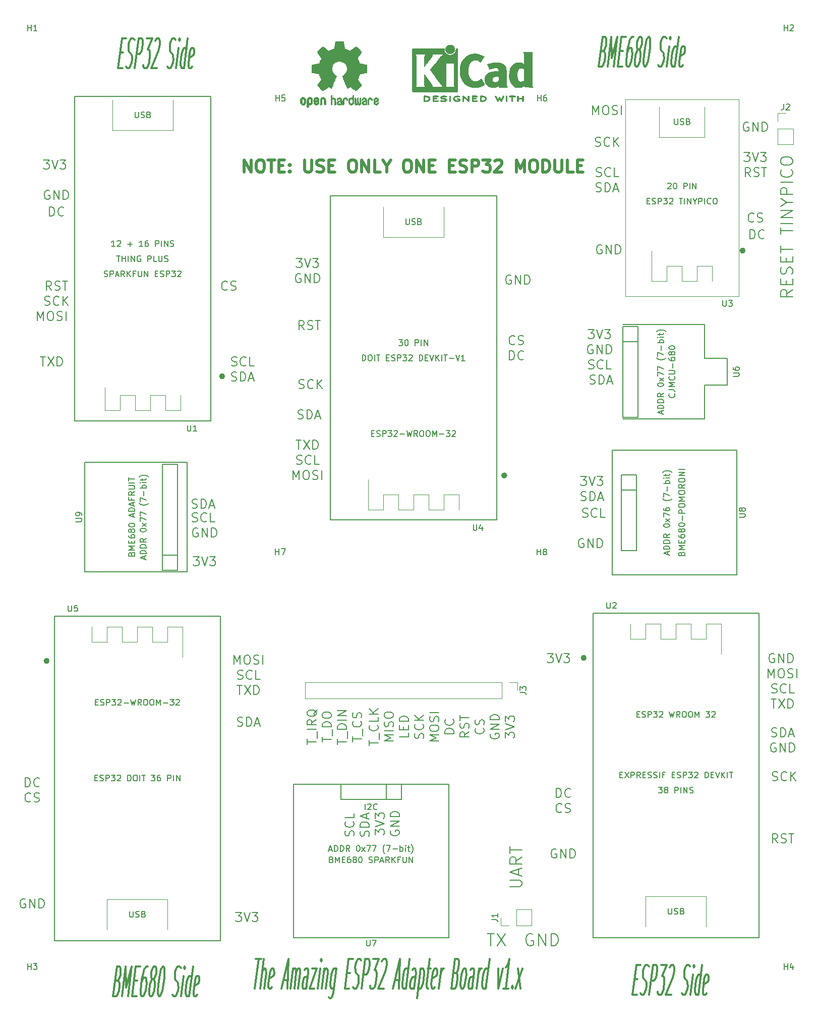
<source format=gto>
G04 #@! TF.GenerationSoftware,KiCad,Pcbnew,5.99.0+really5.1.10+dfsg1-1*
G04 #@! TF.CreationDate,2021-09-08T20:42:20+02:00*
G04 #@! TF.ProjectId,esp32-adapter,65737033-322d-4616-9461-707465722e6b,1.0*
G04 #@! TF.SameCoordinates,Original*
G04 #@! TF.FileFunction,Legend,Top*
G04 #@! TF.FilePolarity,Positive*
%FSLAX46Y46*%
G04 Gerber Fmt 4.6, Leading zero omitted, Abs format (unit mm)*
G04 Created by KiCad (PCBNEW 5.99.0+really5.1.10+dfsg1-1) date 2021-09-08 20:42:20*
%MOMM*%
%LPD*%
G01*
G04 APERTURE LIST*
%ADD10C,0.203200*%
%ADD11C,0.500000*%
%ADD12C,0.375000*%
%ADD13C,0.010000*%
%ADD14C,0.120000*%
%ADD15C,0.508000*%
%ADD16C,0.127000*%
%ADD17C,0.150000*%
%ADD18C,1.879600*%
%ADD19C,3.200000*%
%ADD20O,1.700000X1.700000*%
%ADD21R,1.700000X1.700000*%
%ADD22C,1.778000*%
%ADD23C,1.560000*%
%ADD24R,1.560000X1.560000*%
G04 APERTURE END LIST*
D10*
X165208857Y-131572000D02*
X165063714Y-131499428D01*
X164846000Y-131499428D01*
X164628285Y-131572000D01*
X164483142Y-131717142D01*
X164410571Y-131862285D01*
X164338000Y-132152571D01*
X164338000Y-132370285D01*
X164410571Y-132660571D01*
X164483142Y-132805714D01*
X164628285Y-132950857D01*
X164846000Y-133023428D01*
X164991142Y-133023428D01*
X165208857Y-132950857D01*
X165281428Y-132878285D01*
X165281428Y-132370285D01*
X164991142Y-132370285D01*
X165934571Y-133023428D02*
X165934571Y-131499428D01*
X166805428Y-133023428D01*
X166805428Y-131499428D01*
X167531142Y-133023428D02*
X167531142Y-131499428D01*
X167894000Y-131499428D01*
X168111714Y-131572000D01*
X168256857Y-131717142D01*
X168329428Y-131862285D01*
X168402000Y-132152571D01*
X168402000Y-132370285D01*
X168329428Y-132660571D01*
X168256857Y-132805714D01*
X168111714Y-132950857D01*
X167894000Y-133023428D01*
X167531142Y-133023428D01*
X164229142Y-135563428D02*
X164229142Y-134039428D01*
X164737142Y-135128000D01*
X165245142Y-134039428D01*
X165245142Y-135563428D01*
X166261142Y-134039428D02*
X166551428Y-134039428D01*
X166696571Y-134112000D01*
X166841714Y-134257142D01*
X166914285Y-134547428D01*
X166914285Y-135055428D01*
X166841714Y-135345714D01*
X166696571Y-135490857D01*
X166551428Y-135563428D01*
X166261142Y-135563428D01*
X166116000Y-135490857D01*
X165970857Y-135345714D01*
X165898285Y-135055428D01*
X165898285Y-134547428D01*
X165970857Y-134257142D01*
X166116000Y-134112000D01*
X166261142Y-134039428D01*
X167494857Y-135490857D02*
X167712571Y-135563428D01*
X168075428Y-135563428D01*
X168220571Y-135490857D01*
X168293142Y-135418285D01*
X168365714Y-135273142D01*
X168365714Y-135128000D01*
X168293142Y-134982857D01*
X168220571Y-134910285D01*
X168075428Y-134837714D01*
X167785142Y-134765142D01*
X167640000Y-134692571D01*
X167567428Y-134620000D01*
X167494857Y-134474857D01*
X167494857Y-134329714D01*
X167567428Y-134184571D01*
X167640000Y-134112000D01*
X167785142Y-134039428D01*
X168148000Y-134039428D01*
X168365714Y-134112000D01*
X169018857Y-135563428D02*
X169018857Y-134039428D01*
X164809714Y-138030857D02*
X165027428Y-138103428D01*
X165390285Y-138103428D01*
X165535428Y-138030857D01*
X165608000Y-137958285D01*
X165680571Y-137813142D01*
X165680571Y-137668000D01*
X165608000Y-137522857D01*
X165535428Y-137450285D01*
X165390285Y-137377714D01*
X165100000Y-137305142D01*
X164954857Y-137232571D01*
X164882285Y-137160000D01*
X164809714Y-137014857D01*
X164809714Y-136869714D01*
X164882285Y-136724571D01*
X164954857Y-136652000D01*
X165100000Y-136579428D01*
X165462857Y-136579428D01*
X165680571Y-136652000D01*
X167204571Y-137958285D02*
X167132000Y-138030857D01*
X166914285Y-138103428D01*
X166769142Y-138103428D01*
X166551428Y-138030857D01*
X166406285Y-137885714D01*
X166333714Y-137740571D01*
X166261142Y-137450285D01*
X166261142Y-137232571D01*
X166333714Y-136942285D01*
X166406285Y-136797142D01*
X166551428Y-136652000D01*
X166769142Y-136579428D01*
X166914285Y-136579428D01*
X167132000Y-136652000D01*
X167204571Y-136724571D01*
X168583428Y-138103428D02*
X167857714Y-138103428D01*
X167857714Y-136579428D01*
X164700857Y-139119428D02*
X165571714Y-139119428D01*
X165136285Y-140643428D02*
X165136285Y-139119428D01*
X165934571Y-139119428D02*
X166950571Y-140643428D01*
X166950571Y-139119428D02*
X165934571Y-140643428D01*
X167531142Y-140643428D02*
X167531142Y-139119428D01*
X167894000Y-139119428D01*
X168111714Y-139192000D01*
X168256857Y-139337142D01*
X168329428Y-139482285D01*
X168402000Y-139772571D01*
X168402000Y-139990285D01*
X168329428Y-140280571D01*
X168256857Y-140425714D01*
X168111714Y-140570857D01*
X167894000Y-140643428D01*
X167531142Y-140643428D01*
X164773428Y-145396857D02*
X164991142Y-145469428D01*
X165354000Y-145469428D01*
X165499142Y-145396857D01*
X165571714Y-145324285D01*
X165644285Y-145179142D01*
X165644285Y-145034000D01*
X165571714Y-144888857D01*
X165499142Y-144816285D01*
X165354000Y-144743714D01*
X165063714Y-144671142D01*
X164918571Y-144598571D01*
X164846000Y-144526000D01*
X164773428Y-144380857D01*
X164773428Y-144235714D01*
X164846000Y-144090571D01*
X164918571Y-144018000D01*
X165063714Y-143945428D01*
X165426571Y-143945428D01*
X165644285Y-144018000D01*
X166297428Y-145469428D02*
X166297428Y-143945428D01*
X166660285Y-143945428D01*
X166878000Y-144018000D01*
X167023142Y-144163142D01*
X167095714Y-144308285D01*
X167168285Y-144598571D01*
X167168285Y-144816285D01*
X167095714Y-145106571D01*
X167023142Y-145251714D01*
X166878000Y-145396857D01*
X166660285Y-145469428D01*
X166297428Y-145469428D01*
X167748857Y-145034000D02*
X168474571Y-145034000D01*
X167603714Y-145469428D02*
X168111714Y-143945428D01*
X168619714Y-145469428D01*
X165462857Y-146558000D02*
X165317714Y-146485428D01*
X165100000Y-146485428D01*
X164882285Y-146558000D01*
X164737142Y-146703142D01*
X164664571Y-146848285D01*
X164592000Y-147138571D01*
X164592000Y-147356285D01*
X164664571Y-147646571D01*
X164737142Y-147791714D01*
X164882285Y-147936857D01*
X165100000Y-148009428D01*
X165245142Y-148009428D01*
X165462857Y-147936857D01*
X165535428Y-147864285D01*
X165535428Y-147356285D01*
X165245142Y-147356285D01*
X166188571Y-148009428D02*
X166188571Y-146485428D01*
X167059428Y-148009428D01*
X167059428Y-146485428D01*
X167785142Y-148009428D02*
X167785142Y-146485428D01*
X168148000Y-146485428D01*
X168365714Y-146558000D01*
X168510857Y-146703142D01*
X168583428Y-146848285D01*
X168656000Y-147138571D01*
X168656000Y-147356285D01*
X168583428Y-147646571D01*
X168510857Y-147791714D01*
X168365714Y-147936857D01*
X168148000Y-148009428D01*
X167785142Y-148009428D01*
X164918571Y-152762857D02*
X165136285Y-152835428D01*
X165499142Y-152835428D01*
X165644285Y-152762857D01*
X165716857Y-152690285D01*
X165789428Y-152545142D01*
X165789428Y-152400000D01*
X165716857Y-152254857D01*
X165644285Y-152182285D01*
X165499142Y-152109714D01*
X165208857Y-152037142D01*
X165063714Y-151964571D01*
X164991142Y-151892000D01*
X164918571Y-151746857D01*
X164918571Y-151601714D01*
X164991142Y-151456571D01*
X165063714Y-151384000D01*
X165208857Y-151311428D01*
X165571714Y-151311428D01*
X165789428Y-151384000D01*
X167313428Y-152690285D02*
X167240857Y-152762857D01*
X167023142Y-152835428D01*
X166878000Y-152835428D01*
X166660285Y-152762857D01*
X166515142Y-152617714D01*
X166442571Y-152472571D01*
X166370000Y-152182285D01*
X166370000Y-151964571D01*
X166442571Y-151674285D01*
X166515142Y-151529142D01*
X166660285Y-151384000D01*
X166878000Y-151311428D01*
X167023142Y-151311428D01*
X167240857Y-151384000D01*
X167313428Y-151456571D01*
X167966571Y-152835428D02*
X167966571Y-151311428D01*
X168837428Y-152835428D02*
X168184285Y-151964571D01*
X168837428Y-151311428D02*
X167966571Y-152182285D01*
X165789428Y-163249428D02*
X165281428Y-162523714D01*
X164918571Y-163249428D02*
X164918571Y-161725428D01*
X165499142Y-161725428D01*
X165644285Y-161798000D01*
X165716857Y-161870571D01*
X165789428Y-162015714D01*
X165789428Y-162233428D01*
X165716857Y-162378571D01*
X165644285Y-162451142D01*
X165499142Y-162523714D01*
X164918571Y-162523714D01*
X166370000Y-163176857D02*
X166587714Y-163249428D01*
X166950571Y-163249428D01*
X167095714Y-163176857D01*
X167168285Y-163104285D01*
X167240857Y-162959142D01*
X167240857Y-162814000D01*
X167168285Y-162668857D01*
X167095714Y-162596285D01*
X166950571Y-162523714D01*
X166660285Y-162451142D01*
X166515142Y-162378571D01*
X166442571Y-162306000D01*
X166370000Y-162160857D01*
X166370000Y-162015714D01*
X166442571Y-161870571D01*
X166515142Y-161798000D01*
X166660285Y-161725428D01*
X167023142Y-161725428D01*
X167240857Y-161798000D01*
X167676285Y-161725428D02*
X168547142Y-161725428D01*
X168111714Y-163249428D02*
X168111714Y-161725428D01*
X129540000Y-158024285D02*
X129467428Y-158096857D01*
X129249714Y-158169428D01*
X129104571Y-158169428D01*
X128886857Y-158096857D01*
X128741714Y-157951714D01*
X128669142Y-157806571D01*
X128596571Y-157516285D01*
X128596571Y-157298571D01*
X128669142Y-157008285D01*
X128741714Y-156863142D01*
X128886857Y-156718000D01*
X129104571Y-156645428D01*
X129249714Y-156645428D01*
X129467428Y-156718000D01*
X129540000Y-156790571D01*
X130120571Y-158096857D02*
X130338285Y-158169428D01*
X130701142Y-158169428D01*
X130846285Y-158096857D01*
X130918857Y-158024285D01*
X130991428Y-157879142D01*
X130991428Y-157734000D01*
X130918857Y-157588857D01*
X130846285Y-157516285D01*
X130701142Y-157443714D01*
X130410857Y-157371142D01*
X130265714Y-157298571D01*
X130193142Y-157226000D01*
X130120571Y-157080857D01*
X130120571Y-156935714D01*
X130193142Y-156790571D01*
X130265714Y-156718000D01*
X130410857Y-156645428D01*
X130773714Y-156645428D01*
X130991428Y-156718000D01*
X128632857Y-164338000D02*
X128487714Y-164265428D01*
X128270000Y-164265428D01*
X128052285Y-164338000D01*
X127907142Y-164483142D01*
X127834571Y-164628285D01*
X127762000Y-164918571D01*
X127762000Y-165136285D01*
X127834571Y-165426571D01*
X127907142Y-165571714D01*
X128052285Y-165716857D01*
X128270000Y-165789428D01*
X128415142Y-165789428D01*
X128632857Y-165716857D01*
X128705428Y-165644285D01*
X128705428Y-165136285D01*
X128415142Y-165136285D01*
X129358571Y-165789428D02*
X129358571Y-164265428D01*
X130229428Y-165789428D01*
X130229428Y-164265428D01*
X130955142Y-165789428D02*
X130955142Y-164265428D01*
X131318000Y-164265428D01*
X131535714Y-164338000D01*
X131680857Y-164483142D01*
X131753428Y-164628285D01*
X131826000Y-164918571D01*
X131826000Y-165136285D01*
X131753428Y-165426571D01*
X131680857Y-165571714D01*
X131535714Y-165716857D01*
X131318000Y-165789428D01*
X130955142Y-165789428D01*
X128632857Y-155629428D02*
X128632857Y-154105428D01*
X128995714Y-154105428D01*
X129213428Y-154178000D01*
X129358571Y-154323142D01*
X129431142Y-154468285D01*
X129503714Y-154758571D01*
X129503714Y-154976285D01*
X129431142Y-155266571D01*
X129358571Y-155411714D01*
X129213428Y-155556857D01*
X128995714Y-155629428D01*
X128632857Y-155629428D01*
X131027714Y-155484285D02*
X130955142Y-155556857D01*
X130737428Y-155629428D01*
X130592285Y-155629428D01*
X130374571Y-155556857D01*
X130229428Y-155411714D01*
X130156857Y-155266571D01*
X130084285Y-154976285D01*
X130084285Y-154758571D01*
X130156857Y-154468285D01*
X130229428Y-154323142D01*
X130374571Y-154178000D01*
X130592285Y-154105428D01*
X130737428Y-154105428D01*
X130955142Y-154178000D01*
X131027714Y-154250571D01*
X127145142Y-131499428D02*
X128088571Y-131499428D01*
X127580571Y-132080000D01*
X127798285Y-132080000D01*
X127943428Y-132152571D01*
X128016000Y-132225142D01*
X128088571Y-132370285D01*
X128088571Y-132733142D01*
X128016000Y-132878285D01*
X127943428Y-132950857D01*
X127798285Y-133023428D01*
X127362857Y-133023428D01*
X127217714Y-132950857D01*
X127145142Y-132878285D01*
X128524000Y-131499428D02*
X129032000Y-133023428D01*
X129540000Y-131499428D01*
X129902857Y-131499428D02*
X130846285Y-131499428D01*
X130338285Y-132080000D01*
X130556000Y-132080000D01*
X130701142Y-132152571D01*
X130773714Y-132225142D01*
X130846285Y-132370285D01*
X130846285Y-132733142D01*
X130773714Y-132878285D01*
X130701142Y-132950857D01*
X130556000Y-133023428D01*
X130120571Y-133023428D01*
X129975428Y-132950857D01*
X129902857Y-132878285D01*
X75038857Y-136833428D02*
X75909714Y-136833428D01*
X75474285Y-138357428D02*
X75474285Y-136833428D01*
X76272571Y-136833428D02*
X77288571Y-138357428D01*
X77288571Y-136833428D02*
X76272571Y-138357428D01*
X77869142Y-138357428D02*
X77869142Y-136833428D01*
X78232000Y-136833428D01*
X78449714Y-136906000D01*
X78594857Y-137051142D01*
X78667428Y-137196285D01*
X78740000Y-137486571D01*
X78740000Y-137704285D01*
X78667428Y-137994571D01*
X78594857Y-138139714D01*
X78449714Y-138284857D01*
X78232000Y-138357428D01*
X77869142Y-138357428D01*
X75147714Y-135744857D02*
X75365428Y-135817428D01*
X75728285Y-135817428D01*
X75873428Y-135744857D01*
X75946000Y-135672285D01*
X76018571Y-135527142D01*
X76018571Y-135382000D01*
X75946000Y-135236857D01*
X75873428Y-135164285D01*
X75728285Y-135091714D01*
X75438000Y-135019142D01*
X75292857Y-134946571D01*
X75220285Y-134874000D01*
X75147714Y-134728857D01*
X75147714Y-134583714D01*
X75220285Y-134438571D01*
X75292857Y-134366000D01*
X75438000Y-134293428D01*
X75800857Y-134293428D01*
X76018571Y-134366000D01*
X77542571Y-135672285D02*
X77470000Y-135744857D01*
X77252285Y-135817428D01*
X77107142Y-135817428D01*
X76889428Y-135744857D01*
X76744285Y-135599714D01*
X76671714Y-135454571D01*
X76599142Y-135164285D01*
X76599142Y-134946571D01*
X76671714Y-134656285D01*
X76744285Y-134511142D01*
X76889428Y-134366000D01*
X77107142Y-134293428D01*
X77252285Y-134293428D01*
X77470000Y-134366000D01*
X77542571Y-134438571D01*
X78921428Y-135817428D02*
X78195714Y-135817428D01*
X78195714Y-134293428D01*
X74567142Y-133277428D02*
X74567142Y-131753428D01*
X75075142Y-132842000D01*
X75583142Y-131753428D01*
X75583142Y-133277428D01*
X76599142Y-131753428D02*
X76889428Y-131753428D01*
X77034571Y-131826000D01*
X77179714Y-131971142D01*
X77252285Y-132261428D01*
X77252285Y-132769428D01*
X77179714Y-133059714D01*
X77034571Y-133204857D01*
X76889428Y-133277428D01*
X76599142Y-133277428D01*
X76454000Y-133204857D01*
X76308857Y-133059714D01*
X76236285Y-132769428D01*
X76236285Y-132261428D01*
X76308857Y-131971142D01*
X76454000Y-131826000D01*
X76599142Y-131753428D01*
X77832857Y-133204857D02*
X78050571Y-133277428D01*
X78413428Y-133277428D01*
X78558571Y-133204857D01*
X78631142Y-133132285D01*
X78703714Y-132987142D01*
X78703714Y-132842000D01*
X78631142Y-132696857D01*
X78558571Y-132624285D01*
X78413428Y-132551714D01*
X78123142Y-132479142D01*
X77978000Y-132406571D01*
X77905428Y-132334000D01*
X77832857Y-132188857D01*
X77832857Y-132043714D01*
X77905428Y-131898571D01*
X77978000Y-131826000D01*
X78123142Y-131753428D01*
X78486000Y-131753428D01*
X78703714Y-131826000D01*
X79356857Y-133277428D02*
X79356857Y-131753428D01*
X74821142Y-174933428D02*
X75764571Y-174933428D01*
X75256571Y-175514000D01*
X75474285Y-175514000D01*
X75619428Y-175586571D01*
X75692000Y-175659142D01*
X75764571Y-175804285D01*
X75764571Y-176167142D01*
X75692000Y-176312285D01*
X75619428Y-176384857D01*
X75474285Y-176457428D01*
X75038857Y-176457428D01*
X74893714Y-176384857D01*
X74821142Y-176312285D01*
X76200000Y-174933428D02*
X76708000Y-176457428D01*
X77216000Y-174933428D01*
X77578857Y-174933428D02*
X78522285Y-174933428D01*
X78014285Y-175514000D01*
X78232000Y-175514000D01*
X78377142Y-175586571D01*
X78449714Y-175659142D01*
X78522285Y-175804285D01*
X78522285Y-176167142D01*
X78449714Y-176312285D01*
X78377142Y-176384857D01*
X78232000Y-176457428D01*
X77796571Y-176457428D01*
X77651428Y-176384857D01*
X77578857Y-176312285D01*
X75111428Y-143618857D02*
X75329142Y-143691428D01*
X75692000Y-143691428D01*
X75837142Y-143618857D01*
X75909714Y-143546285D01*
X75982285Y-143401142D01*
X75982285Y-143256000D01*
X75909714Y-143110857D01*
X75837142Y-143038285D01*
X75692000Y-142965714D01*
X75401714Y-142893142D01*
X75256571Y-142820571D01*
X75184000Y-142748000D01*
X75111428Y-142602857D01*
X75111428Y-142457714D01*
X75184000Y-142312571D01*
X75256571Y-142240000D01*
X75401714Y-142167428D01*
X75764571Y-142167428D01*
X75982285Y-142240000D01*
X76635428Y-143691428D02*
X76635428Y-142167428D01*
X76998285Y-142167428D01*
X77216000Y-142240000D01*
X77361142Y-142385142D01*
X77433714Y-142530285D01*
X77506285Y-142820571D01*
X77506285Y-143038285D01*
X77433714Y-143328571D01*
X77361142Y-143473714D01*
X77216000Y-143618857D01*
X76998285Y-143691428D01*
X76635428Y-143691428D01*
X78086857Y-143256000D02*
X78812571Y-143256000D01*
X77941714Y-143691428D02*
X78449714Y-142167428D01*
X78957714Y-143691428D01*
X39478857Y-172720000D02*
X39333714Y-172647428D01*
X39116000Y-172647428D01*
X38898285Y-172720000D01*
X38753142Y-172865142D01*
X38680571Y-173010285D01*
X38608000Y-173300571D01*
X38608000Y-173518285D01*
X38680571Y-173808571D01*
X38753142Y-173953714D01*
X38898285Y-174098857D01*
X39116000Y-174171428D01*
X39261142Y-174171428D01*
X39478857Y-174098857D01*
X39551428Y-174026285D01*
X39551428Y-173518285D01*
X39261142Y-173518285D01*
X40204571Y-174171428D02*
X40204571Y-172647428D01*
X41075428Y-174171428D01*
X41075428Y-172647428D01*
X41801142Y-174171428D02*
X41801142Y-172647428D01*
X42164000Y-172647428D01*
X42381714Y-172720000D01*
X42526857Y-172865142D01*
X42599428Y-173010285D01*
X42672000Y-173300571D01*
X42672000Y-173518285D01*
X42599428Y-173808571D01*
X42526857Y-173953714D01*
X42381714Y-174098857D01*
X42164000Y-174171428D01*
X41801142Y-174171428D01*
X40386000Y-156246285D02*
X40313428Y-156318857D01*
X40095714Y-156391428D01*
X39950571Y-156391428D01*
X39732857Y-156318857D01*
X39587714Y-156173714D01*
X39515142Y-156028571D01*
X39442571Y-155738285D01*
X39442571Y-155520571D01*
X39515142Y-155230285D01*
X39587714Y-155085142D01*
X39732857Y-154940000D01*
X39950571Y-154867428D01*
X40095714Y-154867428D01*
X40313428Y-154940000D01*
X40386000Y-155012571D01*
X40966571Y-156318857D02*
X41184285Y-156391428D01*
X41547142Y-156391428D01*
X41692285Y-156318857D01*
X41764857Y-156246285D01*
X41837428Y-156101142D01*
X41837428Y-155956000D01*
X41764857Y-155810857D01*
X41692285Y-155738285D01*
X41547142Y-155665714D01*
X41256857Y-155593142D01*
X41111714Y-155520571D01*
X41039142Y-155448000D01*
X40966571Y-155302857D01*
X40966571Y-155157714D01*
X41039142Y-155012571D01*
X41111714Y-154940000D01*
X41256857Y-154867428D01*
X41619714Y-154867428D01*
X41837428Y-154940000D01*
X39478857Y-153851428D02*
X39478857Y-152327428D01*
X39841714Y-152327428D01*
X40059428Y-152400000D01*
X40204571Y-152545142D01*
X40277142Y-152690285D01*
X40349714Y-152980571D01*
X40349714Y-153198285D01*
X40277142Y-153488571D01*
X40204571Y-153633714D01*
X40059428Y-153778857D01*
X39841714Y-153851428D01*
X39478857Y-153851428D01*
X41873714Y-153706285D02*
X41801142Y-153778857D01*
X41583428Y-153851428D01*
X41438285Y-153851428D01*
X41220571Y-153778857D01*
X41075428Y-153633714D01*
X41002857Y-153488571D01*
X40930285Y-153198285D01*
X40930285Y-152980571D01*
X41002857Y-152690285D01*
X41075428Y-152545142D01*
X41220571Y-152400000D01*
X41438285Y-152327428D01*
X41583428Y-152327428D01*
X41801142Y-152400000D01*
X41873714Y-152472571D01*
X160890857Y-42418000D02*
X160745714Y-42345428D01*
X160528000Y-42345428D01*
X160310285Y-42418000D01*
X160165142Y-42563142D01*
X160092571Y-42708285D01*
X160020000Y-42998571D01*
X160020000Y-43216285D01*
X160092571Y-43506571D01*
X160165142Y-43651714D01*
X160310285Y-43796857D01*
X160528000Y-43869428D01*
X160673142Y-43869428D01*
X160890857Y-43796857D01*
X160963428Y-43724285D01*
X160963428Y-43216285D01*
X160673142Y-43216285D01*
X161616571Y-43869428D02*
X161616571Y-42345428D01*
X162487428Y-43869428D01*
X162487428Y-42345428D01*
X163213142Y-43869428D02*
X163213142Y-42345428D01*
X163576000Y-42345428D01*
X163793714Y-42418000D01*
X163938857Y-42563142D01*
X164011428Y-42708285D01*
X164084000Y-42998571D01*
X164084000Y-43216285D01*
X164011428Y-43506571D01*
X163938857Y-43651714D01*
X163793714Y-43796857D01*
X163576000Y-43869428D01*
X163213142Y-43869428D01*
X160165142Y-47425428D02*
X161108571Y-47425428D01*
X160600571Y-48006000D01*
X160818285Y-48006000D01*
X160963428Y-48078571D01*
X161036000Y-48151142D01*
X161108571Y-48296285D01*
X161108571Y-48659142D01*
X161036000Y-48804285D01*
X160963428Y-48876857D01*
X160818285Y-48949428D01*
X160382857Y-48949428D01*
X160237714Y-48876857D01*
X160165142Y-48804285D01*
X161544000Y-47425428D02*
X162052000Y-48949428D01*
X162560000Y-47425428D01*
X162922857Y-47425428D02*
X163866285Y-47425428D01*
X163358285Y-48006000D01*
X163576000Y-48006000D01*
X163721142Y-48078571D01*
X163793714Y-48151142D01*
X163866285Y-48296285D01*
X163866285Y-48659142D01*
X163793714Y-48804285D01*
X163721142Y-48876857D01*
X163576000Y-48949428D01*
X163140571Y-48949428D01*
X162995428Y-48876857D01*
X162922857Y-48804285D01*
X161217428Y-51489428D02*
X160709428Y-50763714D01*
X160346571Y-51489428D02*
X160346571Y-49965428D01*
X160927142Y-49965428D01*
X161072285Y-50038000D01*
X161144857Y-50110571D01*
X161217428Y-50255714D01*
X161217428Y-50473428D01*
X161144857Y-50618571D01*
X161072285Y-50691142D01*
X160927142Y-50763714D01*
X160346571Y-50763714D01*
X161798000Y-51416857D02*
X162015714Y-51489428D01*
X162378571Y-51489428D01*
X162523714Y-51416857D01*
X162596285Y-51344285D01*
X162668857Y-51199142D01*
X162668857Y-51054000D01*
X162596285Y-50908857D01*
X162523714Y-50836285D01*
X162378571Y-50763714D01*
X162088285Y-50691142D01*
X161943142Y-50618571D01*
X161870571Y-50546000D01*
X161798000Y-50400857D01*
X161798000Y-50255714D01*
X161870571Y-50110571D01*
X161943142Y-50038000D01*
X162088285Y-49965428D01*
X162451142Y-49965428D01*
X162668857Y-50038000D01*
X163104285Y-49965428D02*
X163975142Y-49965428D01*
X163539714Y-51489428D02*
X163539714Y-49965428D01*
X161798000Y-58964285D02*
X161725428Y-59036857D01*
X161507714Y-59109428D01*
X161362571Y-59109428D01*
X161144857Y-59036857D01*
X160999714Y-58891714D01*
X160927142Y-58746571D01*
X160854571Y-58456285D01*
X160854571Y-58238571D01*
X160927142Y-57948285D01*
X160999714Y-57803142D01*
X161144857Y-57658000D01*
X161362571Y-57585428D01*
X161507714Y-57585428D01*
X161725428Y-57658000D01*
X161798000Y-57730571D01*
X162378571Y-59036857D02*
X162596285Y-59109428D01*
X162959142Y-59109428D01*
X163104285Y-59036857D01*
X163176857Y-58964285D01*
X163249428Y-58819142D01*
X163249428Y-58674000D01*
X163176857Y-58528857D01*
X163104285Y-58456285D01*
X162959142Y-58383714D01*
X162668857Y-58311142D01*
X162523714Y-58238571D01*
X162451142Y-58166000D01*
X162378571Y-58020857D01*
X162378571Y-57875714D01*
X162451142Y-57730571D01*
X162523714Y-57658000D01*
X162668857Y-57585428D01*
X163031714Y-57585428D01*
X163249428Y-57658000D01*
X161144857Y-61903428D02*
X161144857Y-60379428D01*
X161507714Y-60379428D01*
X161725428Y-60452000D01*
X161870571Y-60597142D01*
X161943142Y-60742285D01*
X162015714Y-61032571D01*
X162015714Y-61250285D01*
X161943142Y-61540571D01*
X161870571Y-61685714D01*
X161725428Y-61830857D01*
X161507714Y-61903428D01*
X161144857Y-61903428D01*
X163539714Y-61758285D02*
X163467142Y-61830857D01*
X163249428Y-61903428D01*
X163104285Y-61903428D01*
X162886571Y-61830857D01*
X162741428Y-61685714D01*
X162668857Y-61540571D01*
X162596285Y-61250285D01*
X162596285Y-61032571D01*
X162668857Y-60742285D01*
X162741428Y-60597142D01*
X162886571Y-60452000D01*
X163104285Y-60379428D01*
X163249428Y-60379428D01*
X163467142Y-60452000D01*
X163539714Y-60524571D01*
X136252857Y-62992000D02*
X136107714Y-62919428D01*
X135890000Y-62919428D01*
X135672285Y-62992000D01*
X135527142Y-63137142D01*
X135454571Y-63282285D01*
X135382000Y-63572571D01*
X135382000Y-63790285D01*
X135454571Y-64080571D01*
X135527142Y-64225714D01*
X135672285Y-64370857D01*
X135890000Y-64443428D01*
X136035142Y-64443428D01*
X136252857Y-64370857D01*
X136325428Y-64298285D01*
X136325428Y-63790285D01*
X136035142Y-63790285D01*
X136978571Y-64443428D02*
X136978571Y-62919428D01*
X137849428Y-64443428D01*
X137849428Y-62919428D01*
X138575142Y-64443428D02*
X138575142Y-62919428D01*
X138938000Y-62919428D01*
X139155714Y-62992000D01*
X139300857Y-63137142D01*
X139373428Y-63282285D01*
X139446000Y-63572571D01*
X139446000Y-63790285D01*
X139373428Y-64080571D01*
X139300857Y-64225714D01*
X139155714Y-64370857D01*
X138938000Y-64443428D01*
X138575142Y-64443428D01*
X135309428Y-53956857D02*
X135527142Y-54029428D01*
X135890000Y-54029428D01*
X136035142Y-53956857D01*
X136107714Y-53884285D01*
X136180285Y-53739142D01*
X136180285Y-53594000D01*
X136107714Y-53448857D01*
X136035142Y-53376285D01*
X135890000Y-53303714D01*
X135599714Y-53231142D01*
X135454571Y-53158571D01*
X135382000Y-53086000D01*
X135309428Y-52940857D01*
X135309428Y-52795714D01*
X135382000Y-52650571D01*
X135454571Y-52578000D01*
X135599714Y-52505428D01*
X135962571Y-52505428D01*
X136180285Y-52578000D01*
X136833428Y-54029428D02*
X136833428Y-52505428D01*
X137196285Y-52505428D01*
X137414000Y-52578000D01*
X137559142Y-52723142D01*
X137631714Y-52868285D01*
X137704285Y-53158571D01*
X137704285Y-53376285D01*
X137631714Y-53666571D01*
X137559142Y-53811714D01*
X137414000Y-53956857D01*
X137196285Y-54029428D01*
X136833428Y-54029428D01*
X138284857Y-53594000D02*
X139010571Y-53594000D01*
X138139714Y-54029428D02*
X138647714Y-52505428D01*
X139155714Y-54029428D01*
X135345714Y-51416857D02*
X135563428Y-51489428D01*
X135926285Y-51489428D01*
X136071428Y-51416857D01*
X136144000Y-51344285D01*
X136216571Y-51199142D01*
X136216571Y-51054000D01*
X136144000Y-50908857D01*
X136071428Y-50836285D01*
X135926285Y-50763714D01*
X135636000Y-50691142D01*
X135490857Y-50618571D01*
X135418285Y-50546000D01*
X135345714Y-50400857D01*
X135345714Y-50255714D01*
X135418285Y-50110571D01*
X135490857Y-50038000D01*
X135636000Y-49965428D01*
X135998857Y-49965428D01*
X136216571Y-50038000D01*
X137740571Y-51344285D02*
X137668000Y-51416857D01*
X137450285Y-51489428D01*
X137305142Y-51489428D01*
X137087428Y-51416857D01*
X136942285Y-51271714D01*
X136869714Y-51126571D01*
X136797142Y-50836285D01*
X136797142Y-50618571D01*
X136869714Y-50328285D01*
X136942285Y-50183142D01*
X137087428Y-50038000D01*
X137305142Y-49965428D01*
X137450285Y-49965428D01*
X137668000Y-50038000D01*
X137740571Y-50110571D01*
X139119428Y-51489428D02*
X138393714Y-51489428D01*
X138393714Y-49965428D01*
X135200571Y-46336857D02*
X135418285Y-46409428D01*
X135781142Y-46409428D01*
X135926285Y-46336857D01*
X135998857Y-46264285D01*
X136071428Y-46119142D01*
X136071428Y-45974000D01*
X135998857Y-45828857D01*
X135926285Y-45756285D01*
X135781142Y-45683714D01*
X135490857Y-45611142D01*
X135345714Y-45538571D01*
X135273142Y-45466000D01*
X135200571Y-45320857D01*
X135200571Y-45175714D01*
X135273142Y-45030571D01*
X135345714Y-44958000D01*
X135490857Y-44885428D01*
X135853714Y-44885428D01*
X136071428Y-44958000D01*
X137595428Y-46264285D02*
X137522857Y-46336857D01*
X137305142Y-46409428D01*
X137160000Y-46409428D01*
X136942285Y-46336857D01*
X136797142Y-46191714D01*
X136724571Y-46046571D01*
X136652000Y-45756285D01*
X136652000Y-45538571D01*
X136724571Y-45248285D01*
X136797142Y-45103142D01*
X136942285Y-44958000D01*
X137160000Y-44885428D01*
X137305142Y-44885428D01*
X137522857Y-44958000D01*
X137595428Y-45030571D01*
X138248571Y-46409428D02*
X138248571Y-44885428D01*
X139119428Y-46409428D02*
X138466285Y-45538571D01*
X139119428Y-44885428D02*
X138248571Y-45756285D01*
X134765142Y-41075428D02*
X134765142Y-39551428D01*
X135273142Y-40640000D01*
X135781142Y-39551428D01*
X135781142Y-41075428D01*
X136797142Y-39551428D02*
X137087428Y-39551428D01*
X137232571Y-39624000D01*
X137377714Y-39769142D01*
X137450285Y-40059428D01*
X137450285Y-40567428D01*
X137377714Y-40857714D01*
X137232571Y-41002857D01*
X137087428Y-41075428D01*
X136797142Y-41075428D01*
X136652000Y-41002857D01*
X136506857Y-40857714D01*
X136434285Y-40567428D01*
X136434285Y-40059428D01*
X136506857Y-39769142D01*
X136652000Y-39624000D01*
X136797142Y-39551428D01*
X138030857Y-41002857D02*
X138248571Y-41075428D01*
X138611428Y-41075428D01*
X138756571Y-41002857D01*
X138829142Y-40930285D01*
X138901714Y-40785142D01*
X138901714Y-40640000D01*
X138829142Y-40494857D01*
X138756571Y-40422285D01*
X138611428Y-40349714D01*
X138321142Y-40277142D01*
X138176000Y-40204571D01*
X138103428Y-40132000D01*
X138030857Y-39986857D01*
X138030857Y-39841714D01*
X138103428Y-39696571D01*
X138176000Y-39624000D01*
X138321142Y-39551428D01*
X138684000Y-39551428D01*
X138901714Y-39624000D01*
X139554857Y-41075428D02*
X139554857Y-39551428D01*
X84981142Y-65205428D02*
X85924571Y-65205428D01*
X85416571Y-65786000D01*
X85634285Y-65786000D01*
X85779428Y-65858571D01*
X85852000Y-65931142D01*
X85924571Y-66076285D01*
X85924571Y-66439142D01*
X85852000Y-66584285D01*
X85779428Y-66656857D01*
X85634285Y-66729428D01*
X85198857Y-66729428D01*
X85053714Y-66656857D01*
X84981142Y-66584285D01*
X86360000Y-65205428D02*
X86868000Y-66729428D01*
X87376000Y-65205428D01*
X87738857Y-65205428D02*
X88682285Y-65205428D01*
X88174285Y-65786000D01*
X88392000Y-65786000D01*
X88537142Y-65858571D01*
X88609714Y-65931142D01*
X88682285Y-66076285D01*
X88682285Y-66439142D01*
X88609714Y-66584285D01*
X88537142Y-66656857D01*
X88392000Y-66729428D01*
X87956571Y-66729428D01*
X87811428Y-66656857D01*
X87738857Y-66584285D01*
X84473142Y-102289428D02*
X84473142Y-100765428D01*
X84981142Y-101854000D01*
X85489142Y-100765428D01*
X85489142Y-102289428D01*
X86505142Y-100765428D02*
X86795428Y-100765428D01*
X86940571Y-100838000D01*
X87085714Y-100983142D01*
X87158285Y-101273428D01*
X87158285Y-101781428D01*
X87085714Y-102071714D01*
X86940571Y-102216857D01*
X86795428Y-102289428D01*
X86505142Y-102289428D01*
X86360000Y-102216857D01*
X86214857Y-102071714D01*
X86142285Y-101781428D01*
X86142285Y-101273428D01*
X86214857Y-100983142D01*
X86360000Y-100838000D01*
X86505142Y-100765428D01*
X87738857Y-102216857D02*
X87956571Y-102289428D01*
X88319428Y-102289428D01*
X88464571Y-102216857D01*
X88537142Y-102144285D01*
X88609714Y-101999142D01*
X88609714Y-101854000D01*
X88537142Y-101708857D01*
X88464571Y-101636285D01*
X88319428Y-101563714D01*
X88029142Y-101491142D01*
X87884000Y-101418571D01*
X87811428Y-101346000D01*
X87738857Y-101200857D01*
X87738857Y-101055714D01*
X87811428Y-100910571D01*
X87884000Y-100838000D01*
X88029142Y-100765428D01*
X88392000Y-100765428D01*
X88609714Y-100838000D01*
X89262857Y-102289428D02*
X89262857Y-100765428D01*
X85053714Y-99676857D02*
X85271428Y-99749428D01*
X85634285Y-99749428D01*
X85779428Y-99676857D01*
X85852000Y-99604285D01*
X85924571Y-99459142D01*
X85924571Y-99314000D01*
X85852000Y-99168857D01*
X85779428Y-99096285D01*
X85634285Y-99023714D01*
X85344000Y-98951142D01*
X85198857Y-98878571D01*
X85126285Y-98806000D01*
X85053714Y-98660857D01*
X85053714Y-98515714D01*
X85126285Y-98370571D01*
X85198857Y-98298000D01*
X85344000Y-98225428D01*
X85706857Y-98225428D01*
X85924571Y-98298000D01*
X87448571Y-99604285D02*
X87376000Y-99676857D01*
X87158285Y-99749428D01*
X87013142Y-99749428D01*
X86795428Y-99676857D01*
X86650285Y-99531714D01*
X86577714Y-99386571D01*
X86505142Y-99096285D01*
X86505142Y-98878571D01*
X86577714Y-98588285D01*
X86650285Y-98443142D01*
X86795428Y-98298000D01*
X87013142Y-98225428D01*
X87158285Y-98225428D01*
X87376000Y-98298000D01*
X87448571Y-98370571D01*
X88827428Y-99749428D02*
X88101714Y-99749428D01*
X88101714Y-98225428D01*
X84944857Y-95685428D02*
X85815714Y-95685428D01*
X85380285Y-97209428D02*
X85380285Y-95685428D01*
X86178571Y-95685428D02*
X87194571Y-97209428D01*
X87194571Y-95685428D02*
X86178571Y-97209428D01*
X87775142Y-97209428D02*
X87775142Y-95685428D01*
X88138000Y-95685428D01*
X88355714Y-95758000D01*
X88500857Y-95903142D01*
X88573428Y-96048285D01*
X88646000Y-96338571D01*
X88646000Y-96556285D01*
X88573428Y-96846571D01*
X88500857Y-96991714D01*
X88355714Y-97136857D01*
X88138000Y-97209428D01*
X87775142Y-97209428D01*
X85271428Y-92056857D02*
X85489142Y-92129428D01*
X85852000Y-92129428D01*
X85997142Y-92056857D01*
X86069714Y-91984285D01*
X86142285Y-91839142D01*
X86142285Y-91694000D01*
X86069714Y-91548857D01*
X85997142Y-91476285D01*
X85852000Y-91403714D01*
X85561714Y-91331142D01*
X85416571Y-91258571D01*
X85344000Y-91186000D01*
X85271428Y-91040857D01*
X85271428Y-90895714D01*
X85344000Y-90750571D01*
X85416571Y-90678000D01*
X85561714Y-90605428D01*
X85924571Y-90605428D01*
X86142285Y-90678000D01*
X86795428Y-92129428D02*
X86795428Y-90605428D01*
X87158285Y-90605428D01*
X87376000Y-90678000D01*
X87521142Y-90823142D01*
X87593714Y-90968285D01*
X87666285Y-91258571D01*
X87666285Y-91476285D01*
X87593714Y-91766571D01*
X87521142Y-91911714D01*
X87376000Y-92056857D01*
X87158285Y-92129428D01*
X86795428Y-92129428D01*
X88246857Y-91694000D02*
X88972571Y-91694000D01*
X88101714Y-92129428D02*
X88609714Y-90605428D01*
X89117714Y-92129428D01*
X85416571Y-86976857D02*
X85634285Y-87049428D01*
X85997142Y-87049428D01*
X86142285Y-86976857D01*
X86214857Y-86904285D01*
X86287428Y-86759142D01*
X86287428Y-86614000D01*
X86214857Y-86468857D01*
X86142285Y-86396285D01*
X85997142Y-86323714D01*
X85706857Y-86251142D01*
X85561714Y-86178571D01*
X85489142Y-86106000D01*
X85416571Y-85960857D01*
X85416571Y-85815714D01*
X85489142Y-85670571D01*
X85561714Y-85598000D01*
X85706857Y-85525428D01*
X86069714Y-85525428D01*
X86287428Y-85598000D01*
X87811428Y-86904285D02*
X87738857Y-86976857D01*
X87521142Y-87049428D01*
X87376000Y-87049428D01*
X87158285Y-86976857D01*
X87013142Y-86831714D01*
X86940571Y-86686571D01*
X86868000Y-86396285D01*
X86868000Y-86178571D01*
X86940571Y-85888285D01*
X87013142Y-85743142D01*
X87158285Y-85598000D01*
X87376000Y-85525428D01*
X87521142Y-85525428D01*
X87738857Y-85598000D01*
X87811428Y-85670571D01*
X88464571Y-87049428D02*
X88464571Y-85525428D01*
X89335428Y-87049428D02*
X88682285Y-86178571D01*
X89335428Y-85525428D02*
X88464571Y-86396285D01*
X86287428Y-77143428D02*
X85779428Y-76417714D01*
X85416571Y-77143428D02*
X85416571Y-75619428D01*
X85997142Y-75619428D01*
X86142285Y-75692000D01*
X86214857Y-75764571D01*
X86287428Y-75909714D01*
X86287428Y-76127428D01*
X86214857Y-76272571D01*
X86142285Y-76345142D01*
X85997142Y-76417714D01*
X85416571Y-76417714D01*
X86868000Y-77070857D02*
X87085714Y-77143428D01*
X87448571Y-77143428D01*
X87593714Y-77070857D01*
X87666285Y-76998285D01*
X87738857Y-76853142D01*
X87738857Y-76708000D01*
X87666285Y-76562857D01*
X87593714Y-76490285D01*
X87448571Y-76417714D01*
X87158285Y-76345142D01*
X87013142Y-76272571D01*
X86940571Y-76200000D01*
X86868000Y-76054857D01*
X86868000Y-75909714D01*
X86940571Y-75764571D01*
X87013142Y-75692000D01*
X87158285Y-75619428D01*
X87521142Y-75619428D01*
X87738857Y-75692000D01*
X88174285Y-75619428D02*
X89045142Y-75619428D01*
X88609714Y-77143428D02*
X88609714Y-75619428D01*
X85706857Y-67818000D02*
X85561714Y-67745428D01*
X85344000Y-67745428D01*
X85126285Y-67818000D01*
X84981142Y-67963142D01*
X84908571Y-68108285D01*
X84836000Y-68398571D01*
X84836000Y-68616285D01*
X84908571Y-68906571D01*
X84981142Y-69051714D01*
X85126285Y-69196857D01*
X85344000Y-69269428D01*
X85489142Y-69269428D01*
X85706857Y-69196857D01*
X85779428Y-69124285D01*
X85779428Y-68616285D01*
X85489142Y-68616285D01*
X86432571Y-69269428D02*
X86432571Y-67745428D01*
X87303428Y-69269428D01*
X87303428Y-67745428D01*
X88029142Y-69269428D02*
X88029142Y-67745428D01*
X88392000Y-67745428D01*
X88609714Y-67818000D01*
X88754857Y-67963142D01*
X88827428Y-68108285D01*
X88900000Y-68398571D01*
X88900000Y-68616285D01*
X88827428Y-68906571D01*
X88754857Y-69051714D01*
X88609714Y-69196857D01*
X88392000Y-69269428D01*
X88029142Y-69269428D01*
X120758857Y-82223428D02*
X120758857Y-80699428D01*
X121121714Y-80699428D01*
X121339428Y-80772000D01*
X121484571Y-80917142D01*
X121557142Y-81062285D01*
X121629714Y-81352571D01*
X121629714Y-81570285D01*
X121557142Y-81860571D01*
X121484571Y-82005714D01*
X121339428Y-82150857D01*
X121121714Y-82223428D01*
X120758857Y-82223428D01*
X123153714Y-82078285D02*
X123081142Y-82150857D01*
X122863428Y-82223428D01*
X122718285Y-82223428D01*
X122500571Y-82150857D01*
X122355428Y-82005714D01*
X122282857Y-81860571D01*
X122210285Y-81570285D01*
X122210285Y-81352571D01*
X122282857Y-81062285D01*
X122355428Y-80917142D01*
X122500571Y-80772000D01*
X122718285Y-80699428D01*
X122863428Y-80699428D01*
X123081142Y-80772000D01*
X123153714Y-80844571D01*
X121666000Y-79538285D02*
X121593428Y-79610857D01*
X121375714Y-79683428D01*
X121230571Y-79683428D01*
X121012857Y-79610857D01*
X120867714Y-79465714D01*
X120795142Y-79320571D01*
X120722571Y-79030285D01*
X120722571Y-78812571D01*
X120795142Y-78522285D01*
X120867714Y-78377142D01*
X121012857Y-78232000D01*
X121230571Y-78159428D01*
X121375714Y-78159428D01*
X121593428Y-78232000D01*
X121666000Y-78304571D01*
X122246571Y-79610857D02*
X122464285Y-79683428D01*
X122827142Y-79683428D01*
X122972285Y-79610857D01*
X123044857Y-79538285D01*
X123117428Y-79393142D01*
X123117428Y-79248000D01*
X123044857Y-79102857D01*
X122972285Y-79030285D01*
X122827142Y-78957714D01*
X122536857Y-78885142D01*
X122391714Y-78812571D01*
X122319142Y-78740000D01*
X122246571Y-78594857D01*
X122246571Y-78449714D01*
X122319142Y-78304571D01*
X122391714Y-78232000D01*
X122536857Y-78159428D01*
X122899714Y-78159428D01*
X123117428Y-78232000D01*
X121012857Y-68072000D02*
X120867714Y-67999428D01*
X120650000Y-67999428D01*
X120432285Y-68072000D01*
X120287142Y-68217142D01*
X120214571Y-68362285D01*
X120142000Y-68652571D01*
X120142000Y-68870285D01*
X120214571Y-69160571D01*
X120287142Y-69305714D01*
X120432285Y-69450857D01*
X120650000Y-69523428D01*
X120795142Y-69523428D01*
X121012857Y-69450857D01*
X121085428Y-69378285D01*
X121085428Y-68870285D01*
X120795142Y-68870285D01*
X121738571Y-69523428D02*
X121738571Y-67999428D01*
X122609428Y-69523428D01*
X122609428Y-67999428D01*
X123335142Y-69523428D02*
X123335142Y-67999428D01*
X123698000Y-67999428D01*
X123915714Y-68072000D01*
X124060857Y-68217142D01*
X124133428Y-68362285D01*
X124206000Y-68652571D01*
X124206000Y-68870285D01*
X124133428Y-69160571D01*
X124060857Y-69305714D01*
X123915714Y-69450857D01*
X123698000Y-69523428D01*
X123335142Y-69523428D01*
X42018857Y-81715428D02*
X42889714Y-81715428D01*
X42454285Y-83239428D02*
X42454285Y-81715428D01*
X43252571Y-81715428D02*
X44268571Y-83239428D01*
X44268571Y-81715428D02*
X43252571Y-83239428D01*
X44849142Y-83239428D02*
X44849142Y-81715428D01*
X45212000Y-81715428D01*
X45429714Y-81788000D01*
X45574857Y-81933142D01*
X45647428Y-82078285D01*
X45720000Y-82368571D01*
X45720000Y-82586285D01*
X45647428Y-82876571D01*
X45574857Y-83021714D01*
X45429714Y-83166857D01*
X45212000Y-83239428D01*
X44849142Y-83239428D01*
X41547142Y-75619428D02*
X41547142Y-74095428D01*
X42055142Y-75184000D01*
X42563142Y-74095428D01*
X42563142Y-75619428D01*
X43579142Y-74095428D02*
X43869428Y-74095428D01*
X44014571Y-74168000D01*
X44159714Y-74313142D01*
X44232285Y-74603428D01*
X44232285Y-75111428D01*
X44159714Y-75401714D01*
X44014571Y-75546857D01*
X43869428Y-75619428D01*
X43579142Y-75619428D01*
X43434000Y-75546857D01*
X43288857Y-75401714D01*
X43216285Y-75111428D01*
X43216285Y-74603428D01*
X43288857Y-74313142D01*
X43434000Y-74168000D01*
X43579142Y-74095428D01*
X44812857Y-75546857D02*
X45030571Y-75619428D01*
X45393428Y-75619428D01*
X45538571Y-75546857D01*
X45611142Y-75474285D01*
X45683714Y-75329142D01*
X45683714Y-75184000D01*
X45611142Y-75038857D01*
X45538571Y-74966285D01*
X45393428Y-74893714D01*
X45103142Y-74821142D01*
X44958000Y-74748571D01*
X44885428Y-74676000D01*
X44812857Y-74530857D01*
X44812857Y-74385714D01*
X44885428Y-74240571D01*
X44958000Y-74168000D01*
X45103142Y-74095428D01*
X45466000Y-74095428D01*
X45683714Y-74168000D01*
X46336857Y-75619428D02*
X46336857Y-74095428D01*
X73406000Y-70394285D02*
X73333428Y-70466857D01*
X73115714Y-70539428D01*
X72970571Y-70539428D01*
X72752857Y-70466857D01*
X72607714Y-70321714D01*
X72535142Y-70176571D01*
X72462571Y-69886285D01*
X72462571Y-69668571D01*
X72535142Y-69378285D01*
X72607714Y-69233142D01*
X72752857Y-69088000D01*
X72970571Y-69015428D01*
X73115714Y-69015428D01*
X73333428Y-69088000D01*
X73406000Y-69160571D01*
X73986571Y-70466857D02*
X74204285Y-70539428D01*
X74567142Y-70539428D01*
X74712285Y-70466857D01*
X74784857Y-70394285D01*
X74857428Y-70249142D01*
X74857428Y-70104000D01*
X74784857Y-69958857D01*
X74712285Y-69886285D01*
X74567142Y-69813714D01*
X74276857Y-69741142D01*
X74131714Y-69668571D01*
X74059142Y-69596000D01*
X73986571Y-69450857D01*
X73986571Y-69305714D01*
X74059142Y-69160571D01*
X74131714Y-69088000D01*
X74276857Y-69015428D01*
X74639714Y-69015428D01*
X74857428Y-69088000D01*
X42744571Y-73006857D02*
X42962285Y-73079428D01*
X43325142Y-73079428D01*
X43470285Y-73006857D01*
X43542857Y-72934285D01*
X43615428Y-72789142D01*
X43615428Y-72644000D01*
X43542857Y-72498857D01*
X43470285Y-72426285D01*
X43325142Y-72353714D01*
X43034857Y-72281142D01*
X42889714Y-72208571D01*
X42817142Y-72136000D01*
X42744571Y-71990857D01*
X42744571Y-71845714D01*
X42817142Y-71700571D01*
X42889714Y-71628000D01*
X43034857Y-71555428D01*
X43397714Y-71555428D01*
X43615428Y-71628000D01*
X45139428Y-72934285D02*
X45066857Y-73006857D01*
X44849142Y-73079428D01*
X44704000Y-73079428D01*
X44486285Y-73006857D01*
X44341142Y-72861714D01*
X44268571Y-72716571D01*
X44196000Y-72426285D01*
X44196000Y-72208571D01*
X44268571Y-71918285D01*
X44341142Y-71773142D01*
X44486285Y-71628000D01*
X44704000Y-71555428D01*
X44849142Y-71555428D01*
X45066857Y-71628000D01*
X45139428Y-71700571D01*
X45792571Y-73079428D02*
X45792571Y-71555428D01*
X46663428Y-73079428D02*
X46010285Y-72208571D01*
X46663428Y-71555428D02*
X45792571Y-72426285D01*
X43869428Y-70539428D02*
X43361428Y-69813714D01*
X42998571Y-70539428D02*
X42998571Y-69015428D01*
X43579142Y-69015428D01*
X43724285Y-69088000D01*
X43796857Y-69160571D01*
X43869428Y-69305714D01*
X43869428Y-69523428D01*
X43796857Y-69668571D01*
X43724285Y-69741142D01*
X43579142Y-69813714D01*
X42998571Y-69813714D01*
X44450000Y-70466857D02*
X44667714Y-70539428D01*
X45030571Y-70539428D01*
X45175714Y-70466857D01*
X45248285Y-70394285D01*
X45320857Y-70249142D01*
X45320857Y-70104000D01*
X45248285Y-69958857D01*
X45175714Y-69886285D01*
X45030571Y-69813714D01*
X44740285Y-69741142D01*
X44595142Y-69668571D01*
X44522571Y-69596000D01*
X44450000Y-69450857D01*
X44450000Y-69305714D01*
X44522571Y-69160571D01*
X44595142Y-69088000D01*
X44740285Y-69015428D01*
X45103142Y-69015428D01*
X45320857Y-69088000D01*
X45756285Y-69015428D02*
X46627142Y-69015428D01*
X46191714Y-70539428D02*
X46191714Y-69015428D01*
X43542857Y-58093428D02*
X43542857Y-56569428D01*
X43905714Y-56569428D01*
X44123428Y-56642000D01*
X44268571Y-56787142D01*
X44341142Y-56932285D01*
X44413714Y-57222571D01*
X44413714Y-57440285D01*
X44341142Y-57730571D01*
X44268571Y-57875714D01*
X44123428Y-58020857D01*
X43905714Y-58093428D01*
X43542857Y-58093428D01*
X45937714Y-57948285D02*
X45865142Y-58020857D01*
X45647428Y-58093428D01*
X45502285Y-58093428D01*
X45284571Y-58020857D01*
X45139428Y-57875714D01*
X45066857Y-57730571D01*
X44994285Y-57440285D01*
X44994285Y-57222571D01*
X45066857Y-56932285D01*
X45139428Y-56787142D01*
X45284571Y-56642000D01*
X45502285Y-56569428D01*
X45647428Y-56569428D01*
X45865142Y-56642000D01*
X45937714Y-56714571D01*
X74095428Y-85706857D02*
X74313142Y-85779428D01*
X74676000Y-85779428D01*
X74821142Y-85706857D01*
X74893714Y-85634285D01*
X74966285Y-85489142D01*
X74966285Y-85344000D01*
X74893714Y-85198857D01*
X74821142Y-85126285D01*
X74676000Y-85053714D01*
X74385714Y-84981142D01*
X74240571Y-84908571D01*
X74168000Y-84836000D01*
X74095428Y-84690857D01*
X74095428Y-84545714D01*
X74168000Y-84400571D01*
X74240571Y-84328000D01*
X74385714Y-84255428D01*
X74748571Y-84255428D01*
X74966285Y-84328000D01*
X75619428Y-85779428D02*
X75619428Y-84255428D01*
X75982285Y-84255428D01*
X76200000Y-84328000D01*
X76345142Y-84473142D01*
X76417714Y-84618285D01*
X76490285Y-84908571D01*
X76490285Y-85126285D01*
X76417714Y-85416571D01*
X76345142Y-85561714D01*
X76200000Y-85706857D01*
X75982285Y-85779428D01*
X75619428Y-85779428D01*
X77070857Y-85344000D02*
X77796571Y-85344000D01*
X76925714Y-85779428D02*
X77433714Y-84255428D01*
X77941714Y-85779428D01*
X74131714Y-83166857D02*
X74349428Y-83239428D01*
X74712285Y-83239428D01*
X74857428Y-83166857D01*
X74930000Y-83094285D01*
X75002571Y-82949142D01*
X75002571Y-82804000D01*
X74930000Y-82658857D01*
X74857428Y-82586285D01*
X74712285Y-82513714D01*
X74422000Y-82441142D01*
X74276857Y-82368571D01*
X74204285Y-82296000D01*
X74131714Y-82150857D01*
X74131714Y-82005714D01*
X74204285Y-81860571D01*
X74276857Y-81788000D01*
X74422000Y-81715428D01*
X74784857Y-81715428D01*
X75002571Y-81788000D01*
X76526571Y-83094285D02*
X76454000Y-83166857D01*
X76236285Y-83239428D01*
X76091142Y-83239428D01*
X75873428Y-83166857D01*
X75728285Y-83021714D01*
X75655714Y-82876571D01*
X75583142Y-82586285D01*
X75583142Y-82368571D01*
X75655714Y-82078285D01*
X75728285Y-81933142D01*
X75873428Y-81788000D01*
X76091142Y-81715428D01*
X76236285Y-81715428D01*
X76454000Y-81788000D01*
X76526571Y-81860571D01*
X77905428Y-83239428D02*
X77179714Y-83239428D01*
X77179714Y-81715428D01*
X43542857Y-53848000D02*
X43397714Y-53775428D01*
X43180000Y-53775428D01*
X42962285Y-53848000D01*
X42817142Y-53993142D01*
X42744571Y-54138285D01*
X42672000Y-54428571D01*
X42672000Y-54646285D01*
X42744571Y-54936571D01*
X42817142Y-55081714D01*
X42962285Y-55226857D01*
X43180000Y-55299428D01*
X43325142Y-55299428D01*
X43542857Y-55226857D01*
X43615428Y-55154285D01*
X43615428Y-54646285D01*
X43325142Y-54646285D01*
X44268571Y-55299428D02*
X44268571Y-53775428D01*
X45139428Y-55299428D01*
X45139428Y-53775428D01*
X45865142Y-55299428D02*
X45865142Y-53775428D01*
X46228000Y-53775428D01*
X46445714Y-53848000D01*
X46590857Y-53993142D01*
X46663428Y-54138285D01*
X46736000Y-54428571D01*
X46736000Y-54646285D01*
X46663428Y-54936571D01*
X46590857Y-55081714D01*
X46445714Y-55226857D01*
X46228000Y-55299428D01*
X45865142Y-55299428D01*
X42563142Y-48695428D02*
X43506571Y-48695428D01*
X42998571Y-49276000D01*
X43216285Y-49276000D01*
X43361428Y-49348571D01*
X43434000Y-49421142D01*
X43506571Y-49566285D01*
X43506571Y-49929142D01*
X43434000Y-50074285D01*
X43361428Y-50146857D01*
X43216285Y-50219428D01*
X42780857Y-50219428D01*
X42635714Y-50146857D01*
X42563142Y-50074285D01*
X43942000Y-48695428D02*
X44450000Y-50219428D01*
X44958000Y-48695428D01*
X45320857Y-48695428D02*
X46264285Y-48695428D01*
X45756285Y-49276000D01*
X45974000Y-49276000D01*
X46119142Y-49348571D01*
X46191714Y-49421142D01*
X46264285Y-49566285D01*
X46264285Y-49929142D01*
X46191714Y-50074285D01*
X46119142Y-50146857D01*
X45974000Y-50219428D01*
X45538571Y-50219428D01*
X45393428Y-50146857D01*
X45320857Y-50074285D01*
D11*
X76248380Y-50703238D02*
X76248380Y-48671238D01*
X77409523Y-50703238D01*
X77409523Y-48671238D01*
X78764190Y-48671238D02*
X79151238Y-48671238D01*
X79344761Y-48768000D01*
X79538285Y-48961523D01*
X79635047Y-49348571D01*
X79635047Y-50025904D01*
X79538285Y-50412952D01*
X79344761Y-50606476D01*
X79151238Y-50703238D01*
X78764190Y-50703238D01*
X78570666Y-50606476D01*
X78377142Y-50412952D01*
X78280380Y-50025904D01*
X78280380Y-49348571D01*
X78377142Y-48961523D01*
X78570666Y-48768000D01*
X78764190Y-48671238D01*
X80215619Y-48671238D02*
X81376761Y-48671238D01*
X80796190Y-50703238D02*
X80796190Y-48671238D01*
X82054095Y-49638857D02*
X82731428Y-49638857D01*
X83021714Y-50703238D02*
X82054095Y-50703238D01*
X82054095Y-48671238D01*
X83021714Y-48671238D01*
X83892571Y-50509714D02*
X83989333Y-50606476D01*
X83892571Y-50703238D01*
X83795809Y-50606476D01*
X83892571Y-50509714D01*
X83892571Y-50703238D01*
X83892571Y-49445333D02*
X83989333Y-49542095D01*
X83892571Y-49638857D01*
X83795809Y-49542095D01*
X83892571Y-49445333D01*
X83892571Y-49638857D01*
X86408380Y-48671238D02*
X86408380Y-50316190D01*
X86505142Y-50509714D01*
X86601904Y-50606476D01*
X86795428Y-50703238D01*
X87182476Y-50703238D01*
X87376000Y-50606476D01*
X87472761Y-50509714D01*
X87569523Y-50316190D01*
X87569523Y-48671238D01*
X88440380Y-50606476D02*
X88730666Y-50703238D01*
X89214476Y-50703238D01*
X89408000Y-50606476D01*
X89504761Y-50509714D01*
X89601523Y-50316190D01*
X89601523Y-50122666D01*
X89504761Y-49929142D01*
X89408000Y-49832380D01*
X89214476Y-49735619D01*
X88827428Y-49638857D01*
X88633904Y-49542095D01*
X88537142Y-49445333D01*
X88440380Y-49251809D01*
X88440380Y-49058285D01*
X88537142Y-48864761D01*
X88633904Y-48768000D01*
X88827428Y-48671238D01*
X89311238Y-48671238D01*
X89601523Y-48768000D01*
X90472380Y-49638857D02*
X91149714Y-49638857D01*
X91440000Y-50703238D02*
X90472380Y-50703238D01*
X90472380Y-48671238D01*
X91440000Y-48671238D01*
X94246095Y-48671238D02*
X94633142Y-48671238D01*
X94826666Y-48768000D01*
X95020190Y-48961523D01*
X95116952Y-49348571D01*
X95116952Y-50025904D01*
X95020190Y-50412952D01*
X94826666Y-50606476D01*
X94633142Y-50703238D01*
X94246095Y-50703238D01*
X94052571Y-50606476D01*
X93859047Y-50412952D01*
X93762285Y-50025904D01*
X93762285Y-49348571D01*
X93859047Y-48961523D01*
X94052571Y-48768000D01*
X94246095Y-48671238D01*
X95987809Y-50703238D02*
X95987809Y-48671238D01*
X97148952Y-50703238D01*
X97148952Y-48671238D01*
X99084190Y-50703238D02*
X98116571Y-50703238D01*
X98116571Y-48671238D01*
X100148571Y-49735619D02*
X100148571Y-50703238D01*
X99471238Y-48671238D02*
X100148571Y-49735619D01*
X100825904Y-48671238D01*
X103438476Y-48671238D02*
X103825523Y-48671238D01*
X104019047Y-48768000D01*
X104212571Y-48961523D01*
X104309333Y-49348571D01*
X104309333Y-50025904D01*
X104212571Y-50412952D01*
X104019047Y-50606476D01*
X103825523Y-50703238D01*
X103438476Y-50703238D01*
X103244952Y-50606476D01*
X103051428Y-50412952D01*
X102954666Y-50025904D01*
X102954666Y-49348571D01*
X103051428Y-48961523D01*
X103244952Y-48768000D01*
X103438476Y-48671238D01*
X105180190Y-50703238D02*
X105180190Y-48671238D01*
X106341333Y-50703238D01*
X106341333Y-48671238D01*
X107308952Y-49638857D02*
X107986285Y-49638857D01*
X108276571Y-50703238D02*
X107308952Y-50703238D01*
X107308952Y-48671238D01*
X108276571Y-48671238D01*
X110695619Y-49638857D02*
X111372952Y-49638857D01*
X111663238Y-50703238D02*
X110695619Y-50703238D01*
X110695619Y-48671238D01*
X111663238Y-48671238D01*
X112437333Y-50606476D02*
X112727619Y-50703238D01*
X113211428Y-50703238D01*
X113404952Y-50606476D01*
X113501714Y-50509714D01*
X113598476Y-50316190D01*
X113598476Y-50122666D01*
X113501714Y-49929142D01*
X113404952Y-49832380D01*
X113211428Y-49735619D01*
X112824380Y-49638857D01*
X112630857Y-49542095D01*
X112534095Y-49445333D01*
X112437333Y-49251809D01*
X112437333Y-49058285D01*
X112534095Y-48864761D01*
X112630857Y-48768000D01*
X112824380Y-48671238D01*
X113308190Y-48671238D01*
X113598476Y-48768000D01*
X114469333Y-50703238D02*
X114469333Y-48671238D01*
X115243428Y-48671238D01*
X115436952Y-48768000D01*
X115533714Y-48864761D01*
X115630476Y-49058285D01*
X115630476Y-49348571D01*
X115533714Y-49542095D01*
X115436952Y-49638857D01*
X115243428Y-49735619D01*
X114469333Y-49735619D01*
X116307809Y-48671238D02*
X117565714Y-48671238D01*
X116888380Y-49445333D01*
X117178666Y-49445333D01*
X117372190Y-49542095D01*
X117468952Y-49638857D01*
X117565714Y-49832380D01*
X117565714Y-50316190D01*
X117468952Y-50509714D01*
X117372190Y-50606476D01*
X117178666Y-50703238D01*
X116598095Y-50703238D01*
X116404571Y-50606476D01*
X116307809Y-50509714D01*
X118339809Y-48864761D02*
X118436571Y-48768000D01*
X118630095Y-48671238D01*
X119113904Y-48671238D01*
X119307428Y-48768000D01*
X119404190Y-48864761D01*
X119500952Y-49058285D01*
X119500952Y-49251809D01*
X119404190Y-49542095D01*
X118243047Y-50703238D01*
X119500952Y-50703238D01*
X121920000Y-50703238D02*
X121920000Y-48671238D01*
X122597333Y-50122666D01*
X123274666Y-48671238D01*
X123274666Y-50703238D01*
X124629333Y-48671238D02*
X125016380Y-48671238D01*
X125209904Y-48768000D01*
X125403428Y-48961523D01*
X125500190Y-49348571D01*
X125500190Y-50025904D01*
X125403428Y-50412952D01*
X125209904Y-50606476D01*
X125016380Y-50703238D01*
X124629333Y-50703238D01*
X124435809Y-50606476D01*
X124242285Y-50412952D01*
X124145523Y-50025904D01*
X124145523Y-49348571D01*
X124242285Y-48961523D01*
X124435809Y-48768000D01*
X124629333Y-48671238D01*
X126371047Y-50703238D02*
X126371047Y-48671238D01*
X126854857Y-48671238D01*
X127145142Y-48768000D01*
X127338666Y-48961523D01*
X127435428Y-49155047D01*
X127532190Y-49542095D01*
X127532190Y-49832380D01*
X127435428Y-50219428D01*
X127338666Y-50412952D01*
X127145142Y-50606476D01*
X126854857Y-50703238D01*
X126371047Y-50703238D01*
X128403047Y-48671238D02*
X128403047Y-50316190D01*
X128499809Y-50509714D01*
X128596571Y-50606476D01*
X128790095Y-50703238D01*
X129177142Y-50703238D01*
X129370666Y-50606476D01*
X129467428Y-50509714D01*
X129564190Y-50316190D01*
X129564190Y-48671238D01*
X131499428Y-50703238D02*
X130531809Y-50703238D01*
X130531809Y-48671238D01*
X132176761Y-49638857D02*
X132854095Y-49638857D01*
X133144380Y-50703238D02*
X132176761Y-50703238D01*
X132176761Y-48671238D01*
X133144380Y-48671238D01*
D10*
X132733142Y-101781428D02*
X133676571Y-101781428D01*
X133168571Y-102362000D01*
X133386285Y-102362000D01*
X133531428Y-102434571D01*
X133604000Y-102507142D01*
X133676571Y-102652285D01*
X133676571Y-103015142D01*
X133604000Y-103160285D01*
X133531428Y-103232857D01*
X133386285Y-103305428D01*
X132950857Y-103305428D01*
X132805714Y-103232857D01*
X132733142Y-103160285D01*
X134112000Y-101781428D02*
X134620000Y-103305428D01*
X135128000Y-101781428D01*
X135490857Y-101781428D02*
X136434285Y-101781428D01*
X135926285Y-102362000D01*
X136144000Y-102362000D01*
X136289142Y-102434571D01*
X136361714Y-102507142D01*
X136434285Y-102652285D01*
X136434285Y-103015142D01*
X136361714Y-103160285D01*
X136289142Y-103232857D01*
X136144000Y-103305428D01*
X135708571Y-103305428D01*
X135563428Y-103232857D01*
X135490857Y-103160285D01*
X134003142Y-77143428D02*
X134946571Y-77143428D01*
X134438571Y-77724000D01*
X134656285Y-77724000D01*
X134801428Y-77796571D01*
X134874000Y-77869142D01*
X134946571Y-78014285D01*
X134946571Y-78377142D01*
X134874000Y-78522285D01*
X134801428Y-78594857D01*
X134656285Y-78667428D01*
X134220857Y-78667428D01*
X134075714Y-78594857D01*
X134003142Y-78522285D01*
X135382000Y-77143428D02*
X135890000Y-78667428D01*
X136398000Y-77143428D01*
X136760857Y-77143428D02*
X137704285Y-77143428D01*
X137196285Y-77724000D01*
X137414000Y-77724000D01*
X137559142Y-77796571D01*
X137631714Y-77869142D01*
X137704285Y-78014285D01*
X137704285Y-78377142D01*
X137631714Y-78522285D01*
X137559142Y-78594857D01*
X137414000Y-78667428D01*
X136978571Y-78667428D01*
X136833428Y-78594857D01*
X136760857Y-78522285D01*
X133204857Y-112268000D02*
X133059714Y-112195428D01*
X132842000Y-112195428D01*
X132624285Y-112268000D01*
X132479142Y-112413142D01*
X132406571Y-112558285D01*
X132334000Y-112848571D01*
X132334000Y-113066285D01*
X132406571Y-113356571D01*
X132479142Y-113501714D01*
X132624285Y-113646857D01*
X132842000Y-113719428D01*
X132987142Y-113719428D01*
X133204857Y-113646857D01*
X133277428Y-113574285D01*
X133277428Y-113066285D01*
X132987142Y-113066285D01*
X133930571Y-113719428D02*
X133930571Y-112195428D01*
X134801428Y-113719428D01*
X134801428Y-112195428D01*
X135527142Y-113719428D02*
X135527142Y-112195428D01*
X135890000Y-112195428D01*
X136107714Y-112268000D01*
X136252857Y-112413142D01*
X136325428Y-112558285D01*
X136398000Y-112848571D01*
X136398000Y-113066285D01*
X136325428Y-113356571D01*
X136252857Y-113501714D01*
X136107714Y-113646857D01*
X135890000Y-113719428D01*
X135527142Y-113719428D01*
X134728857Y-79756000D02*
X134583714Y-79683428D01*
X134366000Y-79683428D01*
X134148285Y-79756000D01*
X134003142Y-79901142D01*
X133930571Y-80046285D01*
X133858000Y-80336571D01*
X133858000Y-80554285D01*
X133930571Y-80844571D01*
X134003142Y-80989714D01*
X134148285Y-81134857D01*
X134366000Y-81207428D01*
X134511142Y-81207428D01*
X134728857Y-81134857D01*
X134801428Y-81062285D01*
X134801428Y-80554285D01*
X134511142Y-80554285D01*
X135454571Y-81207428D02*
X135454571Y-79683428D01*
X136325428Y-81207428D01*
X136325428Y-79683428D01*
X137051142Y-81207428D02*
X137051142Y-79683428D01*
X137414000Y-79683428D01*
X137631714Y-79756000D01*
X137776857Y-79901142D01*
X137849428Y-80046285D01*
X137922000Y-80336571D01*
X137922000Y-80554285D01*
X137849428Y-80844571D01*
X137776857Y-80989714D01*
X137631714Y-81134857D01*
X137414000Y-81207428D01*
X137051142Y-81207428D01*
X133059714Y-108566857D02*
X133277428Y-108639428D01*
X133640285Y-108639428D01*
X133785428Y-108566857D01*
X133858000Y-108494285D01*
X133930571Y-108349142D01*
X133930571Y-108204000D01*
X133858000Y-108058857D01*
X133785428Y-107986285D01*
X133640285Y-107913714D01*
X133350000Y-107841142D01*
X133204857Y-107768571D01*
X133132285Y-107696000D01*
X133059714Y-107550857D01*
X133059714Y-107405714D01*
X133132285Y-107260571D01*
X133204857Y-107188000D01*
X133350000Y-107115428D01*
X133712857Y-107115428D01*
X133930571Y-107188000D01*
X135454571Y-108494285D02*
X135382000Y-108566857D01*
X135164285Y-108639428D01*
X135019142Y-108639428D01*
X134801428Y-108566857D01*
X134656285Y-108421714D01*
X134583714Y-108276571D01*
X134511142Y-107986285D01*
X134511142Y-107768571D01*
X134583714Y-107478285D01*
X134656285Y-107333142D01*
X134801428Y-107188000D01*
X135019142Y-107115428D01*
X135164285Y-107115428D01*
X135382000Y-107188000D01*
X135454571Y-107260571D01*
X136833428Y-108639428D02*
X136107714Y-108639428D01*
X136107714Y-107115428D01*
X134075714Y-83674857D02*
X134293428Y-83747428D01*
X134656285Y-83747428D01*
X134801428Y-83674857D01*
X134874000Y-83602285D01*
X134946571Y-83457142D01*
X134946571Y-83312000D01*
X134874000Y-83166857D01*
X134801428Y-83094285D01*
X134656285Y-83021714D01*
X134366000Y-82949142D01*
X134220857Y-82876571D01*
X134148285Y-82804000D01*
X134075714Y-82658857D01*
X134075714Y-82513714D01*
X134148285Y-82368571D01*
X134220857Y-82296000D01*
X134366000Y-82223428D01*
X134728857Y-82223428D01*
X134946571Y-82296000D01*
X136470571Y-83602285D02*
X136398000Y-83674857D01*
X136180285Y-83747428D01*
X136035142Y-83747428D01*
X135817428Y-83674857D01*
X135672285Y-83529714D01*
X135599714Y-83384571D01*
X135527142Y-83094285D01*
X135527142Y-82876571D01*
X135599714Y-82586285D01*
X135672285Y-82441142D01*
X135817428Y-82296000D01*
X136035142Y-82223428D01*
X136180285Y-82223428D01*
X136398000Y-82296000D01*
X136470571Y-82368571D01*
X137849428Y-83747428D02*
X137123714Y-83747428D01*
X137123714Y-82223428D01*
X132769428Y-105772857D02*
X132987142Y-105845428D01*
X133350000Y-105845428D01*
X133495142Y-105772857D01*
X133567714Y-105700285D01*
X133640285Y-105555142D01*
X133640285Y-105410000D01*
X133567714Y-105264857D01*
X133495142Y-105192285D01*
X133350000Y-105119714D01*
X133059714Y-105047142D01*
X132914571Y-104974571D01*
X132842000Y-104902000D01*
X132769428Y-104756857D01*
X132769428Y-104611714D01*
X132842000Y-104466571D01*
X132914571Y-104394000D01*
X133059714Y-104321428D01*
X133422571Y-104321428D01*
X133640285Y-104394000D01*
X134293428Y-105845428D02*
X134293428Y-104321428D01*
X134656285Y-104321428D01*
X134874000Y-104394000D01*
X135019142Y-104539142D01*
X135091714Y-104684285D01*
X135164285Y-104974571D01*
X135164285Y-105192285D01*
X135091714Y-105482571D01*
X135019142Y-105627714D01*
X134874000Y-105772857D01*
X134656285Y-105845428D01*
X134293428Y-105845428D01*
X135744857Y-105410000D02*
X136470571Y-105410000D01*
X135599714Y-105845428D02*
X136107714Y-104321428D01*
X136615714Y-105845428D01*
X134293428Y-86214857D02*
X134511142Y-86287428D01*
X134874000Y-86287428D01*
X135019142Y-86214857D01*
X135091714Y-86142285D01*
X135164285Y-85997142D01*
X135164285Y-85852000D01*
X135091714Y-85706857D01*
X135019142Y-85634285D01*
X134874000Y-85561714D01*
X134583714Y-85489142D01*
X134438571Y-85416571D01*
X134366000Y-85344000D01*
X134293428Y-85198857D01*
X134293428Y-85053714D01*
X134366000Y-84908571D01*
X134438571Y-84836000D01*
X134583714Y-84763428D01*
X134946571Y-84763428D01*
X135164285Y-84836000D01*
X135817428Y-86287428D02*
X135817428Y-84763428D01*
X136180285Y-84763428D01*
X136398000Y-84836000D01*
X136543142Y-84981142D01*
X136615714Y-85126285D01*
X136688285Y-85416571D01*
X136688285Y-85634285D01*
X136615714Y-85924571D01*
X136543142Y-86069714D01*
X136398000Y-86214857D01*
X136180285Y-86287428D01*
X135817428Y-86287428D01*
X137268857Y-85852000D02*
X137994571Y-85852000D01*
X137123714Y-86287428D02*
X137631714Y-84763428D01*
X138139714Y-86287428D01*
X67527714Y-109328857D02*
X67745428Y-109401428D01*
X68108285Y-109401428D01*
X68253428Y-109328857D01*
X68326000Y-109256285D01*
X68398571Y-109111142D01*
X68398571Y-108966000D01*
X68326000Y-108820857D01*
X68253428Y-108748285D01*
X68108285Y-108675714D01*
X67818000Y-108603142D01*
X67672857Y-108530571D01*
X67600285Y-108458000D01*
X67527714Y-108312857D01*
X67527714Y-108167714D01*
X67600285Y-108022571D01*
X67672857Y-107950000D01*
X67818000Y-107877428D01*
X68180857Y-107877428D01*
X68398571Y-107950000D01*
X69922571Y-109256285D02*
X69850000Y-109328857D01*
X69632285Y-109401428D01*
X69487142Y-109401428D01*
X69269428Y-109328857D01*
X69124285Y-109183714D01*
X69051714Y-109038571D01*
X68979142Y-108748285D01*
X68979142Y-108530571D01*
X69051714Y-108240285D01*
X69124285Y-108095142D01*
X69269428Y-107950000D01*
X69487142Y-107877428D01*
X69632285Y-107877428D01*
X69850000Y-107950000D01*
X69922571Y-108022571D01*
X71301428Y-109401428D02*
X70575714Y-109401428D01*
X70575714Y-107877428D01*
X67491428Y-107042857D02*
X67709142Y-107115428D01*
X68072000Y-107115428D01*
X68217142Y-107042857D01*
X68289714Y-106970285D01*
X68362285Y-106825142D01*
X68362285Y-106680000D01*
X68289714Y-106534857D01*
X68217142Y-106462285D01*
X68072000Y-106389714D01*
X67781714Y-106317142D01*
X67636571Y-106244571D01*
X67564000Y-106172000D01*
X67491428Y-106026857D01*
X67491428Y-105881714D01*
X67564000Y-105736571D01*
X67636571Y-105664000D01*
X67781714Y-105591428D01*
X68144571Y-105591428D01*
X68362285Y-105664000D01*
X69015428Y-107115428D02*
X69015428Y-105591428D01*
X69378285Y-105591428D01*
X69596000Y-105664000D01*
X69741142Y-105809142D01*
X69813714Y-105954285D01*
X69886285Y-106244571D01*
X69886285Y-106462285D01*
X69813714Y-106752571D01*
X69741142Y-106897714D01*
X69596000Y-107042857D01*
X69378285Y-107115428D01*
X69015428Y-107115428D01*
X70466857Y-106680000D02*
X71192571Y-106680000D01*
X70321714Y-107115428D02*
X70829714Y-105591428D01*
X71337714Y-107115428D01*
X67709142Y-115243428D02*
X68652571Y-115243428D01*
X68144571Y-115824000D01*
X68362285Y-115824000D01*
X68507428Y-115896571D01*
X68580000Y-115969142D01*
X68652571Y-116114285D01*
X68652571Y-116477142D01*
X68580000Y-116622285D01*
X68507428Y-116694857D01*
X68362285Y-116767428D01*
X67926857Y-116767428D01*
X67781714Y-116694857D01*
X67709142Y-116622285D01*
X69088000Y-115243428D02*
X69596000Y-116767428D01*
X70104000Y-115243428D01*
X70466857Y-115243428D02*
X71410285Y-115243428D01*
X70902285Y-115824000D01*
X71120000Y-115824000D01*
X71265142Y-115896571D01*
X71337714Y-115969142D01*
X71410285Y-116114285D01*
X71410285Y-116477142D01*
X71337714Y-116622285D01*
X71265142Y-116694857D01*
X71120000Y-116767428D01*
X70684571Y-116767428D01*
X70539428Y-116694857D01*
X70466857Y-116622285D01*
X68434857Y-110490000D02*
X68289714Y-110417428D01*
X68072000Y-110417428D01*
X67854285Y-110490000D01*
X67709142Y-110635142D01*
X67636571Y-110780285D01*
X67564000Y-111070571D01*
X67564000Y-111288285D01*
X67636571Y-111578571D01*
X67709142Y-111723714D01*
X67854285Y-111868857D01*
X68072000Y-111941428D01*
X68217142Y-111941428D01*
X68434857Y-111868857D01*
X68507428Y-111796285D01*
X68507428Y-111288285D01*
X68217142Y-111288285D01*
X69160571Y-111941428D02*
X69160571Y-110417428D01*
X70031428Y-111941428D01*
X70031428Y-110417428D01*
X70757142Y-111941428D02*
X70757142Y-110417428D01*
X71120000Y-110417428D01*
X71337714Y-110490000D01*
X71482857Y-110635142D01*
X71555428Y-110780285D01*
X71628000Y-111070571D01*
X71628000Y-111288285D01*
X71555428Y-111578571D01*
X71482857Y-111723714D01*
X71337714Y-111868857D01*
X71120000Y-111941428D01*
X70757142Y-111941428D01*
X94596857Y-162088285D02*
X94669428Y-161870571D01*
X94669428Y-161507714D01*
X94596857Y-161362571D01*
X94524285Y-161290000D01*
X94379142Y-161217428D01*
X94234000Y-161217428D01*
X94088857Y-161290000D01*
X94016285Y-161362571D01*
X93943714Y-161507714D01*
X93871142Y-161798000D01*
X93798571Y-161943142D01*
X93726000Y-162015714D01*
X93580857Y-162088285D01*
X93435714Y-162088285D01*
X93290571Y-162015714D01*
X93218000Y-161943142D01*
X93145428Y-161798000D01*
X93145428Y-161435142D01*
X93218000Y-161217428D01*
X94524285Y-159693428D02*
X94596857Y-159766000D01*
X94669428Y-159983714D01*
X94669428Y-160128857D01*
X94596857Y-160346571D01*
X94451714Y-160491714D01*
X94306571Y-160564285D01*
X94016285Y-160636857D01*
X93798571Y-160636857D01*
X93508285Y-160564285D01*
X93363142Y-160491714D01*
X93218000Y-160346571D01*
X93145428Y-160128857D01*
X93145428Y-159983714D01*
X93218000Y-159766000D01*
X93290571Y-159693428D01*
X94669428Y-158314571D02*
X94669428Y-159040285D01*
X93145428Y-159040285D01*
X97136857Y-162124571D02*
X97209428Y-161906857D01*
X97209428Y-161544000D01*
X97136857Y-161398857D01*
X97064285Y-161326285D01*
X96919142Y-161253714D01*
X96774000Y-161253714D01*
X96628857Y-161326285D01*
X96556285Y-161398857D01*
X96483714Y-161544000D01*
X96411142Y-161834285D01*
X96338571Y-161979428D01*
X96266000Y-162052000D01*
X96120857Y-162124571D01*
X95975714Y-162124571D01*
X95830571Y-162052000D01*
X95758000Y-161979428D01*
X95685428Y-161834285D01*
X95685428Y-161471428D01*
X95758000Y-161253714D01*
X97209428Y-160600571D02*
X95685428Y-160600571D01*
X95685428Y-160237714D01*
X95758000Y-160020000D01*
X95903142Y-159874857D01*
X96048285Y-159802285D01*
X96338571Y-159729714D01*
X96556285Y-159729714D01*
X96846571Y-159802285D01*
X96991714Y-159874857D01*
X97136857Y-160020000D01*
X97209428Y-160237714D01*
X97209428Y-160600571D01*
X96774000Y-159149142D02*
X96774000Y-158423428D01*
X97209428Y-159294285D02*
X95685428Y-158786285D01*
X97209428Y-158278285D01*
X100838000Y-161181142D02*
X100765428Y-161326285D01*
X100765428Y-161544000D01*
X100838000Y-161761714D01*
X100983142Y-161906857D01*
X101128285Y-161979428D01*
X101418571Y-162052000D01*
X101636285Y-162052000D01*
X101926571Y-161979428D01*
X102071714Y-161906857D01*
X102216857Y-161761714D01*
X102289428Y-161544000D01*
X102289428Y-161398857D01*
X102216857Y-161181142D01*
X102144285Y-161108571D01*
X101636285Y-161108571D01*
X101636285Y-161398857D01*
X102289428Y-160455428D02*
X100765428Y-160455428D01*
X102289428Y-159584571D01*
X100765428Y-159584571D01*
X102289428Y-158858857D02*
X100765428Y-158858857D01*
X100765428Y-158496000D01*
X100838000Y-158278285D01*
X100983142Y-158133142D01*
X101128285Y-158060571D01*
X101418571Y-157988000D01*
X101636285Y-157988000D01*
X101926571Y-158060571D01*
X102071714Y-158133142D01*
X102216857Y-158278285D01*
X102289428Y-158496000D01*
X102289428Y-158858857D01*
X98225428Y-161906857D02*
X98225428Y-160963428D01*
X98806000Y-161471428D01*
X98806000Y-161253714D01*
X98878571Y-161108571D01*
X98951142Y-161036000D01*
X99096285Y-160963428D01*
X99459142Y-160963428D01*
X99604285Y-161036000D01*
X99676857Y-161108571D01*
X99749428Y-161253714D01*
X99749428Y-161689142D01*
X99676857Y-161834285D01*
X99604285Y-161906857D01*
X98225428Y-160528000D02*
X99749428Y-160020000D01*
X98225428Y-159512000D01*
X98225428Y-159149142D02*
X98225428Y-158205714D01*
X98806000Y-158713714D01*
X98806000Y-158496000D01*
X98878571Y-158350857D01*
X98951142Y-158278285D01*
X99096285Y-158205714D01*
X99459142Y-158205714D01*
X99604285Y-158278285D01*
X99676857Y-158350857D01*
X99749428Y-158496000D01*
X99749428Y-158931428D01*
X99676857Y-159076571D01*
X99604285Y-159149142D01*
D12*
X141761352Y-186078857D02*
X142261352Y-186078857D01*
X142148257Y-188697904D02*
X141433971Y-188697904D01*
X142058971Y-183697904D01*
X142773257Y-183697904D01*
X142749447Y-188459809D02*
X142933971Y-188697904D01*
X143291114Y-188697904D01*
X143463733Y-188459809D01*
X143564924Y-188221714D01*
X143695876Y-187745523D01*
X143755400Y-187269333D01*
X143743495Y-186793142D01*
X143701828Y-186555047D01*
X143588733Y-186316952D01*
X143332781Y-186078857D01*
X143219686Y-185840761D01*
X143178019Y-185602666D01*
X143166114Y-185126476D01*
X143225638Y-184650285D01*
X143356590Y-184174095D01*
X143457781Y-183936000D01*
X143630400Y-183697904D01*
X143987543Y-183697904D01*
X144172066Y-183936000D01*
X144219686Y-188697904D02*
X144844686Y-183697904D01*
X145416114Y-183697904D01*
X145529209Y-183936000D01*
X145570876Y-184174095D01*
X145582781Y-184650285D01*
X145493495Y-185364571D01*
X145362543Y-185840761D01*
X145261352Y-186078857D01*
X145088733Y-186316952D01*
X144517305Y-186316952D01*
X146201828Y-183697904D02*
X147130400Y-183697904D01*
X146392305Y-185602666D01*
X146606590Y-185602666D01*
X146719686Y-185840761D01*
X146761352Y-186078857D01*
X146773257Y-186555047D01*
X146624447Y-187745523D01*
X146493495Y-188221714D01*
X146392305Y-188459809D01*
X146219686Y-188697904D01*
X145791114Y-188697904D01*
X145678019Y-188459809D01*
X145636352Y-188221714D01*
X147642305Y-184174095D02*
X147743495Y-183936000D01*
X147916114Y-183697904D01*
X148273257Y-183697904D01*
X148386352Y-183936000D01*
X148428019Y-184174095D01*
X148439924Y-184650285D01*
X148380400Y-185126476D01*
X148219686Y-185840761D01*
X147005400Y-188697904D01*
X147933971Y-188697904D01*
X149678019Y-188459809D02*
X149862543Y-188697904D01*
X150219686Y-188697904D01*
X150392305Y-188459809D01*
X150493495Y-188221714D01*
X150624447Y-187745523D01*
X150683971Y-187269333D01*
X150672066Y-186793142D01*
X150630400Y-186555047D01*
X150517305Y-186316952D01*
X150261352Y-186078857D01*
X150148257Y-185840761D01*
X150106590Y-185602666D01*
X150094686Y-185126476D01*
X150154209Y-184650285D01*
X150285162Y-184174095D01*
X150386352Y-183936000D01*
X150558971Y-183697904D01*
X150916114Y-183697904D01*
X151100638Y-183936000D01*
X151148257Y-188697904D02*
X151564924Y-185364571D01*
X151773257Y-183697904D02*
X151672066Y-183936000D01*
X151713733Y-184174095D01*
X151814924Y-183936000D01*
X151773257Y-183697904D01*
X151713733Y-184174095D01*
X152505400Y-188697904D02*
X153130400Y-183697904D01*
X152535162Y-188459809D02*
X152362543Y-188697904D01*
X152076828Y-188697904D01*
X151963733Y-188459809D01*
X151922066Y-188221714D01*
X151910162Y-187745523D01*
X152088733Y-186316952D01*
X152219686Y-185840761D01*
X152320876Y-185602666D01*
X152493495Y-185364571D01*
X152779209Y-185364571D01*
X152892305Y-185602666D01*
X153820876Y-188459809D02*
X153648257Y-188697904D01*
X153362543Y-188697904D01*
X153249447Y-188459809D01*
X153237543Y-187983619D01*
X153475638Y-186078857D01*
X153606590Y-185602666D01*
X153779209Y-185364571D01*
X154064924Y-185364571D01*
X154178019Y-185602666D01*
X154189924Y-186078857D01*
X154130400Y-186555047D01*
X153356590Y-187031238D01*
X55044209Y-186332857D02*
X55228733Y-186570952D01*
X55270400Y-186809047D01*
X55282305Y-187285238D01*
X55193019Y-187999523D01*
X55062066Y-188475714D01*
X54960876Y-188713809D01*
X54788257Y-188951904D01*
X54216828Y-188951904D01*
X54841828Y-183951904D01*
X55341828Y-183951904D01*
X55454924Y-184190000D01*
X55496590Y-184428095D01*
X55508495Y-184904285D01*
X55448971Y-185380476D01*
X55318019Y-185856666D01*
X55216828Y-186094761D01*
X55044209Y-186332857D01*
X54544209Y-186332857D01*
X55716828Y-188951904D02*
X56341828Y-183951904D01*
X56395400Y-187523333D01*
X57341828Y-183951904D01*
X56716828Y-188951904D01*
X57758495Y-186332857D02*
X58258495Y-186332857D01*
X58145400Y-188951904D02*
X57431114Y-188951904D01*
X58056114Y-183951904D01*
X58770400Y-183951904D01*
X60056114Y-183951904D02*
X59770400Y-183951904D01*
X59597781Y-184190000D01*
X59496590Y-184428095D01*
X59264447Y-185142380D01*
X59073971Y-186094761D01*
X58835876Y-187999523D01*
X58847781Y-188475714D01*
X58889447Y-188713809D01*
X59002543Y-188951904D01*
X59288257Y-188951904D01*
X59460876Y-188713809D01*
X59562066Y-188475714D01*
X59693019Y-187999523D01*
X59841828Y-186809047D01*
X59829924Y-186332857D01*
X59788257Y-186094761D01*
X59675162Y-185856666D01*
X59389447Y-185856666D01*
X59216828Y-186094761D01*
X59115638Y-186332857D01*
X58984686Y-186809047D01*
X60788257Y-186094761D02*
X60675162Y-185856666D01*
X60633495Y-185618571D01*
X60621590Y-185142380D01*
X60651352Y-184904285D01*
X60782305Y-184428095D01*
X60883495Y-184190000D01*
X61056114Y-183951904D01*
X61341828Y-183951904D01*
X61454924Y-184190000D01*
X61496590Y-184428095D01*
X61508495Y-184904285D01*
X61478733Y-185142380D01*
X61347781Y-185618571D01*
X61246590Y-185856666D01*
X61073971Y-186094761D01*
X60788257Y-186094761D01*
X60615638Y-186332857D01*
X60514447Y-186570952D01*
X60383495Y-187047142D01*
X60264447Y-187999523D01*
X60276352Y-188475714D01*
X60318019Y-188713809D01*
X60431114Y-188951904D01*
X60716828Y-188951904D01*
X60889447Y-188713809D01*
X60990638Y-188475714D01*
X61121590Y-187999523D01*
X61240638Y-187047142D01*
X61228733Y-186570952D01*
X61187066Y-186332857D01*
X61073971Y-186094761D01*
X62556114Y-183951904D02*
X62698971Y-183951904D01*
X62812066Y-184190000D01*
X62853733Y-184428095D01*
X62865638Y-184904285D01*
X62818019Y-185856666D01*
X62669209Y-187047142D01*
X62478733Y-187999523D01*
X62347781Y-188475714D01*
X62246590Y-188713809D01*
X62073971Y-188951904D01*
X61931114Y-188951904D01*
X61818019Y-188713809D01*
X61776352Y-188475714D01*
X61764447Y-187999523D01*
X61812066Y-187047142D01*
X61960876Y-185856666D01*
X62151352Y-184904285D01*
X62282305Y-184428095D01*
X62383495Y-184190000D01*
X62556114Y-183951904D01*
X64175162Y-188713809D02*
X64359686Y-188951904D01*
X64716828Y-188951904D01*
X64889447Y-188713809D01*
X64990638Y-188475714D01*
X65121590Y-187999523D01*
X65181114Y-187523333D01*
X65169209Y-187047142D01*
X65127543Y-186809047D01*
X65014447Y-186570952D01*
X64758495Y-186332857D01*
X64645400Y-186094761D01*
X64603733Y-185856666D01*
X64591828Y-185380476D01*
X64651352Y-184904285D01*
X64782305Y-184428095D01*
X64883495Y-184190000D01*
X65056114Y-183951904D01*
X65413257Y-183951904D01*
X65597781Y-184190000D01*
X65645400Y-188951904D02*
X66062066Y-185618571D01*
X66270400Y-183951904D02*
X66169209Y-184190000D01*
X66210876Y-184428095D01*
X66312066Y-184190000D01*
X66270400Y-183951904D01*
X66210876Y-184428095D01*
X67002543Y-188951904D02*
X67627543Y-183951904D01*
X67032305Y-188713809D02*
X66859686Y-188951904D01*
X66573971Y-188951904D01*
X66460876Y-188713809D01*
X66419209Y-188475714D01*
X66407305Y-187999523D01*
X66585876Y-186570952D01*
X66716828Y-186094761D01*
X66818019Y-185856666D01*
X66990638Y-185618571D01*
X67276352Y-185618571D01*
X67389447Y-185856666D01*
X68318019Y-188713809D02*
X68145400Y-188951904D01*
X67859686Y-188951904D01*
X67746590Y-188713809D01*
X67734686Y-188237619D01*
X67972781Y-186332857D01*
X68103733Y-185856666D01*
X68276352Y-185618571D01*
X68562066Y-185618571D01*
X68675162Y-185856666D01*
X68687066Y-186332857D01*
X68627543Y-186809047D01*
X67853733Y-187285238D01*
X136578209Y-30376857D02*
X136762733Y-30614952D01*
X136804400Y-30853047D01*
X136816305Y-31329238D01*
X136727019Y-32043523D01*
X136596066Y-32519714D01*
X136494876Y-32757809D01*
X136322257Y-32995904D01*
X135750828Y-32995904D01*
X136375828Y-27995904D01*
X136875828Y-27995904D01*
X136988924Y-28234000D01*
X137030590Y-28472095D01*
X137042495Y-28948285D01*
X136982971Y-29424476D01*
X136852019Y-29900666D01*
X136750828Y-30138761D01*
X136578209Y-30376857D01*
X136078209Y-30376857D01*
X137250828Y-32995904D02*
X137875828Y-27995904D01*
X137929400Y-31567333D01*
X138875828Y-27995904D01*
X138250828Y-32995904D01*
X139292495Y-30376857D02*
X139792495Y-30376857D01*
X139679400Y-32995904D02*
X138965114Y-32995904D01*
X139590114Y-27995904D01*
X140304400Y-27995904D01*
X141590114Y-27995904D02*
X141304400Y-27995904D01*
X141131781Y-28234000D01*
X141030590Y-28472095D01*
X140798447Y-29186380D01*
X140607971Y-30138761D01*
X140369876Y-32043523D01*
X140381781Y-32519714D01*
X140423447Y-32757809D01*
X140536543Y-32995904D01*
X140822257Y-32995904D01*
X140994876Y-32757809D01*
X141096066Y-32519714D01*
X141227019Y-32043523D01*
X141375828Y-30853047D01*
X141363924Y-30376857D01*
X141322257Y-30138761D01*
X141209162Y-29900666D01*
X140923447Y-29900666D01*
X140750828Y-30138761D01*
X140649638Y-30376857D01*
X140518686Y-30853047D01*
X142322257Y-30138761D02*
X142209162Y-29900666D01*
X142167495Y-29662571D01*
X142155590Y-29186380D01*
X142185352Y-28948285D01*
X142316305Y-28472095D01*
X142417495Y-28234000D01*
X142590114Y-27995904D01*
X142875828Y-27995904D01*
X142988924Y-28234000D01*
X143030590Y-28472095D01*
X143042495Y-28948285D01*
X143012733Y-29186380D01*
X142881781Y-29662571D01*
X142780590Y-29900666D01*
X142607971Y-30138761D01*
X142322257Y-30138761D01*
X142149638Y-30376857D01*
X142048447Y-30614952D01*
X141917495Y-31091142D01*
X141798447Y-32043523D01*
X141810352Y-32519714D01*
X141852019Y-32757809D01*
X141965114Y-32995904D01*
X142250828Y-32995904D01*
X142423447Y-32757809D01*
X142524638Y-32519714D01*
X142655590Y-32043523D01*
X142774638Y-31091142D01*
X142762733Y-30614952D01*
X142721066Y-30376857D01*
X142607971Y-30138761D01*
X144090114Y-27995904D02*
X144232971Y-27995904D01*
X144346066Y-28234000D01*
X144387733Y-28472095D01*
X144399638Y-28948285D01*
X144352019Y-29900666D01*
X144203209Y-31091142D01*
X144012733Y-32043523D01*
X143881781Y-32519714D01*
X143780590Y-32757809D01*
X143607971Y-32995904D01*
X143465114Y-32995904D01*
X143352019Y-32757809D01*
X143310352Y-32519714D01*
X143298447Y-32043523D01*
X143346066Y-31091142D01*
X143494876Y-29900666D01*
X143685352Y-28948285D01*
X143816305Y-28472095D01*
X143917495Y-28234000D01*
X144090114Y-27995904D01*
X145709162Y-32757809D02*
X145893686Y-32995904D01*
X146250828Y-32995904D01*
X146423447Y-32757809D01*
X146524638Y-32519714D01*
X146655590Y-32043523D01*
X146715114Y-31567333D01*
X146703209Y-31091142D01*
X146661543Y-30853047D01*
X146548447Y-30614952D01*
X146292495Y-30376857D01*
X146179400Y-30138761D01*
X146137733Y-29900666D01*
X146125828Y-29424476D01*
X146185352Y-28948285D01*
X146316305Y-28472095D01*
X146417495Y-28234000D01*
X146590114Y-27995904D01*
X146947257Y-27995904D01*
X147131781Y-28234000D01*
X147179400Y-32995904D02*
X147596066Y-29662571D01*
X147804400Y-27995904D02*
X147703209Y-28234000D01*
X147744876Y-28472095D01*
X147846066Y-28234000D01*
X147804400Y-27995904D01*
X147744876Y-28472095D01*
X148536543Y-32995904D02*
X149161543Y-27995904D01*
X148566305Y-32757809D02*
X148393686Y-32995904D01*
X148107971Y-32995904D01*
X147994876Y-32757809D01*
X147953209Y-32519714D01*
X147941305Y-32043523D01*
X148119876Y-30614952D01*
X148250828Y-30138761D01*
X148352019Y-29900666D01*
X148524638Y-29662571D01*
X148810352Y-29662571D01*
X148923447Y-29900666D01*
X149852019Y-32757809D02*
X149679400Y-32995904D01*
X149393686Y-32995904D01*
X149280590Y-32757809D01*
X149268686Y-32281619D01*
X149506781Y-30376857D01*
X149637733Y-29900666D01*
X149810352Y-29662571D01*
X150096066Y-29662571D01*
X150209162Y-29900666D01*
X150221066Y-30376857D01*
X150161543Y-30853047D01*
X149387733Y-31329238D01*
X55401352Y-30630857D02*
X55901352Y-30630857D01*
X55788257Y-33249904D02*
X55073971Y-33249904D01*
X55698971Y-28249904D01*
X56413257Y-28249904D01*
X56389447Y-33011809D02*
X56573971Y-33249904D01*
X56931114Y-33249904D01*
X57103733Y-33011809D01*
X57204924Y-32773714D01*
X57335876Y-32297523D01*
X57395400Y-31821333D01*
X57383495Y-31345142D01*
X57341828Y-31107047D01*
X57228733Y-30868952D01*
X56972781Y-30630857D01*
X56859686Y-30392761D01*
X56818019Y-30154666D01*
X56806114Y-29678476D01*
X56865638Y-29202285D01*
X56996590Y-28726095D01*
X57097781Y-28488000D01*
X57270400Y-28249904D01*
X57627543Y-28249904D01*
X57812066Y-28488000D01*
X57859686Y-33249904D02*
X58484686Y-28249904D01*
X59056114Y-28249904D01*
X59169209Y-28488000D01*
X59210876Y-28726095D01*
X59222781Y-29202285D01*
X59133495Y-29916571D01*
X59002543Y-30392761D01*
X58901352Y-30630857D01*
X58728733Y-30868952D01*
X58157305Y-30868952D01*
X59841828Y-28249904D02*
X60770400Y-28249904D01*
X60032305Y-30154666D01*
X60246590Y-30154666D01*
X60359686Y-30392761D01*
X60401352Y-30630857D01*
X60413257Y-31107047D01*
X60264447Y-32297523D01*
X60133495Y-32773714D01*
X60032305Y-33011809D01*
X59859686Y-33249904D01*
X59431114Y-33249904D01*
X59318019Y-33011809D01*
X59276352Y-32773714D01*
X61282305Y-28726095D02*
X61383495Y-28488000D01*
X61556114Y-28249904D01*
X61913257Y-28249904D01*
X62026352Y-28488000D01*
X62068019Y-28726095D01*
X62079924Y-29202285D01*
X62020400Y-29678476D01*
X61859686Y-30392761D01*
X60645400Y-33249904D01*
X61573971Y-33249904D01*
X63318019Y-33011809D02*
X63502543Y-33249904D01*
X63859686Y-33249904D01*
X64032305Y-33011809D01*
X64133495Y-32773714D01*
X64264447Y-32297523D01*
X64323971Y-31821333D01*
X64312066Y-31345142D01*
X64270400Y-31107047D01*
X64157305Y-30868952D01*
X63901352Y-30630857D01*
X63788257Y-30392761D01*
X63746590Y-30154666D01*
X63734686Y-29678476D01*
X63794209Y-29202285D01*
X63925162Y-28726095D01*
X64026352Y-28488000D01*
X64198971Y-28249904D01*
X64556114Y-28249904D01*
X64740638Y-28488000D01*
X64788257Y-33249904D02*
X65204924Y-29916571D01*
X65413257Y-28249904D02*
X65312066Y-28488000D01*
X65353733Y-28726095D01*
X65454924Y-28488000D01*
X65413257Y-28249904D01*
X65353733Y-28726095D01*
X66145400Y-33249904D02*
X66770400Y-28249904D01*
X66175162Y-33011809D02*
X66002543Y-33249904D01*
X65716828Y-33249904D01*
X65603733Y-33011809D01*
X65562066Y-32773714D01*
X65550162Y-32297523D01*
X65728733Y-30868952D01*
X65859686Y-30392761D01*
X65960876Y-30154666D01*
X66133495Y-29916571D01*
X66419209Y-29916571D01*
X66532305Y-30154666D01*
X67460876Y-33011809D02*
X67288257Y-33249904D01*
X67002543Y-33249904D01*
X66889447Y-33011809D01*
X66877543Y-32535619D01*
X67115638Y-30630857D01*
X67246590Y-30154666D01*
X67419209Y-29916571D01*
X67704924Y-29916571D01*
X67818019Y-30154666D01*
X67829924Y-30630857D01*
X67770400Y-31107047D01*
X66996590Y-31583238D01*
X78203828Y-182681904D02*
X79060971Y-182681904D01*
X78007400Y-187681904D02*
X78632400Y-182681904D01*
X78935971Y-187681904D02*
X79560971Y-182681904D01*
X79578828Y-187681904D02*
X79906209Y-185062857D01*
X79894305Y-184586666D01*
X79781209Y-184348571D01*
X79566924Y-184348571D01*
X79394305Y-184586666D01*
X79293114Y-184824761D01*
X80894305Y-187443809D02*
X80721686Y-187681904D01*
X80435971Y-187681904D01*
X80322876Y-187443809D01*
X80310971Y-186967619D01*
X80549066Y-185062857D01*
X80680019Y-184586666D01*
X80852638Y-184348571D01*
X81138352Y-184348571D01*
X81251447Y-184586666D01*
X81263352Y-185062857D01*
X81203828Y-185539047D01*
X80430019Y-186015238D01*
X82828828Y-186253333D02*
X83543114Y-186253333D01*
X82507400Y-187681904D02*
X83632400Y-182681904D01*
X83507400Y-187681904D01*
X84007400Y-187681904D02*
X84424066Y-184348571D01*
X84364543Y-184824761D02*
X84465733Y-184586666D01*
X84638352Y-184348571D01*
X84852638Y-184348571D01*
X84965733Y-184586666D01*
X84977638Y-185062857D01*
X84650257Y-187681904D01*
X84977638Y-185062857D02*
X85108590Y-184586666D01*
X85281209Y-184348571D01*
X85495495Y-184348571D01*
X85608590Y-184586666D01*
X85620495Y-185062857D01*
X85293114Y-187681904D01*
X86650257Y-187681904D02*
X86977638Y-185062857D01*
X86965733Y-184586666D01*
X86852638Y-184348571D01*
X86566924Y-184348571D01*
X86394305Y-184586666D01*
X86680019Y-187443809D02*
X86507400Y-187681904D01*
X86150257Y-187681904D01*
X86037162Y-187443809D01*
X86025257Y-186967619D01*
X86084781Y-186491428D01*
X86215733Y-186015238D01*
X86388352Y-185777142D01*
X86745495Y-185777142D01*
X86918114Y-185539047D01*
X87638352Y-184348571D02*
X88424066Y-184348571D01*
X87221686Y-187681904D01*
X88007400Y-187681904D01*
X88578828Y-187681904D02*
X88995495Y-184348571D01*
X89203828Y-182681904D02*
X89102638Y-182920000D01*
X89144305Y-183158095D01*
X89245495Y-182920000D01*
X89203828Y-182681904D01*
X89144305Y-183158095D01*
X89709781Y-184348571D02*
X89293114Y-187681904D01*
X89650257Y-184824761D02*
X89751447Y-184586666D01*
X89924066Y-184348571D01*
X90138352Y-184348571D01*
X90251447Y-184586666D01*
X90263352Y-185062857D01*
X89935971Y-187681904D01*
X91709781Y-184348571D02*
X91203828Y-188396190D01*
X91072876Y-188872380D01*
X90971686Y-189110476D01*
X90799066Y-189348571D01*
X90584781Y-189348571D01*
X90471686Y-189110476D01*
X91322876Y-187443809D02*
X91150257Y-187681904D01*
X90864543Y-187681904D01*
X90751447Y-187443809D01*
X90709781Y-187205714D01*
X90697876Y-186729523D01*
X90876447Y-185300952D01*
X91007400Y-184824761D01*
X91108590Y-184586666D01*
X91281209Y-184348571D01*
X91566924Y-184348571D01*
X91680019Y-184586666D01*
X93477638Y-185062857D02*
X93977638Y-185062857D01*
X93864543Y-187681904D02*
X93150257Y-187681904D01*
X93775257Y-182681904D01*
X94489543Y-182681904D01*
X94465733Y-187443809D02*
X94650257Y-187681904D01*
X95007400Y-187681904D01*
X95180019Y-187443809D01*
X95281209Y-187205714D01*
X95412162Y-186729523D01*
X95471686Y-186253333D01*
X95459781Y-185777142D01*
X95418114Y-185539047D01*
X95305019Y-185300952D01*
X95049066Y-185062857D01*
X94935971Y-184824761D01*
X94894305Y-184586666D01*
X94882400Y-184110476D01*
X94941924Y-183634285D01*
X95072876Y-183158095D01*
X95174066Y-182920000D01*
X95346686Y-182681904D01*
X95703828Y-182681904D01*
X95888352Y-182920000D01*
X95935971Y-187681904D02*
X96560971Y-182681904D01*
X97132400Y-182681904D01*
X97245495Y-182920000D01*
X97287162Y-183158095D01*
X97299066Y-183634285D01*
X97209781Y-184348571D01*
X97078828Y-184824761D01*
X96977638Y-185062857D01*
X96805019Y-185300952D01*
X96233590Y-185300952D01*
X97918114Y-182681904D02*
X98846686Y-182681904D01*
X98108590Y-184586666D01*
X98322876Y-184586666D01*
X98435971Y-184824761D01*
X98477638Y-185062857D01*
X98489543Y-185539047D01*
X98340733Y-186729523D01*
X98209781Y-187205714D01*
X98108590Y-187443809D01*
X97935971Y-187681904D01*
X97507400Y-187681904D01*
X97394305Y-187443809D01*
X97352638Y-187205714D01*
X99358590Y-183158095D02*
X99459781Y-182920000D01*
X99632400Y-182681904D01*
X99989543Y-182681904D01*
X100102638Y-182920000D01*
X100144305Y-183158095D01*
X100156209Y-183634285D01*
X100096686Y-184110476D01*
X99935971Y-184824761D01*
X98721686Y-187681904D01*
X99650257Y-187681904D01*
X101543114Y-186253333D02*
X102257400Y-186253333D01*
X101221686Y-187681904D02*
X102346686Y-182681904D01*
X102221686Y-187681904D01*
X103364543Y-187681904D02*
X103989543Y-182681904D01*
X103394305Y-187443809D02*
X103221686Y-187681904D01*
X102935971Y-187681904D01*
X102822876Y-187443809D01*
X102781209Y-187205714D01*
X102769305Y-186729523D01*
X102947876Y-185300952D01*
X103078828Y-184824761D01*
X103180019Y-184586666D01*
X103352638Y-184348571D01*
X103638352Y-184348571D01*
X103751447Y-184586666D01*
X104721686Y-187681904D02*
X105049066Y-185062857D01*
X105037162Y-184586666D01*
X104924066Y-184348571D01*
X104638352Y-184348571D01*
X104465733Y-184586666D01*
X104751447Y-187443809D02*
X104578828Y-187681904D01*
X104221686Y-187681904D01*
X104108590Y-187443809D01*
X104096686Y-186967619D01*
X104156209Y-186491428D01*
X104287162Y-186015238D01*
X104459781Y-185777142D01*
X104816924Y-185777142D01*
X104989543Y-185539047D01*
X105852638Y-184348571D02*
X105227638Y-189348571D01*
X105822876Y-184586666D02*
X105995495Y-184348571D01*
X106281209Y-184348571D01*
X106394305Y-184586666D01*
X106435971Y-184824761D01*
X106447876Y-185300952D01*
X106269305Y-186729523D01*
X106138352Y-187205714D01*
X106037162Y-187443809D01*
X105864543Y-187681904D01*
X105578828Y-187681904D01*
X105465733Y-187443809D01*
X106995495Y-184348571D02*
X107566924Y-184348571D01*
X107418114Y-182681904D02*
X106882400Y-186967619D01*
X106894305Y-187443809D01*
X107007400Y-187681904D01*
X107150257Y-187681904D01*
X108251447Y-187443809D02*
X108078828Y-187681904D01*
X107793114Y-187681904D01*
X107680019Y-187443809D01*
X107668114Y-186967619D01*
X107906209Y-185062857D01*
X108037162Y-184586666D01*
X108209781Y-184348571D01*
X108495495Y-184348571D01*
X108608590Y-184586666D01*
X108620495Y-185062857D01*
X108560971Y-185539047D01*
X107787162Y-186015238D01*
X108935971Y-187681904D02*
X109352638Y-184348571D01*
X109233590Y-185300952D02*
X109364543Y-184824761D01*
X109465733Y-184586666D01*
X109638352Y-184348571D01*
X109781209Y-184348571D01*
X111834781Y-185062857D02*
X112019305Y-185300952D01*
X112060971Y-185539047D01*
X112072876Y-186015238D01*
X111983590Y-186729523D01*
X111852638Y-187205714D01*
X111751447Y-187443809D01*
X111578828Y-187681904D01*
X111007400Y-187681904D01*
X111632400Y-182681904D01*
X112132400Y-182681904D01*
X112245495Y-182920000D01*
X112287162Y-183158095D01*
X112299066Y-183634285D01*
X112239543Y-184110476D01*
X112108590Y-184586666D01*
X112007400Y-184824761D01*
X111834781Y-185062857D01*
X111334781Y-185062857D01*
X112721686Y-187681904D02*
X112608590Y-187443809D01*
X112566924Y-187205714D01*
X112555019Y-186729523D01*
X112733590Y-185300952D01*
X112864543Y-184824761D01*
X112965733Y-184586666D01*
X113138352Y-184348571D01*
X113352638Y-184348571D01*
X113465733Y-184586666D01*
X113507400Y-184824761D01*
X113519305Y-185300952D01*
X113340733Y-186729523D01*
X113209781Y-187205714D01*
X113108590Y-187443809D01*
X112935971Y-187681904D01*
X112721686Y-187681904D01*
X114507400Y-187681904D02*
X114834781Y-185062857D01*
X114822876Y-184586666D01*
X114709781Y-184348571D01*
X114424066Y-184348571D01*
X114251447Y-184586666D01*
X114537162Y-187443809D02*
X114364543Y-187681904D01*
X114007400Y-187681904D01*
X113894305Y-187443809D01*
X113882400Y-186967619D01*
X113941924Y-186491428D01*
X114072876Y-186015238D01*
X114245495Y-185777142D01*
X114602638Y-185777142D01*
X114775257Y-185539047D01*
X115221686Y-187681904D02*
X115638352Y-184348571D01*
X115519305Y-185300952D02*
X115650257Y-184824761D01*
X115751447Y-184586666D01*
X115924066Y-184348571D01*
X116066924Y-184348571D01*
X116793114Y-187681904D02*
X117418114Y-182681904D01*
X116822876Y-187443809D02*
X116650257Y-187681904D01*
X116364543Y-187681904D01*
X116251447Y-187443809D01*
X116209781Y-187205714D01*
X116197876Y-186729523D01*
X116376447Y-185300952D01*
X116507400Y-184824761D01*
X116608590Y-184586666D01*
X116781209Y-184348571D01*
X117066924Y-184348571D01*
X117180019Y-184586666D01*
X118924066Y-184348571D02*
X118864543Y-187681904D01*
X119638352Y-184348571D01*
X120578828Y-187681904D02*
X119721686Y-187681904D01*
X120150257Y-187681904D02*
X120775257Y-182681904D01*
X120543114Y-183396190D01*
X120340733Y-183872380D01*
X120168114Y-184110476D01*
X121281209Y-187205714D02*
X121322876Y-187443809D01*
X121221686Y-187681904D01*
X121180019Y-187443809D01*
X121281209Y-187205714D01*
X121221686Y-187681904D01*
X121793114Y-187681904D02*
X122995495Y-184348571D01*
X122209781Y-184348571D02*
X122578828Y-187681904D01*
D10*
X120069428Y-145650857D02*
X120069428Y-144707428D01*
X120650000Y-145215428D01*
X120650000Y-144997714D01*
X120722571Y-144852571D01*
X120795142Y-144780000D01*
X120940285Y-144707428D01*
X121303142Y-144707428D01*
X121448285Y-144780000D01*
X121520857Y-144852571D01*
X121593428Y-144997714D01*
X121593428Y-145433142D01*
X121520857Y-145578285D01*
X121448285Y-145650857D01*
X120069428Y-144272000D02*
X121593428Y-143764000D01*
X120069428Y-143256000D01*
X120069428Y-142893142D02*
X120069428Y-141949714D01*
X120650000Y-142457714D01*
X120650000Y-142240000D01*
X120722571Y-142094857D01*
X120795142Y-142022285D01*
X120940285Y-141949714D01*
X121303142Y-141949714D01*
X121448285Y-142022285D01*
X121520857Y-142094857D01*
X121593428Y-142240000D01*
X121593428Y-142675428D01*
X121520857Y-142820571D01*
X121448285Y-142893142D01*
X117602000Y-144925142D02*
X117529428Y-145070285D01*
X117529428Y-145288000D01*
X117602000Y-145505714D01*
X117747142Y-145650857D01*
X117892285Y-145723428D01*
X118182571Y-145796000D01*
X118400285Y-145796000D01*
X118690571Y-145723428D01*
X118835714Y-145650857D01*
X118980857Y-145505714D01*
X119053428Y-145288000D01*
X119053428Y-145142857D01*
X118980857Y-144925142D01*
X118908285Y-144852571D01*
X118400285Y-144852571D01*
X118400285Y-145142857D01*
X119053428Y-144199428D02*
X117529428Y-144199428D01*
X119053428Y-143328571D01*
X117529428Y-143328571D01*
X119053428Y-142602857D02*
X117529428Y-142602857D01*
X117529428Y-142240000D01*
X117602000Y-142022285D01*
X117747142Y-141877142D01*
X117892285Y-141804571D01*
X118182571Y-141732000D01*
X118400285Y-141732000D01*
X118690571Y-141804571D01*
X118835714Y-141877142D01*
X118980857Y-142022285D01*
X119053428Y-142240000D01*
X119053428Y-142602857D01*
X116368285Y-144018000D02*
X116440857Y-144090571D01*
X116513428Y-144308285D01*
X116513428Y-144453428D01*
X116440857Y-144671142D01*
X116295714Y-144816285D01*
X116150571Y-144888857D01*
X115860285Y-144961428D01*
X115642571Y-144961428D01*
X115352285Y-144888857D01*
X115207142Y-144816285D01*
X115062000Y-144671142D01*
X114989428Y-144453428D01*
X114989428Y-144308285D01*
X115062000Y-144090571D01*
X115134571Y-144018000D01*
X116440857Y-143437428D02*
X116513428Y-143219714D01*
X116513428Y-142856857D01*
X116440857Y-142711714D01*
X116368285Y-142639142D01*
X116223142Y-142566571D01*
X116078000Y-142566571D01*
X115932857Y-142639142D01*
X115860285Y-142711714D01*
X115787714Y-142856857D01*
X115715142Y-143147142D01*
X115642571Y-143292285D01*
X115570000Y-143364857D01*
X115424857Y-143437428D01*
X115279714Y-143437428D01*
X115134571Y-143364857D01*
X115062000Y-143292285D01*
X114989428Y-143147142D01*
X114989428Y-142784285D01*
X115062000Y-142566571D01*
X113973428Y-144598571D02*
X113247714Y-145106571D01*
X113973428Y-145469428D02*
X112449428Y-145469428D01*
X112449428Y-144888857D01*
X112522000Y-144743714D01*
X112594571Y-144671142D01*
X112739714Y-144598571D01*
X112957428Y-144598571D01*
X113102571Y-144671142D01*
X113175142Y-144743714D01*
X113247714Y-144888857D01*
X113247714Y-145469428D01*
X113900857Y-144018000D02*
X113973428Y-143800285D01*
X113973428Y-143437428D01*
X113900857Y-143292285D01*
X113828285Y-143219714D01*
X113683142Y-143147142D01*
X113538000Y-143147142D01*
X113392857Y-143219714D01*
X113320285Y-143292285D01*
X113247714Y-143437428D01*
X113175142Y-143727714D01*
X113102571Y-143872857D01*
X113030000Y-143945428D01*
X112884857Y-144018000D01*
X112739714Y-144018000D01*
X112594571Y-143945428D01*
X112522000Y-143872857D01*
X112449428Y-143727714D01*
X112449428Y-143364857D01*
X112522000Y-143147142D01*
X112449428Y-142711714D02*
X112449428Y-141840857D01*
X113973428Y-142276285D02*
X112449428Y-142276285D01*
X111433428Y-144925142D02*
X109909428Y-144925142D01*
X109909428Y-144562285D01*
X109982000Y-144344571D01*
X110127142Y-144199428D01*
X110272285Y-144126857D01*
X110562571Y-144054285D01*
X110780285Y-144054285D01*
X111070571Y-144126857D01*
X111215714Y-144199428D01*
X111360857Y-144344571D01*
X111433428Y-144562285D01*
X111433428Y-144925142D01*
X111288285Y-142530285D02*
X111360857Y-142602857D01*
X111433428Y-142820571D01*
X111433428Y-142965714D01*
X111360857Y-143183428D01*
X111215714Y-143328571D01*
X111070571Y-143401142D01*
X110780285Y-143473714D01*
X110562571Y-143473714D01*
X110272285Y-143401142D01*
X110127142Y-143328571D01*
X109982000Y-143183428D01*
X109909428Y-142965714D01*
X109909428Y-142820571D01*
X109982000Y-142602857D01*
X110054571Y-142530285D01*
X108893428Y-146158857D02*
X107369428Y-146158857D01*
X108458000Y-145650857D01*
X107369428Y-145142857D01*
X108893428Y-145142857D01*
X107369428Y-144126857D02*
X107369428Y-143836571D01*
X107442000Y-143691428D01*
X107587142Y-143546285D01*
X107877428Y-143473714D01*
X108385428Y-143473714D01*
X108675714Y-143546285D01*
X108820857Y-143691428D01*
X108893428Y-143836571D01*
X108893428Y-144126857D01*
X108820857Y-144272000D01*
X108675714Y-144417142D01*
X108385428Y-144489714D01*
X107877428Y-144489714D01*
X107587142Y-144417142D01*
X107442000Y-144272000D01*
X107369428Y-144126857D01*
X108820857Y-142893142D02*
X108893428Y-142675428D01*
X108893428Y-142312571D01*
X108820857Y-142167428D01*
X108748285Y-142094857D01*
X108603142Y-142022285D01*
X108458000Y-142022285D01*
X108312857Y-142094857D01*
X108240285Y-142167428D01*
X108167714Y-142312571D01*
X108095142Y-142602857D01*
X108022571Y-142748000D01*
X107950000Y-142820571D01*
X107804857Y-142893142D01*
X107659714Y-142893142D01*
X107514571Y-142820571D01*
X107442000Y-142748000D01*
X107369428Y-142602857D01*
X107369428Y-142240000D01*
X107442000Y-142022285D01*
X108893428Y-141369142D02*
X107369428Y-141369142D01*
X106280857Y-145723428D02*
X106353428Y-145505714D01*
X106353428Y-145142857D01*
X106280857Y-144997714D01*
X106208285Y-144925142D01*
X106063142Y-144852571D01*
X105918000Y-144852571D01*
X105772857Y-144925142D01*
X105700285Y-144997714D01*
X105627714Y-145142857D01*
X105555142Y-145433142D01*
X105482571Y-145578285D01*
X105410000Y-145650857D01*
X105264857Y-145723428D01*
X105119714Y-145723428D01*
X104974571Y-145650857D01*
X104902000Y-145578285D01*
X104829428Y-145433142D01*
X104829428Y-145070285D01*
X104902000Y-144852571D01*
X106208285Y-143328571D02*
X106280857Y-143401142D01*
X106353428Y-143618857D01*
X106353428Y-143764000D01*
X106280857Y-143981714D01*
X106135714Y-144126857D01*
X105990571Y-144199428D01*
X105700285Y-144272000D01*
X105482571Y-144272000D01*
X105192285Y-144199428D01*
X105047142Y-144126857D01*
X104902000Y-143981714D01*
X104829428Y-143764000D01*
X104829428Y-143618857D01*
X104902000Y-143401142D01*
X104974571Y-143328571D01*
X106353428Y-142675428D02*
X104829428Y-142675428D01*
X106353428Y-141804571D02*
X105482571Y-142457714D01*
X104829428Y-141804571D02*
X105700285Y-142675428D01*
X103813428Y-144743714D02*
X103813428Y-145469428D01*
X102289428Y-145469428D01*
X103015142Y-144235714D02*
X103015142Y-143727714D01*
X103813428Y-143510000D02*
X103813428Y-144235714D01*
X102289428Y-144235714D01*
X102289428Y-143510000D01*
X103813428Y-142856857D02*
X102289428Y-142856857D01*
X102289428Y-142494000D01*
X102362000Y-142276285D01*
X102507142Y-142131142D01*
X102652285Y-142058571D01*
X102942571Y-141986000D01*
X103160285Y-141986000D01*
X103450571Y-142058571D01*
X103595714Y-142131142D01*
X103740857Y-142276285D01*
X103813428Y-142494000D01*
X103813428Y-142856857D01*
X101273428Y-146158857D02*
X99749428Y-146158857D01*
X100838000Y-145650857D01*
X99749428Y-145142857D01*
X101273428Y-145142857D01*
X101273428Y-144417142D02*
X99749428Y-144417142D01*
X101200857Y-143764000D02*
X101273428Y-143546285D01*
X101273428Y-143183428D01*
X101200857Y-143038285D01*
X101128285Y-142965714D01*
X100983142Y-142893142D01*
X100838000Y-142893142D01*
X100692857Y-142965714D01*
X100620285Y-143038285D01*
X100547714Y-143183428D01*
X100475142Y-143473714D01*
X100402571Y-143618857D01*
X100330000Y-143691428D01*
X100184857Y-143764000D01*
X100039714Y-143764000D01*
X99894571Y-143691428D01*
X99822000Y-143618857D01*
X99749428Y-143473714D01*
X99749428Y-143110857D01*
X99822000Y-142893142D01*
X99749428Y-141949714D02*
X99749428Y-141659428D01*
X99822000Y-141514285D01*
X99967142Y-141369142D01*
X100257428Y-141296571D01*
X100765428Y-141296571D01*
X101055714Y-141369142D01*
X101200857Y-141514285D01*
X101273428Y-141659428D01*
X101273428Y-141949714D01*
X101200857Y-142094857D01*
X101055714Y-142240000D01*
X100765428Y-142312571D01*
X100257428Y-142312571D01*
X99967142Y-142240000D01*
X99822000Y-142094857D01*
X99749428Y-141949714D01*
X97209428Y-146920857D02*
X97209428Y-146050000D01*
X98733428Y-146485428D02*
X97209428Y-146485428D01*
X98878571Y-145904857D02*
X98878571Y-144743714D01*
X98588285Y-143510000D02*
X98660857Y-143582571D01*
X98733428Y-143800285D01*
X98733428Y-143945428D01*
X98660857Y-144163142D01*
X98515714Y-144308285D01*
X98370571Y-144380857D01*
X98080285Y-144453428D01*
X97862571Y-144453428D01*
X97572285Y-144380857D01*
X97427142Y-144308285D01*
X97282000Y-144163142D01*
X97209428Y-143945428D01*
X97209428Y-143800285D01*
X97282000Y-143582571D01*
X97354571Y-143510000D01*
X98733428Y-142131142D02*
X98733428Y-142856857D01*
X97209428Y-142856857D01*
X98733428Y-141623142D02*
X97209428Y-141623142D01*
X98733428Y-140752285D02*
X97862571Y-141405428D01*
X97209428Y-140752285D02*
X98080285Y-141623142D01*
X94415428Y-146267714D02*
X94415428Y-145396857D01*
X95939428Y-145832285D02*
X94415428Y-145832285D01*
X96084571Y-145251714D02*
X96084571Y-144090571D01*
X95794285Y-142856857D02*
X95866857Y-142929428D01*
X95939428Y-143147142D01*
X95939428Y-143292285D01*
X95866857Y-143510000D01*
X95721714Y-143655142D01*
X95576571Y-143727714D01*
X95286285Y-143800285D01*
X95068571Y-143800285D01*
X94778285Y-143727714D01*
X94633142Y-143655142D01*
X94488000Y-143510000D01*
X94415428Y-143292285D01*
X94415428Y-143147142D01*
X94488000Y-142929428D01*
X94560571Y-142856857D01*
X95866857Y-142276285D02*
X95939428Y-142058571D01*
X95939428Y-141695714D01*
X95866857Y-141550571D01*
X95794285Y-141478000D01*
X95649142Y-141405428D01*
X95504000Y-141405428D01*
X95358857Y-141478000D01*
X95286285Y-141550571D01*
X95213714Y-141695714D01*
X95141142Y-141986000D01*
X95068571Y-142131142D01*
X94996000Y-142203714D01*
X94850857Y-142276285D01*
X94705714Y-142276285D01*
X94560571Y-142203714D01*
X94488000Y-142131142D01*
X94415428Y-141986000D01*
X94415428Y-141623142D01*
X94488000Y-141405428D01*
X91875428Y-146703142D02*
X91875428Y-145832285D01*
X93399428Y-146267714D02*
X91875428Y-146267714D01*
X93544571Y-145687142D02*
X93544571Y-144526000D01*
X93399428Y-144163142D02*
X91875428Y-144163142D01*
X91875428Y-143800285D01*
X91948000Y-143582571D01*
X92093142Y-143437428D01*
X92238285Y-143364857D01*
X92528571Y-143292285D01*
X92746285Y-143292285D01*
X93036571Y-143364857D01*
X93181714Y-143437428D01*
X93326857Y-143582571D01*
X93399428Y-143800285D01*
X93399428Y-144163142D01*
X93399428Y-142639142D02*
X91875428Y-142639142D01*
X93399428Y-141913428D02*
X91875428Y-141913428D01*
X93399428Y-141042571D01*
X91875428Y-141042571D01*
X89335428Y-146340285D02*
X89335428Y-145469428D01*
X90859428Y-145904857D02*
X89335428Y-145904857D01*
X91004571Y-145324285D02*
X91004571Y-144163142D01*
X90859428Y-143800285D02*
X89335428Y-143800285D01*
X89335428Y-143437428D01*
X89408000Y-143219714D01*
X89553142Y-143074571D01*
X89698285Y-143002000D01*
X89988571Y-142929428D01*
X90206285Y-142929428D01*
X90496571Y-143002000D01*
X90641714Y-143074571D01*
X90786857Y-143219714D01*
X90859428Y-143437428D01*
X90859428Y-143800285D01*
X89335428Y-141986000D02*
X89335428Y-141695714D01*
X89408000Y-141550571D01*
X89553142Y-141405428D01*
X89843428Y-141332857D01*
X90351428Y-141332857D01*
X90641714Y-141405428D01*
X90786857Y-141550571D01*
X90859428Y-141695714D01*
X90859428Y-141986000D01*
X90786857Y-142131142D01*
X90641714Y-142276285D01*
X90351428Y-142348857D01*
X89843428Y-142348857D01*
X89553142Y-142276285D01*
X89408000Y-142131142D01*
X89335428Y-141986000D01*
X86795428Y-146703142D02*
X86795428Y-145832285D01*
X88319428Y-146267714D02*
X86795428Y-146267714D01*
X88464571Y-145687142D02*
X88464571Y-144526000D01*
X88319428Y-144163142D02*
X86795428Y-144163142D01*
X88319428Y-142566571D02*
X87593714Y-143074571D01*
X88319428Y-143437428D02*
X86795428Y-143437428D01*
X86795428Y-142856857D01*
X86868000Y-142711714D01*
X86940571Y-142639142D01*
X87085714Y-142566571D01*
X87303428Y-142566571D01*
X87448571Y-142639142D01*
X87521142Y-142711714D01*
X87593714Y-142856857D01*
X87593714Y-143437428D01*
X88464571Y-140897428D02*
X88392000Y-141042571D01*
X88246857Y-141187714D01*
X88029142Y-141405428D01*
X87956571Y-141550571D01*
X87956571Y-141695714D01*
X88319428Y-141623142D02*
X88246857Y-141768285D01*
X88101714Y-141913428D01*
X87811428Y-141986000D01*
X87303428Y-141986000D01*
X87013142Y-141913428D01*
X86868000Y-141768285D01*
X86795428Y-141623142D01*
X86795428Y-141332857D01*
X86868000Y-141187714D01*
X87013142Y-141042571D01*
X87303428Y-140970000D01*
X87811428Y-140970000D01*
X88101714Y-141042571D01*
X88246857Y-141187714D01*
X88319428Y-141332857D01*
X88319428Y-141623142D01*
X124689809Y-178562000D02*
X124496285Y-178465238D01*
X124206000Y-178465238D01*
X123915714Y-178562000D01*
X123722190Y-178755523D01*
X123625428Y-178949047D01*
X123528666Y-179336095D01*
X123528666Y-179626380D01*
X123625428Y-180013428D01*
X123722190Y-180206952D01*
X123915714Y-180400476D01*
X124206000Y-180497238D01*
X124399523Y-180497238D01*
X124689809Y-180400476D01*
X124786571Y-180303714D01*
X124786571Y-179626380D01*
X124399523Y-179626380D01*
X125657428Y-180497238D02*
X125657428Y-178465238D01*
X126818571Y-180497238D01*
X126818571Y-178465238D01*
X127786190Y-180497238D02*
X127786190Y-178465238D01*
X128270000Y-178465238D01*
X128560285Y-178562000D01*
X128753809Y-178755523D01*
X128850571Y-178949047D01*
X128947333Y-179336095D01*
X128947333Y-179626380D01*
X128850571Y-180013428D01*
X128753809Y-180206952D01*
X128560285Y-180400476D01*
X128270000Y-180497238D01*
X127786190Y-180497238D01*
X117069809Y-178465238D02*
X118230952Y-178465238D01*
X117650380Y-180497238D02*
X117650380Y-178465238D01*
X118714761Y-178465238D02*
X120069428Y-180497238D01*
X120069428Y-178465238D02*
X118714761Y-180497238D01*
X120807238Y-170627523D02*
X122452190Y-170627523D01*
X122645714Y-170530761D01*
X122742476Y-170434000D01*
X122839238Y-170240476D01*
X122839238Y-169853428D01*
X122742476Y-169659904D01*
X122645714Y-169563142D01*
X122452190Y-169466380D01*
X120807238Y-169466380D01*
X122258666Y-168595523D02*
X122258666Y-167627904D01*
X122839238Y-168789047D02*
X120807238Y-168111714D01*
X122839238Y-167434380D01*
X122839238Y-165595904D02*
X121871619Y-166273238D01*
X122839238Y-166757047D02*
X120807238Y-166757047D01*
X120807238Y-165982952D01*
X120904000Y-165789428D01*
X121000761Y-165692666D01*
X121194285Y-165595904D01*
X121484571Y-165595904D01*
X121678095Y-165692666D01*
X121774857Y-165789428D01*
X121871619Y-165982952D01*
X121871619Y-166757047D01*
X120807238Y-165015333D02*
X120807238Y-163854190D01*
X122839238Y-164434761D02*
X120807238Y-164434761D01*
X168305238Y-70442666D02*
X167337619Y-71120000D01*
X168305238Y-71603809D02*
X166273238Y-71603809D01*
X166273238Y-70829714D01*
X166370000Y-70636190D01*
X166466761Y-70539428D01*
X166660285Y-70442666D01*
X166950571Y-70442666D01*
X167144095Y-70539428D01*
X167240857Y-70636190D01*
X167337619Y-70829714D01*
X167337619Y-71603809D01*
X167240857Y-69571809D02*
X167240857Y-68894476D01*
X168305238Y-68604190D02*
X168305238Y-69571809D01*
X166273238Y-69571809D01*
X166273238Y-68604190D01*
X168208476Y-67830095D02*
X168305238Y-67539809D01*
X168305238Y-67056000D01*
X168208476Y-66862476D01*
X168111714Y-66765714D01*
X167918190Y-66668952D01*
X167724666Y-66668952D01*
X167531142Y-66765714D01*
X167434380Y-66862476D01*
X167337619Y-67056000D01*
X167240857Y-67443047D01*
X167144095Y-67636571D01*
X167047333Y-67733333D01*
X166853809Y-67830095D01*
X166660285Y-67830095D01*
X166466761Y-67733333D01*
X166370000Y-67636571D01*
X166273238Y-67443047D01*
X166273238Y-66959238D01*
X166370000Y-66668952D01*
X167240857Y-65798095D02*
X167240857Y-65120761D01*
X168305238Y-64830476D02*
X168305238Y-65798095D01*
X166273238Y-65798095D01*
X166273238Y-64830476D01*
X166273238Y-64249904D02*
X166273238Y-63088761D01*
X168305238Y-63669333D02*
X166273238Y-63669333D01*
X166273238Y-61153523D02*
X166273238Y-59992380D01*
X168305238Y-60572952D02*
X166273238Y-60572952D01*
X168305238Y-59315047D02*
X166273238Y-59315047D01*
X168305238Y-58347428D02*
X166273238Y-58347428D01*
X168305238Y-57186285D01*
X166273238Y-57186285D01*
X167337619Y-55831619D02*
X168305238Y-55831619D01*
X166273238Y-56508952D02*
X167337619Y-55831619D01*
X166273238Y-55154285D01*
X168305238Y-54476952D02*
X166273238Y-54476952D01*
X166273238Y-53702857D01*
X166370000Y-53509333D01*
X166466761Y-53412571D01*
X166660285Y-53315809D01*
X166950571Y-53315809D01*
X167144095Y-53412571D01*
X167240857Y-53509333D01*
X167337619Y-53702857D01*
X167337619Y-54476952D01*
X168305238Y-52444952D02*
X166273238Y-52444952D01*
X168111714Y-50316190D02*
X168208476Y-50412952D01*
X168305238Y-50703238D01*
X168305238Y-50896761D01*
X168208476Y-51187047D01*
X168014952Y-51380571D01*
X167821428Y-51477333D01*
X167434380Y-51574095D01*
X167144095Y-51574095D01*
X166757047Y-51477333D01*
X166563523Y-51380571D01*
X166370000Y-51187047D01*
X166273238Y-50896761D01*
X166273238Y-50703238D01*
X166370000Y-50412952D01*
X166466761Y-50316190D01*
X166273238Y-49058285D02*
X166273238Y-48671238D01*
X166370000Y-48477714D01*
X166563523Y-48284190D01*
X166950571Y-48187428D01*
X167627904Y-48187428D01*
X168014952Y-48284190D01*
X168208476Y-48477714D01*
X168305238Y-48671238D01*
X168305238Y-49058285D01*
X168208476Y-49251809D01*
X168014952Y-49445333D01*
X167627904Y-49542095D01*
X166950571Y-49542095D01*
X166563523Y-49445333D01*
X166370000Y-49251809D01*
X166273238Y-49058285D01*
X139827000Y-76263500D02*
X153479500Y-76263500D01*
X153479500Y-92138500D02*
X139827000Y-92138500D01*
X153479500Y-86423500D02*
X153479500Y-92138500D01*
X157289500Y-86423500D02*
X153479500Y-86423500D01*
X157289500Y-81978500D02*
X157289500Y-86423500D01*
X153479500Y-81978500D02*
X157289500Y-81978500D01*
X153479500Y-76263500D02*
X153479500Y-81978500D01*
X142367000Y-76581000D02*
X142367000Y-91821000D01*
X142367000Y-91821000D02*
X139827000Y-91821000D01*
X139827000Y-91821000D02*
X139827000Y-76581000D01*
X139827000Y-76581000D02*
X142367000Y-76581000D01*
X142367000Y-79121000D02*
X139827000Y-79121000D01*
D13*
G36*
X106579292Y-37880409D02*
G01*
X106631857Y-37880944D01*
X106785881Y-37884660D01*
X106914875Y-37895699D01*
X107023237Y-37915246D01*
X107115362Y-37944483D01*
X107195647Y-37984597D01*
X107268488Y-38036769D01*
X107294505Y-38059433D01*
X107337663Y-38112462D01*
X107376579Y-38184421D01*
X107406573Y-38264184D01*
X107422965Y-38340625D01*
X107424668Y-38368872D01*
X107413995Y-38447174D01*
X107385393Y-38532705D01*
X107343989Y-38613663D01*
X107294905Y-38678246D01*
X107286933Y-38686038D01*
X107219400Y-38740808D01*
X107145448Y-38783563D01*
X107060812Y-38815423D01*
X106961229Y-38837508D01*
X106842434Y-38850938D01*
X106700166Y-38856834D01*
X106635000Y-38857334D01*
X106552145Y-38856935D01*
X106493877Y-38855266D01*
X106454730Y-38851622D01*
X106429237Y-38845293D01*
X106411932Y-38835574D01*
X106402656Y-38827274D01*
X106393894Y-38817192D01*
X106387021Y-38804185D01*
X106381808Y-38784769D01*
X106378027Y-38755460D01*
X106375449Y-38712773D01*
X106373846Y-38653225D01*
X106372989Y-38573330D01*
X106372649Y-38469605D01*
X106372597Y-38368872D01*
X106372266Y-38234519D01*
X106372338Y-38127192D01*
X106373616Y-38075795D01*
X106567981Y-38075795D01*
X106567981Y-38661949D01*
X106691975Y-38661835D01*
X106766585Y-38659696D01*
X106844728Y-38654183D01*
X106909926Y-38646472D01*
X106911910Y-38646155D01*
X107017283Y-38620678D01*
X107099014Y-38581000D01*
X107161184Y-38524538D01*
X107200686Y-38463406D01*
X107225026Y-38395593D01*
X107223139Y-38331919D01*
X107194891Y-38263665D01*
X107139638Y-38193056D01*
X107063073Y-38140735D01*
X106963551Y-38105763D01*
X106897039Y-38093386D01*
X106821539Y-38084694D01*
X106741521Y-38078404D01*
X106673462Y-38075788D01*
X106669431Y-38075776D01*
X106567981Y-38075795D01*
X106373616Y-38075795D01*
X106374410Y-38043881D01*
X106380085Y-37981579D01*
X106390959Y-37937275D01*
X106408632Y-37907960D01*
X106434703Y-37890625D01*
X106470771Y-37882261D01*
X106518434Y-37879859D01*
X106579292Y-37880409D01*
G37*
X106579292Y-37880409D02*
X106631857Y-37880944D01*
X106785881Y-37884660D01*
X106914875Y-37895699D01*
X107023237Y-37915246D01*
X107115362Y-37944483D01*
X107195647Y-37984597D01*
X107268488Y-38036769D01*
X107294505Y-38059433D01*
X107337663Y-38112462D01*
X107376579Y-38184421D01*
X107406573Y-38264184D01*
X107422965Y-38340625D01*
X107424668Y-38368872D01*
X107413995Y-38447174D01*
X107385393Y-38532705D01*
X107343989Y-38613663D01*
X107294905Y-38678246D01*
X107286933Y-38686038D01*
X107219400Y-38740808D01*
X107145448Y-38783563D01*
X107060812Y-38815423D01*
X106961229Y-38837508D01*
X106842434Y-38850938D01*
X106700166Y-38856834D01*
X106635000Y-38857334D01*
X106552145Y-38856935D01*
X106493877Y-38855266D01*
X106454730Y-38851622D01*
X106429237Y-38845293D01*
X106411932Y-38835574D01*
X106402656Y-38827274D01*
X106393894Y-38817192D01*
X106387021Y-38804185D01*
X106381808Y-38784769D01*
X106378027Y-38755460D01*
X106375449Y-38712773D01*
X106373846Y-38653225D01*
X106372989Y-38573330D01*
X106372649Y-38469605D01*
X106372597Y-38368872D01*
X106372266Y-38234519D01*
X106372338Y-38127192D01*
X106373616Y-38075795D01*
X106567981Y-38075795D01*
X106567981Y-38661949D01*
X106691975Y-38661835D01*
X106766585Y-38659696D01*
X106844728Y-38654183D01*
X106909926Y-38646472D01*
X106911910Y-38646155D01*
X107017283Y-38620678D01*
X107099014Y-38581000D01*
X107161184Y-38524538D01*
X107200686Y-38463406D01*
X107225026Y-38395593D01*
X107223139Y-38331919D01*
X107194891Y-38263665D01*
X107139638Y-38193056D01*
X107063073Y-38140735D01*
X106963551Y-38105763D01*
X106897039Y-38093386D01*
X106821539Y-38084694D01*
X106741521Y-38078404D01*
X106673462Y-38075788D01*
X106669431Y-38075776D01*
X106567981Y-38075795D01*
X106373616Y-38075795D01*
X106374410Y-38043881D01*
X106380085Y-37981579D01*
X106390959Y-37937275D01*
X106408632Y-37907960D01*
X106434703Y-37890625D01*
X106470771Y-37882261D01*
X106518434Y-37879859D01*
X106579292Y-37880409D01*
G36*
X108454616Y-37880516D02*
G01*
X108547024Y-37881012D01*
X108616773Y-37882165D01*
X108667563Y-37884244D01*
X108703095Y-37887515D01*
X108727068Y-37892247D01*
X108743182Y-37898707D01*
X108755137Y-37907163D01*
X108759467Y-37911055D01*
X108785795Y-37952404D01*
X108790535Y-37999916D01*
X108773216Y-38042095D01*
X108765207Y-38050620D01*
X108752254Y-38058885D01*
X108731398Y-38065261D01*
X108698770Y-38070059D01*
X108650504Y-38073588D01*
X108582732Y-38076158D01*
X108491586Y-38078081D01*
X108408255Y-38079251D01*
X108078454Y-38083310D01*
X108069440Y-38256150D01*
X108293304Y-38256150D01*
X108390492Y-38256989D01*
X108461643Y-38260496D01*
X108510755Y-38268159D01*
X108541829Y-38281467D01*
X108558862Y-38301905D01*
X108565854Y-38330963D01*
X108566916Y-38357931D01*
X108563616Y-38391021D01*
X108551163Y-38415404D01*
X108525726Y-38432353D01*
X108483475Y-38443143D01*
X108420580Y-38449048D01*
X108333211Y-38451341D01*
X108285525Y-38451535D01*
X108070940Y-38451535D01*
X108070940Y-38661949D01*
X108401591Y-38661949D01*
X108509976Y-38662100D01*
X108592349Y-38662778D01*
X108652757Y-38664320D01*
X108695247Y-38667063D01*
X108723865Y-38671345D01*
X108742658Y-38677503D01*
X108755672Y-38685873D01*
X108762301Y-38692008D01*
X108785039Y-38727813D01*
X108792360Y-38759641D01*
X108781907Y-38798518D01*
X108762301Y-38827274D01*
X108751841Y-38836327D01*
X108738338Y-38843357D01*
X108718160Y-38848618D01*
X108687675Y-38852365D01*
X108643251Y-38854854D01*
X108581255Y-38856339D01*
X108498055Y-38857075D01*
X108390019Y-38857318D01*
X108333957Y-38857334D01*
X108213902Y-38857227D01*
X108120272Y-38856739D01*
X108049437Y-38855613D01*
X107997765Y-38853595D01*
X107961623Y-38850430D01*
X107937378Y-38845863D01*
X107921399Y-38839640D01*
X107910053Y-38831504D01*
X107905614Y-38827274D01*
X107896829Y-38817160D01*
X107889942Y-38804112D01*
X107884725Y-38784634D01*
X107880947Y-38755228D01*
X107878376Y-38712398D01*
X107876782Y-38652648D01*
X107875935Y-38572481D01*
X107875604Y-38468401D01*
X107875555Y-38371492D01*
X107875600Y-38247387D01*
X107875912Y-38149830D01*
X107876758Y-38075310D01*
X107878404Y-38020315D01*
X107881117Y-37981334D01*
X107885163Y-37954857D01*
X107890809Y-37937370D01*
X107898320Y-37925364D01*
X107907964Y-37915327D01*
X107910340Y-37913090D01*
X107921871Y-37903183D01*
X107935268Y-37895512D01*
X107954250Y-37889790D01*
X107982531Y-37885732D01*
X108023828Y-37883052D01*
X108081858Y-37881466D01*
X108160337Y-37880688D01*
X108262980Y-37880432D01*
X108335850Y-37880410D01*
X108454616Y-37880516D01*
G37*
X108454616Y-37880516D02*
X108547024Y-37881012D01*
X108616773Y-37882165D01*
X108667563Y-37884244D01*
X108703095Y-37887515D01*
X108727068Y-37892247D01*
X108743182Y-37898707D01*
X108755137Y-37907163D01*
X108759467Y-37911055D01*
X108785795Y-37952404D01*
X108790535Y-37999916D01*
X108773216Y-38042095D01*
X108765207Y-38050620D01*
X108752254Y-38058885D01*
X108731398Y-38065261D01*
X108698770Y-38070059D01*
X108650504Y-38073588D01*
X108582732Y-38076158D01*
X108491586Y-38078081D01*
X108408255Y-38079251D01*
X108078454Y-38083310D01*
X108069440Y-38256150D01*
X108293304Y-38256150D01*
X108390492Y-38256989D01*
X108461643Y-38260496D01*
X108510755Y-38268159D01*
X108541829Y-38281467D01*
X108558862Y-38301905D01*
X108565854Y-38330963D01*
X108566916Y-38357931D01*
X108563616Y-38391021D01*
X108551163Y-38415404D01*
X108525726Y-38432353D01*
X108483475Y-38443143D01*
X108420580Y-38449048D01*
X108333211Y-38451341D01*
X108285525Y-38451535D01*
X108070940Y-38451535D01*
X108070940Y-38661949D01*
X108401591Y-38661949D01*
X108509976Y-38662100D01*
X108592349Y-38662778D01*
X108652757Y-38664320D01*
X108695247Y-38667063D01*
X108723865Y-38671345D01*
X108742658Y-38677503D01*
X108755672Y-38685873D01*
X108762301Y-38692008D01*
X108785039Y-38727813D01*
X108792360Y-38759641D01*
X108781907Y-38798518D01*
X108762301Y-38827274D01*
X108751841Y-38836327D01*
X108738338Y-38843357D01*
X108718160Y-38848618D01*
X108687675Y-38852365D01*
X108643251Y-38854854D01*
X108581255Y-38856339D01*
X108498055Y-38857075D01*
X108390019Y-38857318D01*
X108333957Y-38857334D01*
X108213902Y-38857227D01*
X108120272Y-38856739D01*
X108049437Y-38855613D01*
X107997765Y-38853595D01*
X107961623Y-38850430D01*
X107937378Y-38845863D01*
X107921399Y-38839640D01*
X107910053Y-38831504D01*
X107905614Y-38827274D01*
X107896829Y-38817160D01*
X107889942Y-38804112D01*
X107884725Y-38784634D01*
X107880947Y-38755228D01*
X107878376Y-38712398D01*
X107876782Y-38652648D01*
X107875935Y-38572481D01*
X107875604Y-38468401D01*
X107875555Y-38371492D01*
X107875600Y-38247387D01*
X107875912Y-38149830D01*
X107876758Y-38075310D01*
X107878404Y-38020315D01*
X107881117Y-37981334D01*
X107885163Y-37954857D01*
X107890809Y-37937370D01*
X107898320Y-37925364D01*
X107907964Y-37915327D01*
X107910340Y-37913090D01*
X107921871Y-37903183D01*
X107935268Y-37895512D01*
X107954250Y-37889790D01*
X107982531Y-37885732D01*
X108023828Y-37883052D01*
X108081858Y-37881466D01*
X108160337Y-37880688D01*
X108262980Y-37880432D01*
X108335850Y-37880410D01*
X108454616Y-37880516D01*
G36*
X109814058Y-37882121D02*
G01*
X109913663Y-37889084D01*
X110006302Y-37899959D01*
X110086588Y-37914338D01*
X110149138Y-37931810D01*
X110188565Y-37951966D01*
X110194617Y-37957899D01*
X110215662Y-38003939D01*
X110209280Y-38051204D01*
X110176639Y-38091642D01*
X110175082Y-38092801D01*
X110155883Y-38105261D01*
X110135841Y-38111813D01*
X110107886Y-38112608D01*
X110064947Y-38107800D01*
X109999955Y-38097539D01*
X109994727Y-38096675D01*
X109897885Y-38084778D01*
X109793402Y-38078909D01*
X109688611Y-38078852D01*
X109590844Y-38084391D01*
X109507434Y-38095309D01*
X109445713Y-38111389D01*
X109441658Y-38113005D01*
X109396882Y-38138093D01*
X109381150Y-38163482D01*
X109393466Y-38188451D01*
X109432831Y-38212280D01*
X109498248Y-38234246D01*
X109588720Y-38253630D01*
X109649046Y-38262962D01*
X109774446Y-38280913D01*
X109874181Y-38297323D01*
X109952500Y-38313612D01*
X110013653Y-38331202D01*
X110061887Y-38351513D01*
X110101451Y-38375967D01*
X110136594Y-38405984D01*
X110164835Y-38435460D01*
X110198338Y-38476531D01*
X110214827Y-38511846D01*
X110219983Y-38555357D01*
X110220170Y-38571292D01*
X110216298Y-38624169D01*
X110200819Y-38663507D01*
X110174031Y-38698424D01*
X110119587Y-38751798D01*
X110058876Y-38792502D01*
X109987388Y-38821864D01*
X109900610Y-38841211D01*
X109794032Y-38851870D01*
X109663143Y-38855169D01*
X109641531Y-38855113D01*
X109554248Y-38853304D01*
X109467687Y-38849193D01*
X109391284Y-38843370D01*
X109334476Y-38836425D01*
X109329882Y-38835628D01*
X109273401Y-38822248D01*
X109225494Y-38805346D01*
X109198373Y-38789895D01*
X109173135Y-38749130D01*
X109171377Y-38701662D01*
X109193134Y-38659359D01*
X109198002Y-38654576D01*
X109218124Y-38640363D01*
X109243288Y-38634240D01*
X109282233Y-38635282D01*
X109329511Y-38640698D01*
X109382341Y-38645537D01*
X109456398Y-38649619D01*
X109542855Y-38652582D01*
X109632883Y-38654061D01*
X109656561Y-38654158D01*
X109746924Y-38653794D01*
X109813057Y-38652040D01*
X109860779Y-38648287D01*
X109895908Y-38641927D01*
X109924264Y-38632351D01*
X109941305Y-38624375D01*
X109978750Y-38602229D01*
X110002625Y-38582172D01*
X110006114Y-38576487D01*
X109998753Y-38553009D01*
X109963759Y-38530281D01*
X109903558Y-38509334D01*
X109820575Y-38491200D01*
X109796126Y-38487161D01*
X109668424Y-38467103D01*
X109566506Y-38450338D01*
X109486440Y-38435647D01*
X109424292Y-38421812D01*
X109376128Y-38407615D01*
X109338014Y-38391837D01*
X109306016Y-38373260D01*
X109276202Y-38350666D01*
X109244636Y-38322837D01*
X109234014Y-38313080D01*
X109196773Y-38276666D01*
X109177059Y-38247816D01*
X109169347Y-38214802D01*
X109168099Y-38173199D01*
X109181831Y-38091615D01*
X109222868Y-38022298D01*
X109290976Y-37965472D01*
X109385919Y-37921361D01*
X109453662Y-37901576D01*
X109527287Y-37888797D01*
X109615485Y-37881568D01*
X109712870Y-37879479D01*
X109814058Y-37882121D01*
G37*
X109814058Y-37882121D02*
X109913663Y-37889084D01*
X110006302Y-37899959D01*
X110086588Y-37914338D01*
X110149138Y-37931810D01*
X110188565Y-37951966D01*
X110194617Y-37957899D01*
X110215662Y-38003939D01*
X110209280Y-38051204D01*
X110176639Y-38091642D01*
X110175082Y-38092801D01*
X110155883Y-38105261D01*
X110135841Y-38111813D01*
X110107886Y-38112608D01*
X110064947Y-38107800D01*
X109999955Y-38097539D01*
X109994727Y-38096675D01*
X109897885Y-38084778D01*
X109793402Y-38078909D01*
X109688611Y-38078852D01*
X109590844Y-38084391D01*
X109507434Y-38095309D01*
X109445713Y-38111389D01*
X109441658Y-38113005D01*
X109396882Y-38138093D01*
X109381150Y-38163482D01*
X109393466Y-38188451D01*
X109432831Y-38212280D01*
X109498248Y-38234246D01*
X109588720Y-38253630D01*
X109649046Y-38262962D01*
X109774446Y-38280913D01*
X109874181Y-38297323D01*
X109952500Y-38313612D01*
X110013653Y-38331202D01*
X110061887Y-38351513D01*
X110101451Y-38375967D01*
X110136594Y-38405984D01*
X110164835Y-38435460D01*
X110198338Y-38476531D01*
X110214827Y-38511846D01*
X110219983Y-38555357D01*
X110220170Y-38571292D01*
X110216298Y-38624169D01*
X110200819Y-38663507D01*
X110174031Y-38698424D01*
X110119587Y-38751798D01*
X110058876Y-38792502D01*
X109987388Y-38821864D01*
X109900610Y-38841211D01*
X109794032Y-38851870D01*
X109663143Y-38855169D01*
X109641531Y-38855113D01*
X109554248Y-38853304D01*
X109467687Y-38849193D01*
X109391284Y-38843370D01*
X109334476Y-38836425D01*
X109329882Y-38835628D01*
X109273401Y-38822248D01*
X109225494Y-38805346D01*
X109198373Y-38789895D01*
X109173135Y-38749130D01*
X109171377Y-38701662D01*
X109193134Y-38659359D01*
X109198002Y-38654576D01*
X109218124Y-38640363D01*
X109243288Y-38634240D01*
X109282233Y-38635282D01*
X109329511Y-38640698D01*
X109382341Y-38645537D01*
X109456398Y-38649619D01*
X109542855Y-38652582D01*
X109632883Y-38654061D01*
X109656561Y-38654158D01*
X109746924Y-38653794D01*
X109813057Y-38652040D01*
X109860779Y-38648287D01*
X109895908Y-38641927D01*
X109924264Y-38632351D01*
X109941305Y-38624375D01*
X109978750Y-38602229D01*
X110002625Y-38582172D01*
X110006114Y-38576487D01*
X109998753Y-38553009D01*
X109963759Y-38530281D01*
X109903558Y-38509334D01*
X109820575Y-38491200D01*
X109796126Y-38487161D01*
X109668424Y-38467103D01*
X109566506Y-38450338D01*
X109486440Y-38435647D01*
X109424292Y-38421812D01*
X109376128Y-38407615D01*
X109338014Y-38391837D01*
X109306016Y-38373260D01*
X109276202Y-38350666D01*
X109244636Y-38322837D01*
X109234014Y-38313080D01*
X109196773Y-38276666D01*
X109177059Y-38247816D01*
X109169347Y-38214802D01*
X109168099Y-38173199D01*
X109181831Y-38091615D01*
X109222868Y-38022298D01*
X109290976Y-37965472D01*
X109385919Y-37921361D01*
X109453662Y-37901576D01*
X109527287Y-37888797D01*
X109615485Y-37881568D01*
X109712870Y-37879479D01*
X109814058Y-37882121D01*
G36*
X110836383Y-37910470D02*
G01*
X110845145Y-37920552D01*
X110852018Y-37933559D01*
X110857231Y-37952975D01*
X110861012Y-37982284D01*
X110863590Y-38024971D01*
X110865193Y-38084519D01*
X110866051Y-38164414D01*
X110866390Y-38268140D01*
X110866443Y-38368872D01*
X110866350Y-38493816D01*
X110865919Y-38592185D01*
X110864923Y-38667465D01*
X110863131Y-38723138D01*
X110860317Y-38762690D01*
X110856250Y-38789605D01*
X110850704Y-38807367D01*
X110843449Y-38819461D01*
X110836383Y-38827274D01*
X110792444Y-38853476D01*
X110745626Y-38851125D01*
X110703737Y-38822548D01*
X110694112Y-38811391D01*
X110686591Y-38798447D01*
X110680912Y-38780136D01*
X110676819Y-38752882D01*
X110674051Y-38713104D01*
X110672350Y-38657226D01*
X110671457Y-38581668D01*
X110671113Y-38482852D01*
X110671058Y-38370978D01*
X110671058Y-37954192D01*
X110707949Y-37917301D01*
X110753421Y-37886264D01*
X110797530Y-37885145D01*
X110836383Y-37910470D01*
G37*
X110836383Y-37910470D02*
X110845145Y-37920552D01*
X110852018Y-37933559D01*
X110857231Y-37952975D01*
X110861012Y-37982284D01*
X110863590Y-38024971D01*
X110865193Y-38084519D01*
X110866051Y-38164414D01*
X110866390Y-38268140D01*
X110866443Y-38368872D01*
X110866350Y-38493816D01*
X110865919Y-38592185D01*
X110864923Y-38667465D01*
X110863131Y-38723138D01*
X110860317Y-38762690D01*
X110856250Y-38789605D01*
X110850704Y-38807367D01*
X110843449Y-38819461D01*
X110836383Y-38827274D01*
X110792444Y-38853476D01*
X110745626Y-38851125D01*
X110703737Y-38822548D01*
X110694112Y-38811391D01*
X110686591Y-38798447D01*
X110680912Y-38780136D01*
X110676819Y-38752882D01*
X110674051Y-38713104D01*
X110672350Y-38657226D01*
X110671457Y-38581668D01*
X110671113Y-38482852D01*
X110671058Y-38370978D01*
X110671058Y-37954192D01*
X110707949Y-37917301D01*
X110753421Y-37886264D01*
X110797530Y-37885145D01*
X110836383Y-37910470D01*
G36*
X112132784Y-37887776D02*
G01*
X112224005Y-37903082D01*
X112294064Y-37926875D01*
X112339642Y-37958204D01*
X112352062Y-37976078D01*
X112364692Y-38017649D01*
X112356193Y-38055256D01*
X112329361Y-38090919D01*
X112287670Y-38107603D01*
X112227176Y-38106248D01*
X112180387Y-38097209D01*
X112076418Y-38079987D01*
X111970166Y-38078351D01*
X111851237Y-38092329D01*
X111818386Y-38098252D01*
X111707801Y-38129431D01*
X111621287Y-38175810D01*
X111559793Y-38236599D01*
X111524268Y-38311008D01*
X111516921Y-38349478D01*
X111521730Y-38427527D01*
X111552780Y-38496581D01*
X111607240Y-38555293D01*
X111682282Y-38602317D01*
X111775076Y-38636307D01*
X111882794Y-38655918D01*
X112002605Y-38659805D01*
X112131681Y-38646620D01*
X112138969Y-38645376D01*
X112190308Y-38635814D01*
X112218774Y-38626578D01*
X112231112Y-38612873D01*
X112234068Y-38589906D01*
X112234135Y-38577743D01*
X112234135Y-38526683D01*
X112142969Y-38526683D01*
X112062464Y-38521168D01*
X112007525Y-38503594D01*
X111975560Y-38472417D01*
X111963974Y-38426094D01*
X111963833Y-38420048D01*
X111970611Y-38380453D01*
X111993855Y-38352181D01*
X112037116Y-38333471D01*
X112103945Y-38322564D01*
X112168676Y-38318554D01*
X112262759Y-38316253D01*
X112331002Y-38319764D01*
X112377545Y-38332719D01*
X112406528Y-38358750D01*
X112422091Y-38401491D01*
X112428375Y-38464574D01*
X112429520Y-38547428D01*
X112427644Y-38639910D01*
X112422000Y-38702818D01*
X112412564Y-38736403D01*
X112410733Y-38739033D01*
X112358921Y-38780998D01*
X112282956Y-38814232D01*
X112187654Y-38838023D01*
X112077830Y-38851663D01*
X111958300Y-38854442D01*
X111833880Y-38845649D01*
X111760703Y-38834849D01*
X111645926Y-38802362D01*
X111539250Y-38749250D01*
X111449935Y-38680319D01*
X111436360Y-38666542D01*
X111392254Y-38608622D01*
X111352457Y-38536840D01*
X111321619Y-38461583D01*
X111304389Y-38393241D01*
X111302312Y-38366993D01*
X111311153Y-38312241D01*
X111334651Y-38244119D01*
X111368297Y-38172414D01*
X111407582Y-38106913D01*
X111442291Y-38063162D01*
X111523443Y-37998083D01*
X111628348Y-37946285D01*
X111753246Y-37908938D01*
X111894379Y-37887217D01*
X112023721Y-37881909D01*
X112132784Y-37887776D01*
G37*
X112132784Y-37887776D02*
X112224005Y-37903082D01*
X112294064Y-37926875D01*
X112339642Y-37958204D01*
X112352062Y-37976078D01*
X112364692Y-38017649D01*
X112356193Y-38055256D01*
X112329361Y-38090919D01*
X112287670Y-38107603D01*
X112227176Y-38106248D01*
X112180387Y-38097209D01*
X112076418Y-38079987D01*
X111970166Y-38078351D01*
X111851237Y-38092329D01*
X111818386Y-38098252D01*
X111707801Y-38129431D01*
X111621287Y-38175810D01*
X111559793Y-38236599D01*
X111524268Y-38311008D01*
X111516921Y-38349478D01*
X111521730Y-38427527D01*
X111552780Y-38496581D01*
X111607240Y-38555293D01*
X111682282Y-38602317D01*
X111775076Y-38636307D01*
X111882794Y-38655918D01*
X112002605Y-38659805D01*
X112131681Y-38646620D01*
X112138969Y-38645376D01*
X112190308Y-38635814D01*
X112218774Y-38626578D01*
X112231112Y-38612873D01*
X112234068Y-38589906D01*
X112234135Y-38577743D01*
X112234135Y-38526683D01*
X112142969Y-38526683D01*
X112062464Y-38521168D01*
X112007525Y-38503594D01*
X111975560Y-38472417D01*
X111963974Y-38426094D01*
X111963833Y-38420048D01*
X111970611Y-38380453D01*
X111993855Y-38352181D01*
X112037116Y-38333471D01*
X112103945Y-38322564D01*
X112168676Y-38318554D01*
X112262759Y-38316253D01*
X112331002Y-38319764D01*
X112377545Y-38332719D01*
X112406528Y-38358750D01*
X112422091Y-38401491D01*
X112428375Y-38464574D01*
X112429520Y-38547428D01*
X112427644Y-38639910D01*
X112422000Y-38702818D01*
X112412564Y-38736403D01*
X112410733Y-38739033D01*
X112358921Y-38780998D01*
X112282956Y-38814232D01*
X112187654Y-38838023D01*
X112077830Y-38851663D01*
X111958300Y-38854442D01*
X111833880Y-38845649D01*
X111760703Y-38834849D01*
X111645926Y-38802362D01*
X111539250Y-38749250D01*
X111449935Y-38680319D01*
X111436360Y-38666542D01*
X111392254Y-38608622D01*
X111352457Y-38536840D01*
X111321619Y-38461583D01*
X111304389Y-38393241D01*
X111302312Y-38366993D01*
X111311153Y-38312241D01*
X111334651Y-38244119D01*
X111368297Y-38172414D01*
X111407582Y-38106913D01*
X111442291Y-38063162D01*
X111523443Y-37998083D01*
X111628348Y-37946285D01*
X111753246Y-37908938D01*
X111894379Y-37887217D01*
X112023721Y-37881909D01*
X112132784Y-37887776D01*
G36*
X112998126Y-37886244D02*
G01*
X113029501Y-37904649D01*
X113070524Y-37934749D01*
X113123322Y-37977960D01*
X113190021Y-38035702D01*
X113272747Y-38109392D01*
X113373626Y-38200448D01*
X113489105Y-38305138D01*
X113729579Y-38523207D01*
X113737094Y-38230508D01*
X113739807Y-38129754D01*
X113742424Y-38054722D01*
X113745526Y-38001084D01*
X113749690Y-37964510D01*
X113755495Y-37940671D01*
X113763522Y-37925238D01*
X113774349Y-37913882D01*
X113780090Y-37909110D01*
X113826063Y-37883877D01*
X113869809Y-37887566D01*
X113904511Y-37909123D01*
X113939993Y-37937835D01*
X113944406Y-38357150D01*
X113945627Y-38480471D01*
X113946249Y-38577348D01*
X113946056Y-38651394D01*
X113944832Y-38706221D01*
X113942362Y-38745443D01*
X113938432Y-38772673D01*
X113932826Y-38791523D01*
X113925328Y-38805605D01*
X113917013Y-38816899D01*
X113899024Y-38837846D01*
X113881125Y-38851731D01*
X113860834Y-38857060D01*
X113835668Y-38852340D01*
X113803146Y-38836077D01*
X113760783Y-38806777D01*
X113706098Y-38762946D01*
X113636609Y-38703091D01*
X113549831Y-38625718D01*
X113451531Y-38536814D01*
X113098336Y-38216435D01*
X113090821Y-38508177D01*
X113088103Y-38608747D01*
X113085479Y-38683604D01*
X113082367Y-38737084D01*
X113078184Y-38773526D01*
X113072349Y-38797268D01*
X113064280Y-38812646D01*
X113053395Y-38824000D01*
X113047825Y-38828626D01*
X112998590Y-38854042D01*
X112952069Y-38850209D01*
X112911557Y-38817733D01*
X112902290Y-38804667D01*
X112895067Y-38789409D01*
X112889634Y-38768296D01*
X112885738Y-38737669D01*
X112883125Y-38693866D01*
X112881539Y-38633227D01*
X112880728Y-38552091D01*
X112880438Y-38446797D01*
X112880407Y-38368872D01*
X112880505Y-38246988D01*
X112880967Y-38151503D01*
X112882049Y-38078755D01*
X112884003Y-38025083D01*
X112887084Y-37986827D01*
X112891546Y-37960327D01*
X112897643Y-37941920D01*
X112905629Y-37927948D01*
X112911557Y-37920011D01*
X112926584Y-37901212D01*
X112940628Y-37887017D01*
X112955816Y-37878846D01*
X112974273Y-37878116D01*
X112998126Y-37886244D01*
G37*
X112998126Y-37886244D02*
X113029501Y-37904649D01*
X113070524Y-37934749D01*
X113123322Y-37977960D01*
X113190021Y-38035702D01*
X113272747Y-38109392D01*
X113373626Y-38200448D01*
X113489105Y-38305138D01*
X113729579Y-38523207D01*
X113737094Y-38230508D01*
X113739807Y-38129754D01*
X113742424Y-38054722D01*
X113745526Y-38001084D01*
X113749690Y-37964510D01*
X113755495Y-37940671D01*
X113763522Y-37925238D01*
X113774349Y-37913882D01*
X113780090Y-37909110D01*
X113826063Y-37883877D01*
X113869809Y-37887566D01*
X113904511Y-37909123D01*
X113939993Y-37937835D01*
X113944406Y-38357150D01*
X113945627Y-38480471D01*
X113946249Y-38577348D01*
X113946056Y-38651394D01*
X113944832Y-38706221D01*
X113942362Y-38745443D01*
X113938432Y-38772673D01*
X113932826Y-38791523D01*
X113925328Y-38805605D01*
X113917013Y-38816899D01*
X113899024Y-38837846D01*
X113881125Y-38851731D01*
X113860834Y-38857060D01*
X113835668Y-38852340D01*
X113803146Y-38836077D01*
X113760783Y-38806777D01*
X113706098Y-38762946D01*
X113636609Y-38703091D01*
X113549831Y-38625718D01*
X113451531Y-38536814D01*
X113098336Y-38216435D01*
X113090821Y-38508177D01*
X113088103Y-38608747D01*
X113085479Y-38683604D01*
X113082367Y-38737084D01*
X113078184Y-38773526D01*
X113072349Y-38797268D01*
X113064280Y-38812646D01*
X113053395Y-38824000D01*
X113047825Y-38828626D01*
X112998590Y-38854042D01*
X112952069Y-38850209D01*
X112911557Y-38817733D01*
X112902290Y-38804667D01*
X112895067Y-38789409D01*
X112889634Y-38768296D01*
X112885738Y-38737669D01*
X112883125Y-38693866D01*
X112881539Y-38633227D01*
X112880728Y-38552091D01*
X112880438Y-38446797D01*
X112880407Y-38368872D01*
X112880505Y-38246988D01*
X112880967Y-38151503D01*
X112882049Y-38078755D01*
X112884003Y-38025083D01*
X112887084Y-37986827D01*
X112891546Y-37960327D01*
X112897643Y-37941920D01*
X112905629Y-37927948D01*
X112911557Y-37920011D01*
X112926584Y-37901212D01*
X112940628Y-37887017D01*
X112955816Y-37878846D01*
X112974273Y-37878116D01*
X112998126Y-37886244D01*
G36*
X115035716Y-37880667D02*
G01*
X115137377Y-37881884D01*
X115215282Y-37884730D01*
X115272581Y-37889874D01*
X115312427Y-37897984D01*
X115337968Y-37909731D01*
X115352357Y-37925782D01*
X115358745Y-37946808D01*
X115360281Y-37973476D01*
X115360289Y-37976626D01*
X115358955Y-38006790D01*
X115352651Y-38030103D01*
X115337922Y-38047506D01*
X115311315Y-38059940D01*
X115269374Y-38068345D01*
X115208646Y-38073665D01*
X115125676Y-38076839D01*
X115017011Y-38078809D01*
X114983705Y-38079245D01*
X114661413Y-38083310D01*
X114656906Y-38169730D01*
X114652398Y-38256150D01*
X114876263Y-38256150D01*
X114963721Y-38256473D01*
X115026169Y-38257837D01*
X115068654Y-38260839D01*
X115096223Y-38266073D01*
X115113922Y-38274135D01*
X115126797Y-38285620D01*
X115126880Y-38285711D01*
X115150230Y-38330471D01*
X115149386Y-38378847D01*
X115124879Y-38420086D01*
X115120029Y-38424325D01*
X115102815Y-38435249D01*
X115079226Y-38442849D01*
X115044007Y-38447697D01*
X114991900Y-38450366D01*
X114917650Y-38451428D01*
X114870162Y-38451535D01*
X114653898Y-38451535D01*
X114653898Y-38661949D01*
X114982220Y-38661949D01*
X115090618Y-38662139D01*
X115172935Y-38662914D01*
X115233149Y-38664584D01*
X115275235Y-38667458D01*
X115303171Y-38671847D01*
X115320934Y-38678059D01*
X115332500Y-38686404D01*
X115335415Y-38689434D01*
X115356936Y-38731434D01*
X115358510Y-38779214D01*
X115340855Y-38820642D01*
X115326885Y-38833937D01*
X115312354Y-38841256D01*
X115289838Y-38846919D01*
X115255776Y-38851123D01*
X115206607Y-38854068D01*
X115138768Y-38855951D01*
X115048698Y-38856970D01*
X114932837Y-38857325D01*
X114906643Y-38857334D01*
X114788839Y-38857256D01*
X114697396Y-38856831D01*
X114628614Y-38855766D01*
X114578796Y-38853769D01*
X114544240Y-38850550D01*
X114521250Y-38845816D01*
X114506126Y-38839277D01*
X114495169Y-38830641D01*
X114489158Y-38824440D01*
X114480110Y-38813457D01*
X114473042Y-38799852D01*
X114467709Y-38780056D01*
X114463868Y-38750502D01*
X114461275Y-38707621D01*
X114459687Y-38647845D01*
X114458861Y-38567607D01*
X114458552Y-38463339D01*
X114458514Y-38375580D01*
X114458608Y-38252608D01*
X114459057Y-38156069D01*
X114460108Y-38082339D01*
X114462010Y-38027790D01*
X114465009Y-37988799D01*
X114469355Y-37961739D01*
X114475294Y-37942984D01*
X114483075Y-37928910D01*
X114489664Y-37920011D01*
X114520814Y-37880410D01*
X114907148Y-37880410D01*
X115035716Y-37880667D01*
G37*
X115035716Y-37880667D02*
X115137377Y-37881884D01*
X115215282Y-37884730D01*
X115272581Y-37889874D01*
X115312427Y-37897984D01*
X115337968Y-37909731D01*
X115352357Y-37925782D01*
X115358745Y-37946808D01*
X115360281Y-37973476D01*
X115360289Y-37976626D01*
X115358955Y-38006790D01*
X115352651Y-38030103D01*
X115337922Y-38047506D01*
X115311315Y-38059940D01*
X115269374Y-38068345D01*
X115208646Y-38073665D01*
X115125676Y-38076839D01*
X115017011Y-38078809D01*
X114983705Y-38079245D01*
X114661413Y-38083310D01*
X114656906Y-38169730D01*
X114652398Y-38256150D01*
X114876263Y-38256150D01*
X114963721Y-38256473D01*
X115026169Y-38257837D01*
X115068654Y-38260839D01*
X115096223Y-38266073D01*
X115113922Y-38274135D01*
X115126797Y-38285620D01*
X115126880Y-38285711D01*
X115150230Y-38330471D01*
X115149386Y-38378847D01*
X115124879Y-38420086D01*
X115120029Y-38424325D01*
X115102815Y-38435249D01*
X115079226Y-38442849D01*
X115044007Y-38447697D01*
X114991900Y-38450366D01*
X114917650Y-38451428D01*
X114870162Y-38451535D01*
X114653898Y-38451535D01*
X114653898Y-38661949D01*
X114982220Y-38661949D01*
X115090618Y-38662139D01*
X115172935Y-38662914D01*
X115233149Y-38664584D01*
X115275235Y-38667458D01*
X115303171Y-38671847D01*
X115320934Y-38678059D01*
X115332500Y-38686404D01*
X115335415Y-38689434D01*
X115356936Y-38731434D01*
X115358510Y-38779214D01*
X115340855Y-38820642D01*
X115326885Y-38833937D01*
X115312354Y-38841256D01*
X115289838Y-38846919D01*
X115255776Y-38851123D01*
X115206607Y-38854068D01*
X115138768Y-38855951D01*
X115048698Y-38856970D01*
X114932837Y-38857325D01*
X114906643Y-38857334D01*
X114788839Y-38857256D01*
X114697396Y-38856831D01*
X114628614Y-38855766D01*
X114578796Y-38853769D01*
X114544240Y-38850550D01*
X114521250Y-38845816D01*
X114506126Y-38839277D01*
X114495169Y-38830641D01*
X114489158Y-38824440D01*
X114480110Y-38813457D01*
X114473042Y-38799852D01*
X114467709Y-38780056D01*
X114463868Y-38750502D01*
X114461275Y-38707621D01*
X114459687Y-38647845D01*
X114458861Y-38567607D01*
X114458552Y-38463339D01*
X114458514Y-38375580D01*
X114458608Y-38252608D01*
X114459057Y-38156069D01*
X114460108Y-38082339D01*
X114462010Y-38027790D01*
X114465009Y-37988799D01*
X114469355Y-37961739D01*
X114475294Y-37942984D01*
X114483075Y-37928910D01*
X114489664Y-37920011D01*
X114520814Y-37880410D01*
X114907148Y-37880410D01*
X115035716Y-37880667D01*
G36*
X116084783Y-37880687D02*
G01*
X116256501Y-37886493D01*
X116402555Y-37904101D01*
X116525353Y-37934563D01*
X116627303Y-37978935D01*
X116710814Y-38038271D01*
X116778293Y-38113624D01*
X116832149Y-38206050D01*
X116833208Y-38208304D01*
X116865349Y-38291024D01*
X116876801Y-38364284D01*
X116867520Y-38438012D01*
X116837461Y-38522135D01*
X116831761Y-38534937D01*
X116792885Y-38609862D01*
X116749195Y-38667757D01*
X116692806Y-38716972D01*
X116615838Y-38765857D01*
X116611366Y-38768409D01*
X116544363Y-38800595D01*
X116468631Y-38824632D01*
X116379304Y-38841351D01*
X116271515Y-38851579D01*
X116140398Y-38856146D01*
X116094072Y-38856543D01*
X115873476Y-38857334D01*
X115842326Y-38817733D01*
X115833086Y-38804711D01*
X115825878Y-38789504D01*
X115820450Y-38768466D01*
X115816551Y-38737950D01*
X115813929Y-38694311D01*
X115813074Y-38661949D01*
X116021591Y-38661949D01*
X116146582Y-38661949D01*
X116219723Y-38659810D01*
X116294807Y-38654181D01*
X116356430Y-38646243D01*
X116360149Y-38645575D01*
X116469599Y-38616212D01*
X116554494Y-38572097D01*
X116617518Y-38511183D01*
X116661360Y-38431424D01*
X116668983Y-38410284D01*
X116676456Y-38377362D01*
X116673221Y-38344836D01*
X116657479Y-38301564D01*
X116647990Y-38280307D01*
X116616917Y-38223820D01*
X116579479Y-38184191D01*
X116538287Y-38156594D01*
X116455776Y-38120682D01*
X116350179Y-38094668D01*
X116227164Y-38079688D01*
X116138070Y-38076392D01*
X116021591Y-38075795D01*
X116021591Y-38661949D01*
X115813074Y-38661949D01*
X115812332Y-38633900D01*
X115811510Y-38553072D01*
X115811210Y-38448181D01*
X115811176Y-38366162D01*
X115811176Y-37954192D01*
X115848067Y-37917301D01*
X115864440Y-37902348D01*
X115882143Y-37892108D01*
X115906865Y-37885701D01*
X115944294Y-37882247D01*
X116000119Y-37880867D01*
X116080028Y-37880681D01*
X116084783Y-37880687D01*
G37*
X116084783Y-37880687D02*
X116256501Y-37886493D01*
X116402555Y-37904101D01*
X116525353Y-37934563D01*
X116627303Y-37978935D01*
X116710814Y-38038271D01*
X116778293Y-38113624D01*
X116832149Y-38206050D01*
X116833208Y-38208304D01*
X116865349Y-38291024D01*
X116876801Y-38364284D01*
X116867520Y-38438012D01*
X116837461Y-38522135D01*
X116831761Y-38534937D01*
X116792885Y-38609862D01*
X116749195Y-38667757D01*
X116692806Y-38716972D01*
X116615838Y-38765857D01*
X116611366Y-38768409D01*
X116544363Y-38800595D01*
X116468631Y-38824632D01*
X116379304Y-38841351D01*
X116271515Y-38851579D01*
X116140398Y-38856146D01*
X116094072Y-38856543D01*
X115873476Y-38857334D01*
X115842326Y-38817733D01*
X115833086Y-38804711D01*
X115825878Y-38789504D01*
X115820450Y-38768466D01*
X115816551Y-38737950D01*
X115813929Y-38694311D01*
X115813074Y-38661949D01*
X116021591Y-38661949D01*
X116146582Y-38661949D01*
X116219723Y-38659810D01*
X116294807Y-38654181D01*
X116356430Y-38646243D01*
X116360149Y-38645575D01*
X116469599Y-38616212D01*
X116554494Y-38572097D01*
X116617518Y-38511183D01*
X116661360Y-38431424D01*
X116668983Y-38410284D01*
X116676456Y-38377362D01*
X116673221Y-38344836D01*
X116657479Y-38301564D01*
X116647990Y-38280307D01*
X116616917Y-38223820D01*
X116579479Y-38184191D01*
X116538287Y-38156594D01*
X116455776Y-38120682D01*
X116350179Y-38094668D01*
X116227164Y-38079688D01*
X116138070Y-38076392D01*
X116021591Y-38075795D01*
X116021591Y-38661949D01*
X115813074Y-38661949D01*
X115812332Y-38633900D01*
X115811510Y-38553072D01*
X115811210Y-38448181D01*
X115811176Y-38366162D01*
X115811176Y-37954192D01*
X115848067Y-37917301D01*
X115864440Y-37902348D01*
X115882143Y-37892108D01*
X115906865Y-37885701D01*
X115944294Y-37882247D01*
X116000119Y-37880867D01*
X116080028Y-37880681D01*
X116084783Y-37880687D01*
G36*
X119714547Y-37883030D02*
G01*
X119740628Y-37892350D01*
X119741634Y-37892806D01*
X119777052Y-37919834D01*
X119796566Y-37947636D01*
X119800384Y-37960672D01*
X119800195Y-37977992D01*
X119794822Y-38002667D01*
X119783088Y-38037764D01*
X119763813Y-38086353D01*
X119735822Y-38151502D01*
X119697936Y-38236281D01*
X119648978Y-38343759D01*
X119622031Y-38402503D01*
X119573370Y-38507373D01*
X119527690Y-38603814D01*
X119486734Y-38688298D01*
X119452246Y-38757300D01*
X119425969Y-38807294D01*
X119409646Y-38834754D01*
X119406416Y-38838547D01*
X119365089Y-38855280D01*
X119318409Y-38853039D01*
X119280970Y-38832687D01*
X119279444Y-38831032D01*
X119264551Y-38808486D01*
X119239569Y-38764571D01*
X119207579Y-38704940D01*
X119171660Y-38635246D01*
X119158752Y-38609563D01*
X119061314Y-38414397D01*
X118955106Y-38626407D01*
X118917197Y-38699661D01*
X118882027Y-38763190D01*
X118852468Y-38812131D01*
X118831394Y-38841622D01*
X118824252Y-38847876D01*
X118768738Y-38856345D01*
X118722929Y-38838547D01*
X118709454Y-38819525D01*
X118686136Y-38777249D01*
X118654877Y-38715880D01*
X118617580Y-38639576D01*
X118576146Y-38552499D01*
X118532478Y-38458807D01*
X118488478Y-38362661D01*
X118446048Y-38268221D01*
X118407090Y-38179645D01*
X118373507Y-38101096D01*
X118347201Y-38036731D01*
X118330074Y-37990711D01*
X118324029Y-37967197D01*
X118324091Y-37966345D01*
X118338800Y-37936756D01*
X118368202Y-37906620D01*
X118369933Y-37905308D01*
X118406070Y-37884882D01*
X118439494Y-37885080D01*
X118452022Y-37888931D01*
X118467287Y-37897253D01*
X118483498Y-37913625D01*
X118502599Y-37941442D01*
X118526535Y-37984100D01*
X118557251Y-38044995D01*
X118596691Y-38127525D01*
X118632258Y-38203707D01*
X118673177Y-38292014D01*
X118709844Y-38371426D01*
X118740354Y-38437796D01*
X118762802Y-38486975D01*
X118775283Y-38514813D01*
X118777103Y-38519168D01*
X118785290Y-38512049D01*
X118804105Y-38482241D01*
X118831046Y-38434096D01*
X118863608Y-38371963D01*
X118876566Y-38346328D01*
X118920460Y-38259765D01*
X118954311Y-38196725D01*
X118980897Y-38153542D01*
X119002995Y-38126552D01*
X119023384Y-38112088D01*
X119044840Y-38106487D01*
X119058823Y-38105854D01*
X119083488Y-38108040D01*
X119105102Y-38117079D01*
X119126578Y-38136697D01*
X119150830Y-38170617D01*
X119180770Y-38222562D01*
X119219313Y-38296258D01*
X119240578Y-38338180D01*
X119275072Y-38404994D01*
X119305156Y-38460401D01*
X119328177Y-38499727D01*
X119341480Y-38518296D01*
X119343289Y-38519069D01*
X119351880Y-38504455D01*
X119371114Y-38466507D01*
X119399065Y-38409196D01*
X119433807Y-38336496D01*
X119473413Y-38252376D01*
X119492896Y-38210594D01*
X119543580Y-38102763D01*
X119584393Y-38019790D01*
X119617454Y-37958966D01*
X119644881Y-37917585D01*
X119668792Y-37892940D01*
X119691308Y-37882324D01*
X119714547Y-37883030D01*
G37*
X119714547Y-37883030D02*
X119740628Y-37892350D01*
X119741634Y-37892806D01*
X119777052Y-37919834D01*
X119796566Y-37947636D01*
X119800384Y-37960672D01*
X119800195Y-37977992D01*
X119794822Y-38002667D01*
X119783088Y-38037764D01*
X119763813Y-38086353D01*
X119735822Y-38151502D01*
X119697936Y-38236281D01*
X119648978Y-38343759D01*
X119622031Y-38402503D01*
X119573370Y-38507373D01*
X119527690Y-38603814D01*
X119486734Y-38688298D01*
X119452246Y-38757300D01*
X119425969Y-38807294D01*
X119409646Y-38834754D01*
X119406416Y-38838547D01*
X119365089Y-38855280D01*
X119318409Y-38853039D01*
X119280970Y-38832687D01*
X119279444Y-38831032D01*
X119264551Y-38808486D01*
X119239569Y-38764571D01*
X119207579Y-38704940D01*
X119171660Y-38635246D01*
X119158752Y-38609563D01*
X119061314Y-38414397D01*
X118955106Y-38626407D01*
X118917197Y-38699661D01*
X118882027Y-38763190D01*
X118852468Y-38812131D01*
X118831394Y-38841622D01*
X118824252Y-38847876D01*
X118768738Y-38856345D01*
X118722929Y-38838547D01*
X118709454Y-38819525D01*
X118686136Y-38777249D01*
X118654877Y-38715880D01*
X118617580Y-38639576D01*
X118576146Y-38552499D01*
X118532478Y-38458807D01*
X118488478Y-38362661D01*
X118446048Y-38268221D01*
X118407090Y-38179645D01*
X118373507Y-38101096D01*
X118347201Y-38036731D01*
X118330074Y-37990711D01*
X118324029Y-37967197D01*
X118324091Y-37966345D01*
X118338800Y-37936756D01*
X118368202Y-37906620D01*
X118369933Y-37905308D01*
X118406070Y-37884882D01*
X118439494Y-37885080D01*
X118452022Y-37888931D01*
X118467287Y-37897253D01*
X118483498Y-37913625D01*
X118502599Y-37941442D01*
X118526535Y-37984100D01*
X118557251Y-38044995D01*
X118596691Y-38127525D01*
X118632258Y-38203707D01*
X118673177Y-38292014D01*
X118709844Y-38371426D01*
X118740354Y-38437796D01*
X118762802Y-38486975D01*
X118775283Y-38514813D01*
X118777103Y-38519168D01*
X118785290Y-38512049D01*
X118804105Y-38482241D01*
X118831046Y-38434096D01*
X118863608Y-38371963D01*
X118876566Y-38346328D01*
X118920460Y-38259765D01*
X118954311Y-38196725D01*
X118980897Y-38153542D01*
X119002995Y-38126552D01*
X119023384Y-38112088D01*
X119044840Y-38106487D01*
X119058823Y-38105854D01*
X119083488Y-38108040D01*
X119105102Y-38117079D01*
X119126578Y-38136697D01*
X119150830Y-38170617D01*
X119180770Y-38222562D01*
X119219313Y-38296258D01*
X119240578Y-38338180D01*
X119275072Y-38404994D01*
X119305156Y-38460401D01*
X119328177Y-38499727D01*
X119341480Y-38518296D01*
X119343289Y-38519069D01*
X119351880Y-38504455D01*
X119371114Y-38466507D01*
X119399065Y-38409196D01*
X119433807Y-38336496D01*
X119473413Y-38252376D01*
X119492896Y-38210594D01*
X119543580Y-38102763D01*
X119584393Y-38019790D01*
X119617454Y-37958966D01*
X119644881Y-37917585D01*
X119668792Y-37892940D01*
X119691308Y-37882324D01*
X119714547Y-37883030D01*
G36*
X120305604Y-37889477D02*
G01*
X120337174Y-37909142D01*
X120372656Y-37937873D01*
X120372656Y-38365966D01*
X120372543Y-38491190D01*
X120372059Y-38589847D01*
X120370986Y-38665430D01*
X120369108Y-38721433D01*
X120366206Y-38761347D01*
X120362063Y-38788666D01*
X120356462Y-38806881D01*
X120349185Y-38819486D01*
X120344024Y-38825696D01*
X120302168Y-38852980D01*
X120254505Y-38851867D01*
X120212753Y-38828602D01*
X120177271Y-38799871D01*
X120177271Y-37937873D01*
X120212753Y-37909142D01*
X120246998Y-37888242D01*
X120274963Y-37880410D01*
X120305604Y-37889477D01*
G37*
X120305604Y-37889477D02*
X120337174Y-37909142D01*
X120372656Y-37937873D01*
X120372656Y-38365966D01*
X120372543Y-38491190D01*
X120372059Y-38589847D01*
X120370986Y-38665430D01*
X120369108Y-38721433D01*
X120366206Y-38761347D01*
X120362063Y-38788666D01*
X120356462Y-38806881D01*
X120349185Y-38819486D01*
X120344024Y-38825696D01*
X120302168Y-38852980D01*
X120254505Y-38851867D01*
X120212753Y-38828602D01*
X120177271Y-38799871D01*
X120177271Y-37937873D01*
X120212753Y-37909142D01*
X120246998Y-37888242D01*
X120274963Y-37880410D01*
X120305604Y-37889477D01*
G36*
X121336677Y-37880539D02*
G01*
X121441465Y-37881043D01*
X121522799Y-37882096D01*
X121583980Y-37883876D01*
X121628311Y-37886557D01*
X121659094Y-37890314D01*
X121679631Y-37895325D01*
X121693225Y-37901763D01*
X121699803Y-37906712D01*
X121733944Y-37950029D01*
X121738074Y-37995003D01*
X121716976Y-38035860D01*
X121703179Y-38052186D01*
X121688332Y-38063318D01*
X121666815Y-38070250D01*
X121633008Y-38073977D01*
X121581292Y-38075494D01*
X121506047Y-38075794D01*
X121491269Y-38075795D01*
X121296975Y-38075795D01*
X121296975Y-38436505D01*
X121296847Y-38550201D01*
X121296266Y-38637685D01*
X121294936Y-38702802D01*
X121292560Y-38749398D01*
X121288844Y-38781319D01*
X121283492Y-38802412D01*
X121276207Y-38816523D01*
X121266916Y-38827274D01*
X121223071Y-38853696D01*
X121177300Y-38851614D01*
X121135790Y-38821469D01*
X121132741Y-38817733D01*
X121122812Y-38803610D01*
X121115248Y-38787086D01*
X121109729Y-38764146D01*
X121105933Y-38730773D01*
X121103542Y-38682955D01*
X121102234Y-38616674D01*
X121101691Y-38527918D01*
X121101591Y-38426963D01*
X121101591Y-38075795D01*
X120916050Y-38075795D01*
X120836427Y-38075256D01*
X120781304Y-38073157D01*
X120745132Y-38068771D01*
X120722362Y-38061376D01*
X120707447Y-38050245D01*
X120705636Y-38048310D01*
X120683858Y-38004057D01*
X120685784Y-37954029D01*
X120710821Y-37910470D01*
X120720504Y-37902020D01*
X120732988Y-37895321D01*
X120751603Y-37890169D01*
X120779677Y-37886361D01*
X120820541Y-37883697D01*
X120877522Y-37881972D01*
X120953952Y-37880984D01*
X121053157Y-37880532D01*
X121178469Y-37880412D01*
X121205133Y-37880410D01*
X121336677Y-37880539D01*
G37*
X121336677Y-37880539D02*
X121441465Y-37881043D01*
X121522799Y-37882096D01*
X121583980Y-37883876D01*
X121628311Y-37886557D01*
X121659094Y-37890314D01*
X121679631Y-37895325D01*
X121693225Y-37901763D01*
X121699803Y-37906712D01*
X121733944Y-37950029D01*
X121738074Y-37995003D01*
X121716976Y-38035860D01*
X121703179Y-38052186D01*
X121688332Y-38063318D01*
X121666815Y-38070250D01*
X121633008Y-38073977D01*
X121581292Y-38075494D01*
X121506047Y-38075794D01*
X121491269Y-38075795D01*
X121296975Y-38075795D01*
X121296975Y-38436505D01*
X121296847Y-38550201D01*
X121296266Y-38637685D01*
X121294936Y-38702802D01*
X121292560Y-38749398D01*
X121288844Y-38781319D01*
X121283492Y-38802412D01*
X121276207Y-38816523D01*
X121266916Y-38827274D01*
X121223071Y-38853696D01*
X121177300Y-38851614D01*
X121135790Y-38821469D01*
X121132741Y-38817733D01*
X121122812Y-38803610D01*
X121115248Y-38787086D01*
X121109729Y-38764146D01*
X121105933Y-38730773D01*
X121103542Y-38682955D01*
X121102234Y-38616674D01*
X121101691Y-38527918D01*
X121101591Y-38426963D01*
X121101591Y-38075795D01*
X120916050Y-38075795D01*
X120836427Y-38075256D01*
X120781304Y-38073157D01*
X120745132Y-38068771D01*
X120722362Y-38061376D01*
X120707447Y-38050245D01*
X120705636Y-38048310D01*
X120683858Y-38004057D01*
X120685784Y-37954029D01*
X120710821Y-37910470D01*
X120720504Y-37902020D01*
X120732988Y-37895321D01*
X120751603Y-37890169D01*
X120779677Y-37886361D01*
X120820541Y-37883697D01*
X120877522Y-37881972D01*
X120953952Y-37880984D01*
X121053157Y-37880532D01*
X121178469Y-37880412D01*
X121205133Y-37880410D01*
X121336677Y-37880539D01*
G36*
X123021859Y-37887688D02*
G01*
X123063635Y-37917301D01*
X123100525Y-37954192D01*
X123100525Y-38366162D01*
X123100429Y-38488486D01*
X123099972Y-38584398D01*
X123098903Y-38657544D01*
X123096971Y-38711570D01*
X123093923Y-38750123D01*
X123089509Y-38776848D01*
X123083476Y-38795394D01*
X123075574Y-38809405D01*
X123069375Y-38817733D01*
X123028461Y-38850449D01*
X122981482Y-38854000D01*
X122938544Y-38833937D01*
X122924356Y-38822092D01*
X122914872Y-38806358D01*
X122909151Y-38781022D01*
X122906253Y-38740370D01*
X122905238Y-38678688D01*
X122905141Y-38631038D01*
X122905141Y-38451535D01*
X122243839Y-38451535D01*
X122243839Y-38614833D01*
X122243155Y-38689505D01*
X122240419Y-38740824D01*
X122234604Y-38775477D01*
X122224684Y-38800155D01*
X122212689Y-38817733D01*
X122171546Y-38850357D01*
X122125017Y-38854220D01*
X122080473Y-38831032D01*
X122068312Y-38818876D01*
X122059723Y-38802761D01*
X122054058Y-38777660D01*
X122050669Y-38738544D01*
X122048908Y-38680386D01*
X122048128Y-38598158D01*
X122048036Y-38579286D01*
X122047392Y-38424357D01*
X122047060Y-38296674D01*
X122047168Y-38193427D01*
X122047845Y-38111803D01*
X122049218Y-38048992D01*
X122051416Y-38002181D01*
X122054566Y-37968559D01*
X122058798Y-37945315D01*
X122064238Y-37929636D01*
X122071015Y-37918711D01*
X122078514Y-37910470D01*
X122120933Y-37884107D01*
X122165172Y-37887688D01*
X122206948Y-37917301D01*
X122223853Y-37936407D01*
X122234629Y-37957511D01*
X122240641Y-37987568D01*
X122243256Y-38033533D01*
X122243839Y-38102360D01*
X122243839Y-38256150D01*
X122905141Y-38256150D01*
X122905141Y-38098339D01*
X122905816Y-38025636D01*
X122908526Y-37976545D01*
X122914301Y-37944636D01*
X122924169Y-37923478D01*
X122935200Y-37910470D01*
X122977619Y-37884107D01*
X123021859Y-37887688D01*
G37*
X123021859Y-37887688D02*
X123063635Y-37917301D01*
X123100525Y-37954192D01*
X123100525Y-38366162D01*
X123100429Y-38488486D01*
X123099972Y-38584398D01*
X123098903Y-38657544D01*
X123096971Y-38711570D01*
X123093923Y-38750123D01*
X123089509Y-38776848D01*
X123083476Y-38795394D01*
X123075574Y-38809405D01*
X123069375Y-38817733D01*
X123028461Y-38850449D01*
X122981482Y-38854000D01*
X122938544Y-38833937D01*
X122924356Y-38822092D01*
X122914872Y-38806358D01*
X122909151Y-38781022D01*
X122906253Y-38740370D01*
X122905238Y-38678688D01*
X122905141Y-38631038D01*
X122905141Y-38451535D01*
X122243839Y-38451535D01*
X122243839Y-38614833D01*
X122243155Y-38689505D01*
X122240419Y-38740824D01*
X122234604Y-38775477D01*
X122224684Y-38800155D01*
X122212689Y-38817733D01*
X122171546Y-38850357D01*
X122125017Y-38854220D01*
X122080473Y-38831032D01*
X122068312Y-38818876D01*
X122059723Y-38802761D01*
X122054058Y-38777660D01*
X122050669Y-38738544D01*
X122048908Y-38680386D01*
X122048128Y-38598158D01*
X122048036Y-38579286D01*
X122047392Y-38424357D01*
X122047060Y-38296674D01*
X122047168Y-38193427D01*
X122047845Y-38111803D01*
X122049218Y-38048992D01*
X122051416Y-38002181D01*
X122054566Y-37968559D01*
X122058798Y-37945315D01*
X122064238Y-37929636D01*
X122071015Y-37918711D01*
X122078514Y-37910470D01*
X122120933Y-37884107D01*
X122165172Y-37887688D01*
X122206948Y-37917301D01*
X122223853Y-37936407D01*
X122234629Y-37957511D01*
X122240641Y-37987568D01*
X122243256Y-38033533D01*
X122243839Y-38102360D01*
X122243839Y-38256150D01*
X122905141Y-38256150D01*
X122905141Y-38098339D01*
X122905816Y-38025636D01*
X122908526Y-37976545D01*
X122914301Y-37944636D01*
X122924169Y-37923478D01*
X122935200Y-37910470D01*
X122977619Y-37884107D01*
X123021859Y-37887688D01*
G36*
X110951682Y-29357933D02*
G01*
X111087929Y-29405172D01*
X111214779Y-29479527D01*
X111328067Y-29580987D01*
X111423628Y-29709543D01*
X111466554Y-29790572D01*
X111503705Y-29903908D01*
X111521712Y-30034751D01*
X111519717Y-30169265D01*
X111497577Y-30291158D01*
X111437064Y-30440107D01*
X111349314Y-30569309D01*
X111238788Y-30676223D01*
X111109946Y-30758306D01*
X110967247Y-30813016D01*
X110815151Y-30837810D01*
X110658119Y-30830147D01*
X110580714Y-30813772D01*
X110429859Y-30755089D01*
X110295875Y-30665543D01*
X110181994Y-30547893D01*
X110091448Y-30404902D01*
X110083788Y-30389286D01*
X110057306Y-30330686D01*
X110040678Y-30281334D01*
X110031650Y-30229270D01*
X110027968Y-30162539D01*
X110027357Y-30089929D01*
X110028367Y-30002691D01*
X110032928Y-29939624D01*
X110043334Y-29888636D01*
X110061879Y-29837633D01*
X110084770Y-29787313D01*
X110170154Y-29644470D01*
X110275301Y-29528810D01*
X110396045Y-29440325D01*
X110528221Y-29379005D01*
X110667663Y-29344839D01*
X110810205Y-29337818D01*
X110951682Y-29357933D01*
G37*
X110951682Y-29357933D02*
X111087929Y-29405172D01*
X111214779Y-29479527D01*
X111328067Y-29580987D01*
X111423628Y-29709543D01*
X111466554Y-29790572D01*
X111503705Y-29903908D01*
X111521712Y-30034751D01*
X111519717Y-30169265D01*
X111497577Y-30291158D01*
X111437064Y-30440107D01*
X111349314Y-30569309D01*
X111238788Y-30676223D01*
X111109946Y-30758306D01*
X110967247Y-30813016D01*
X110815151Y-30837810D01*
X110658119Y-30830147D01*
X110580714Y-30813772D01*
X110429859Y-30755089D01*
X110295875Y-30665543D01*
X110181994Y-30547893D01*
X110091448Y-30404902D01*
X110083788Y-30389286D01*
X110057306Y-30330686D01*
X110040678Y-30281334D01*
X110031650Y-30229270D01*
X110027968Y-30162539D01*
X110027357Y-30089929D01*
X110028367Y-30002691D01*
X110032928Y-29939624D01*
X110043334Y-29888636D01*
X110061879Y-29837633D01*
X110084770Y-29787313D01*
X110170154Y-29644470D01*
X110275301Y-29528810D01*
X110396045Y-29440325D01*
X110528221Y-29379005D01*
X110667663Y-29344839D01*
X110810205Y-29337818D01*
X110951682Y-29357933D01*
G36*
X123595571Y-30574089D02*
G01*
X123749876Y-30574723D01*
X123802321Y-30575042D01*
X124523500Y-30579786D01*
X124532571Y-33346572D01*
X124533769Y-33721756D01*
X124534832Y-34062417D01*
X124535827Y-34370318D01*
X124536823Y-34647221D01*
X124537888Y-34894888D01*
X124539091Y-35115081D01*
X124540499Y-35309562D01*
X124542182Y-35480094D01*
X124544206Y-35628440D01*
X124546641Y-35756361D01*
X124549554Y-35865620D01*
X124553015Y-35957979D01*
X124557090Y-36035200D01*
X124561849Y-36099046D01*
X124567360Y-36151278D01*
X124573691Y-36193660D01*
X124580910Y-36227953D01*
X124589085Y-36255920D01*
X124598285Y-36279324D01*
X124608577Y-36299925D01*
X124620031Y-36319487D01*
X124632715Y-36339772D01*
X124646695Y-36362543D01*
X124649561Y-36367393D01*
X124697640Y-36449433D01*
X123307928Y-36439929D01*
X123298857Y-36287295D01*
X123293918Y-36214045D01*
X123288771Y-36171696D01*
X123281786Y-36154892D01*
X123271337Y-36158277D01*
X123262571Y-36167960D01*
X123224388Y-36203229D01*
X123162155Y-36248563D01*
X123084641Y-36298546D01*
X123000613Y-36347761D01*
X122918839Y-36390791D01*
X122856052Y-36419101D01*
X122708954Y-36465624D01*
X122540180Y-36498579D01*
X122362191Y-36516707D01*
X122187447Y-36518750D01*
X122028407Y-36503447D01*
X122025788Y-36503009D01*
X121808168Y-36448402D01*
X121604455Y-36361401D01*
X121416613Y-36243876D01*
X121246607Y-36097697D01*
X121096402Y-35924734D01*
X120967964Y-35726857D01*
X120863257Y-35505936D01*
X120806246Y-35342286D01*
X120768651Y-35205375D01*
X120740771Y-35072798D01*
X120721753Y-34936502D01*
X120710745Y-34788433D01*
X120706895Y-34620537D01*
X120708600Y-34483440D01*
X122047359Y-34483440D01*
X122053694Y-34713329D01*
X122073679Y-34911111D01*
X122107927Y-35078539D01*
X122157055Y-35217369D01*
X122221676Y-35329358D01*
X122302405Y-35416259D01*
X122395591Y-35477692D01*
X122444080Y-35500626D01*
X122486134Y-35514375D01*
X122533020Y-35520666D01*
X122596004Y-35521222D01*
X122663857Y-35518773D01*
X122797295Y-35507004D01*
X122902832Y-35483955D01*
X122936000Y-35472410D01*
X123011735Y-35438311D01*
X123091614Y-35395491D01*
X123126500Y-35374057D01*
X123217214Y-35314556D01*
X123217214Y-33428584D01*
X123117428Y-33368771D01*
X122978267Y-33301185D01*
X122836087Y-33261214D01*
X122696090Y-33248622D01*
X122563474Y-33263173D01*
X122443440Y-33304632D01*
X122341188Y-33372763D01*
X122308195Y-33405466D01*
X122228667Y-33512619D01*
X122164299Y-33642327D01*
X122114553Y-33796814D01*
X122078891Y-33978302D01*
X122056775Y-34189015D01*
X122047667Y-34431175D01*
X122047359Y-34483440D01*
X120708600Y-34483440D01*
X120709310Y-34426374D01*
X120724605Y-34127713D01*
X120755358Y-33858325D01*
X120802381Y-33614285D01*
X120866482Y-33391670D01*
X120948472Y-33186556D01*
X120977730Y-33125746D01*
X121095581Y-32927440D01*
X121237996Y-32751212D01*
X121401629Y-32599908D01*
X121583131Y-32476371D01*
X121779153Y-32383447D01*
X121896655Y-32345115D01*
X122012054Y-32322359D01*
X122150907Y-32308820D01*
X122301574Y-32304492D01*
X122452413Y-32309368D01*
X122591785Y-32323444D01*
X122703691Y-32345525D01*
X122836884Y-32388828D01*
X122965979Y-32444511D01*
X123078928Y-32506936D01*
X123139043Y-32549303D01*
X123180510Y-32580807D01*
X123209545Y-32599990D01*
X123216150Y-32602714D01*
X123218198Y-32585163D01*
X123220107Y-32534875D01*
X123221836Y-32455400D01*
X123223341Y-32350286D01*
X123224581Y-32223083D01*
X123225513Y-32077339D01*
X123226095Y-31916603D01*
X123226286Y-31752884D01*
X123226179Y-31543188D01*
X123225658Y-31366396D01*
X123224416Y-31219126D01*
X123222148Y-31097997D01*
X123218550Y-30999627D01*
X123213317Y-30920634D01*
X123206144Y-30857638D01*
X123196726Y-30807255D01*
X123184758Y-30766105D01*
X123169935Y-30730806D01*
X123151952Y-30697977D01*
X123130505Y-30664235D01*
X123127745Y-30660057D01*
X123100083Y-30616356D01*
X123083382Y-30586305D01*
X123081143Y-30579967D01*
X123098643Y-30577967D01*
X123148574Y-30576340D01*
X123227085Y-30575112D01*
X123330323Y-30574311D01*
X123454436Y-30573961D01*
X123595571Y-30574089D01*
G37*
X123595571Y-30574089D02*
X123749876Y-30574723D01*
X123802321Y-30575042D01*
X124523500Y-30579786D01*
X124532571Y-33346572D01*
X124533769Y-33721756D01*
X124534832Y-34062417D01*
X124535827Y-34370318D01*
X124536823Y-34647221D01*
X124537888Y-34894888D01*
X124539091Y-35115081D01*
X124540499Y-35309562D01*
X124542182Y-35480094D01*
X124544206Y-35628440D01*
X124546641Y-35756361D01*
X124549554Y-35865620D01*
X124553015Y-35957979D01*
X124557090Y-36035200D01*
X124561849Y-36099046D01*
X124567360Y-36151278D01*
X124573691Y-36193660D01*
X124580910Y-36227953D01*
X124589085Y-36255920D01*
X124598285Y-36279324D01*
X124608577Y-36299925D01*
X124620031Y-36319487D01*
X124632715Y-36339772D01*
X124646695Y-36362543D01*
X124649561Y-36367393D01*
X124697640Y-36449433D01*
X123307928Y-36439929D01*
X123298857Y-36287295D01*
X123293918Y-36214045D01*
X123288771Y-36171696D01*
X123281786Y-36154892D01*
X123271337Y-36158277D01*
X123262571Y-36167960D01*
X123224388Y-36203229D01*
X123162155Y-36248563D01*
X123084641Y-36298546D01*
X123000613Y-36347761D01*
X122918839Y-36390791D01*
X122856052Y-36419101D01*
X122708954Y-36465624D01*
X122540180Y-36498579D01*
X122362191Y-36516707D01*
X122187447Y-36518750D01*
X122028407Y-36503447D01*
X122025788Y-36503009D01*
X121808168Y-36448402D01*
X121604455Y-36361401D01*
X121416613Y-36243876D01*
X121246607Y-36097697D01*
X121096402Y-35924734D01*
X120967964Y-35726857D01*
X120863257Y-35505936D01*
X120806246Y-35342286D01*
X120768651Y-35205375D01*
X120740771Y-35072798D01*
X120721753Y-34936502D01*
X120710745Y-34788433D01*
X120706895Y-34620537D01*
X120708600Y-34483440D01*
X122047359Y-34483440D01*
X122053694Y-34713329D01*
X122073679Y-34911111D01*
X122107927Y-35078539D01*
X122157055Y-35217369D01*
X122221676Y-35329358D01*
X122302405Y-35416259D01*
X122395591Y-35477692D01*
X122444080Y-35500626D01*
X122486134Y-35514375D01*
X122533020Y-35520666D01*
X122596004Y-35521222D01*
X122663857Y-35518773D01*
X122797295Y-35507004D01*
X122902832Y-35483955D01*
X122936000Y-35472410D01*
X123011735Y-35438311D01*
X123091614Y-35395491D01*
X123126500Y-35374057D01*
X123217214Y-35314556D01*
X123217214Y-33428584D01*
X123117428Y-33368771D01*
X122978267Y-33301185D01*
X122836087Y-33261214D01*
X122696090Y-33248622D01*
X122563474Y-33263173D01*
X122443440Y-33304632D01*
X122341188Y-33372763D01*
X122308195Y-33405466D01*
X122228667Y-33512619D01*
X122164299Y-33642327D01*
X122114553Y-33796814D01*
X122078891Y-33978302D01*
X122056775Y-34189015D01*
X122047667Y-34431175D01*
X122047359Y-34483440D01*
X120708600Y-34483440D01*
X120709310Y-34426374D01*
X120724605Y-34127713D01*
X120755358Y-33858325D01*
X120802381Y-33614285D01*
X120866482Y-33391670D01*
X120948472Y-33186556D01*
X120977730Y-33125746D01*
X121095581Y-32927440D01*
X121237996Y-32751212D01*
X121401629Y-32599908D01*
X121583131Y-32476371D01*
X121779153Y-32383447D01*
X121896655Y-32345115D01*
X122012054Y-32322359D01*
X122150907Y-32308820D01*
X122301574Y-32304492D01*
X122452413Y-32309368D01*
X122591785Y-32323444D01*
X122703691Y-32345525D01*
X122836884Y-32388828D01*
X122965979Y-32444511D01*
X123078928Y-32506936D01*
X123139043Y-32549303D01*
X123180510Y-32580807D01*
X123209545Y-32599990D01*
X123216150Y-32602714D01*
X123218198Y-32585163D01*
X123220107Y-32534875D01*
X123221836Y-32455400D01*
X123223341Y-32350286D01*
X123224581Y-32223083D01*
X123225513Y-32077339D01*
X123226095Y-31916603D01*
X123226286Y-31752884D01*
X123226179Y-31543188D01*
X123225658Y-31366396D01*
X123224416Y-31219126D01*
X123222148Y-31097997D01*
X123218550Y-30999627D01*
X123213317Y-30920634D01*
X123206144Y-30857638D01*
X123196726Y-30807255D01*
X123184758Y-30766105D01*
X123169935Y-30730806D01*
X123151952Y-30697977D01*
X123130505Y-30664235D01*
X123127745Y-30660057D01*
X123100083Y-30616356D01*
X123083382Y-30586305D01*
X123081143Y-30579967D01*
X123098643Y-30577967D01*
X123148574Y-30576340D01*
X123227085Y-30575112D01*
X123330323Y-30574311D01*
X123454436Y-30573961D01*
X123595571Y-30574089D01*
G36*
X118739632Y-32301730D02*
G01*
X118829523Y-32308535D01*
X119086715Y-32342753D01*
X119314485Y-32397331D01*
X119513943Y-32473020D01*
X119686197Y-32570570D01*
X119832359Y-32690732D01*
X119953536Y-32834258D01*
X120050839Y-33001898D01*
X120121891Y-33183286D01*
X120139927Y-33241146D01*
X120155632Y-33295329D01*
X120169192Y-33348752D01*
X120180792Y-33404333D01*
X120190617Y-33464988D01*
X120198853Y-33533635D01*
X120205684Y-33613190D01*
X120211295Y-33706572D01*
X120215872Y-33816696D01*
X120219600Y-33946481D01*
X120222665Y-34098842D01*
X120225250Y-34276698D01*
X120227542Y-34482965D01*
X120229725Y-34720561D01*
X120231286Y-34906857D01*
X120241785Y-36185929D01*
X120309821Y-36309018D01*
X120342038Y-36368317D01*
X120366012Y-36414377D01*
X120377450Y-36438893D01*
X120377857Y-36440553D01*
X120360375Y-36442454D01*
X120310574Y-36444205D01*
X120232421Y-36445758D01*
X120129882Y-36447062D01*
X120006922Y-36448070D01*
X119867510Y-36448731D01*
X119715611Y-36448997D01*
X119697500Y-36449000D01*
X119017143Y-36449000D01*
X119017143Y-36294786D01*
X119015982Y-36225094D01*
X119012887Y-36171794D01*
X119008432Y-36143217D01*
X119006463Y-36140572D01*
X118988455Y-36151653D01*
X118951393Y-36180736D01*
X118903222Y-36221579D01*
X118902141Y-36222524D01*
X118814235Y-36287971D01*
X118703217Y-36353688D01*
X118581631Y-36413219D01*
X118462021Y-36460109D01*
X118409357Y-36476133D01*
X118304551Y-36496485D01*
X118175950Y-36509472D01*
X118035325Y-36514909D01*
X117894448Y-36512611D01*
X117765093Y-36502392D01*
X117674571Y-36487689D01*
X117452580Y-36422499D01*
X117252729Y-36329594D01*
X117076319Y-36210126D01*
X116924650Y-36065247D01*
X116799024Y-35896110D01*
X116700741Y-35703867D01*
X116658341Y-35587214D01*
X116631768Y-35473833D01*
X116614158Y-35337722D01*
X116606010Y-35191437D01*
X116606278Y-35170151D01*
X117833321Y-35170151D01*
X117843496Y-35278850D01*
X117877378Y-35369185D01*
X117940000Y-35452995D01*
X117964052Y-35477571D01*
X118049551Y-35544011D01*
X118148373Y-35586574D01*
X118266768Y-35607177D01*
X118391445Y-35608694D01*
X118509698Y-35598677D01*
X118600239Y-35579085D01*
X118639560Y-35564370D01*
X118710432Y-35524265D01*
X118785525Y-35467863D01*
X118854038Y-35404561D01*
X118905172Y-35343755D01*
X118918750Y-35321449D01*
X118929305Y-35290212D01*
X118936810Y-35240507D01*
X118941613Y-35167587D01*
X118944065Y-35066703D01*
X118944571Y-34970689D01*
X118944228Y-34858750D01*
X118942843Y-34777809D01*
X118939881Y-34722585D01*
X118934808Y-34687794D01*
X118927090Y-34668154D01*
X118916192Y-34658380D01*
X118912821Y-34656824D01*
X118883529Y-34652029D01*
X118825756Y-34648108D01*
X118747304Y-34645414D01*
X118655974Y-34644299D01*
X118636143Y-34644298D01*
X118514063Y-34646246D01*
X118419749Y-34652041D01*
X118344807Y-34662475D01*
X118282903Y-34677714D01*
X118129349Y-34735784D01*
X118008932Y-34807179D01*
X117920610Y-34893039D01*
X117863339Y-34994507D01*
X117836078Y-35112725D01*
X117833321Y-35170151D01*
X116606278Y-35170151D01*
X116607823Y-35047533D01*
X116620096Y-34918565D01*
X116629670Y-34866460D01*
X116690801Y-34672997D01*
X116783757Y-34494993D01*
X116906783Y-34334155D01*
X117058124Y-34192190D01*
X117236025Y-34070806D01*
X117438732Y-33971709D01*
X117611071Y-33911533D01*
X117726253Y-33879919D01*
X117836423Y-33855354D01*
X117948719Y-33837039D01*
X118070275Y-33824178D01*
X118208229Y-33815972D01*
X118369715Y-33811624D01*
X118515715Y-33810400D01*
X118948645Y-33809215D01*
X118940351Y-33679080D01*
X118916801Y-33537883D01*
X118866703Y-33416518D01*
X118792191Y-33318017D01*
X118695399Y-33245409D01*
X118610171Y-33209979D01*
X118488056Y-33187650D01*
X118342683Y-33184443D01*
X118180867Y-33199177D01*
X118009422Y-33230670D01*
X117835163Y-33277740D01*
X117664904Y-33339203D01*
X117541176Y-33395417D01*
X117481647Y-33424283D01*
X117436242Y-33444443D01*
X117413150Y-33452310D01*
X117411897Y-33452058D01*
X117403929Y-33434437D01*
X117384031Y-33387733D01*
X117354077Y-33316418D01*
X117315939Y-33224969D01*
X117271488Y-33117859D01*
X117226305Y-33008549D01*
X117045667Y-32570740D01*
X117174155Y-32549636D01*
X117229846Y-32539047D01*
X117313564Y-32521263D01*
X117418139Y-32497898D01*
X117536399Y-32470565D01*
X117661172Y-32440881D01*
X117710857Y-32428818D01*
X117925807Y-32378962D01*
X118113995Y-32341584D01*
X118282446Y-32315927D01*
X118438186Y-32301235D01*
X118588240Y-32296755D01*
X118739632Y-32301730D01*
G37*
X118739632Y-32301730D02*
X118829523Y-32308535D01*
X119086715Y-32342753D01*
X119314485Y-32397331D01*
X119513943Y-32473020D01*
X119686197Y-32570570D01*
X119832359Y-32690732D01*
X119953536Y-32834258D01*
X120050839Y-33001898D01*
X120121891Y-33183286D01*
X120139927Y-33241146D01*
X120155632Y-33295329D01*
X120169192Y-33348752D01*
X120180792Y-33404333D01*
X120190617Y-33464988D01*
X120198853Y-33533635D01*
X120205684Y-33613190D01*
X120211295Y-33706572D01*
X120215872Y-33816696D01*
X120219600Y-33946481D01*
X120222665Y-34098842D01*
X120225250Y-34276698D01*
X120227542Y-34482965D01*
X120229725Y-34720561D01*
X120231286Y-34906857D01*
X120241785Y-36185929D01*
X120309821Y-36309018D01*
X120342038Y-36368317D01*
X120366012Y-36414377D01*
X120377450Y-36438893D01*
X120377857Y-36440553D01*
X120360375Y-36442454D01*
X120310574Y-36444205D01*
X120232421Y-36445758D01*
X120129882Y-36447062D01*
X120006922Y-36448070D01*
X119867510Y-36448731D01*
X119715611Y-36448997D01*
X119697500Y-36449000D01*
X119017143Y-36449000D01*
X119017143Y-36294786D01*
X119015982Y-36225094D01*
X119012887Y-36171794D01*
X119008432Y-36143217D01*
X119006463Y-36140572D01*
X118988455Y-36151653D01*
X118951393Y-36180736D01*
X118903222Y-36221579D01*
X118902141Y-36222524D01*
X118814235Y-36287971D01*
X118703217Y-36353688D01*
X118581631Y-36413219D01*
X118462021Y-36460109D01*
X118409357Y-36476133D01*
X118304551Y-36496485D01*
X118175950Y-36509472D01*
X118035325Y-36514909D01*
X117894448Y-36512611D01*
X117765093Y-36502392D01*
X117674571Y-36487689D01*
X117452580Y-36422499D01*
X117252729Y-36329594D01*
X117076319Y-36210126D01*
X116924650Y-36065247D01*
X116799024Y-35896110D01*
X116700741Y-35703867D01*
X116658341Y-35587214D01*
X116631768Y-35473833D01*
X116614158Y-35337722D01*
X116606010Y-35191437D01*
X116606278Y-35170151D01*
X117833321Y-35170151D01*
X117843496Y-35278850D01*
X117877378Y-35369185D01*
X117940000Y-35452995D01*
X117964052Y-35477571D01*
X118049551Y-35544011D01*
X118148373Y-35586574D01*
X118266768Y-35607177D01*
X118391445Y-35608694D01*
X118509698Y-35598677D01*
X118600239Y-35579085D01*
X118639560Y-35564370D01*
X118710432Y-35524265D01*
X118785525Y-35467863D01*
X118854038Y-35404561D01*
X118905172Y-35343755D01*
X118918750Y-35321449D01*
X118929305Y-35290212D01*
X118936810Y-35240507D01*
X118941613Y-35167587D01*
X118944065Y-35066703D01*
X118944571Y-34970689D01*
X118944228Y-34858750D01*
X118942843Y-34777809D01*
X118939881Y-34722585D01*
X118934808Y-34687794D01*
X118927090Y-34668154D01*
X118916192Y-34658380D01*
X118912821Y-34656824D01*
X118883529Y-34652029D01*
X118825756Y-34648108D01*
X118747304Y-34645414D01*
X118655974Y-34644299D01*
X118636143Y-34644298D01*
X118514063Y-34646246D01*
X118419749Y-34652041D01*
X118344807Y-34662475D01*
X118282903Y-34677714D01*
X118129349Y-34735784D01*
X118008932Y-34807179D01*
X117920610Y-34893039D01*
X117863339Y-34994507D01*
X117836078Y-35112725D01*
X117833321Y-35170151D01*
X116606278Y-35170151D01*
X116607823Y-35047533D01*
X116620096Y-34918565D01*
X116629670Y-34866460D01*
X116690801Y-34672997D01*
X116783757Y-34494993D01*
X116906783Y-34334155D01*
X117058124Y-34192190D01*
X117236025Y-34070806D01*
X117438732Y-33971709D01*
X117611071Y-33911533D01*
X117726253Y-33879919D01*
X117836423Y-33855354D01*
X117948719Y-33837039D01*
X118070275Y-33824178D01*
X118208229Y-33815972D01*
X118369715Y-33811624D01*
X118515715Y-33810400D01*
X118948645Y-33809215D01*
X118940351Y-33679080D01*
X118916801Y-33537883D01*
X118866703Y-33416518D01*
X118792191Y-33318017D01*
X118695399Y-33245409D01*
X118610171Y-33209979D01*
X118488056Y-33187650D01*
X118342683Y-33184443D01*
X118180867Y-33199177D01*
X118009422Y-33230670D01*
X117835163Y-33277740D01*
X117664904Y-33339203D01*
X117541176Y-33395417D01*
X117481647Y-33424283D01*
X117436242Y-33444443D01*
X117413150Y-33452310D01*
X117411897Y-33452058D01*
X117403929Y-33434437D01*
X117384031Y-33387733D01*
X117354077Y-33316418D01*
X117315939Y-33224969D01*
X117271488Y-33117859D01*
X117226305Y-33008549D01*
X117045667Y-32570740D01*
X117174155Y-32549636D01*
X117229846Y-32539047D01*
X117313564Y-32521263D01*
X117418139Y-32497898D01*
X117536399Y-32470565D01*
X117661172Y-32440881D01*
X117710857Y-32428818D01*
X117925807Y-32378962D01*
X118113995Y-32341584D01*
X118282446Y-32315927D01*
X118438186Y-32301235D01*
X118588240Y-32296755D01*
X118739632Y-32301730D01*
G36*
X115135378Y-30843231D02*
G01*
X115331019Y-30864649D01*
X115520562Y-30902985D01*
X115711717Y-30960238D01*
X115912196Y-31038409D01*
X116129708Y-31139496D01*
X116168880Y-31159076D01*
X116258772Y-31203362D01*
X116343553Y-31243239D01*
X116414855Y-31274898D01*
X116464310Y-31294532D01*
X116471908Y-31297004D01*
X116544714Y-31318817D01*
X116218803Y-31792944D01*
X116139123Y-31908823D01*
X116066272Y-32014694D01*
X116002730Y-32106962D01*
X115950972Y-32182033D01*
X115913477Y-32236313D01*
X115892723Y-32266207D01*
X115889351Y-32270941D01*
X115875655Y-32261042D01*
X115841943Y-32231285D01*
X115794244Y-32187073D01*
X115767920Y-32162084D01*
X115618772Y-32043456D01*
X115451268Y-31953313D01*
X115306928Y-31903936D01*
X115220283Y-31888429D01*
X115111796Y-31878979D01*
X114994227Y-31875761D01*
X114880334Y-31878951D01*
X114782879Y-31888724D01*
X114743990Y-31896209D01*
X114568712Y-31956512D01*
X114410765Y-32048590D01*
X114270268Y-32172273D01*
X114147335Y-32327393D01*
X114042085Y-32513781D01*
X113954635Y-32731270D01*
X113885100Y-32979692D01*
X113843775Y-33192357D01*
X113832994Y-33286241D01*
X113825648Y-33407524D01*
X113821667Y-33547493D01*
X113820979Y-33697431D01*
X113823514Y-33848622D01*
X113829200Y-33992351D01*
X113837967Y-34119903D01*
X113849744Y-34222562D01*
X113852293Y-34238401D01*
X113908481Y-34493536D01*
X113985036Y-34719342D01*
X114082426Y-34916831D01*
X114201114Y-35087014D01*
X114285363Y-35179022D01*
X114436770Y-35303943D01*
X114602817Y-35396540D01*
X114780701Y-35456309D01*
X114967622Y-35482746D01*
X115160778Y-35475348D01*
X115357369Y-35433611D01*
X115473597Y-35392771D01*
X115634438Y-35310990D01*
X115800213Y-35193678D01*
X115893073Y-35114345D01*
X115945214Y-35068429D01*
X115986180Y-35034742D01*
X116009498Y-35018510D01*
X116012393Y-35018015D01*
X116022800Y-35034601D01*
X116049767Y-35078432D01*
X116090996Y-35145748D01*
X116144189Y-35232794D01*
X116207050Y-35335810D01*
X116277281Y-35451041D01*
X116316372Y-35515231D01*
X116614964Y-36005677D01*
X116242161Y-36189915D01*
X116107369Y-36256093D01*
X115998175Y-36308278D01*
X115907907Y-36349060D01*
X115829888Y-36381033D01*
X115757444Y-36406787D01*
X115683901Y-36428914D01*
X115602584Y-36450007D01*
X115524643Y-36468530D01*
X115455366Y-36482863D01*
X115382917Y-36493694D01*
X115300042Y-36501626D01*
X115199488Y-36507258D01*
X115074003Y-36511192D01*
X114989428Y-36512891D01*
X114868754Y-36514050D01*
X114753042Y-36513465D01*
X114649951Y-36511304D01*
X114567138Y-36507732D01*
X114512260Y-36502917D01*
X114509008Y-36502437D01*
X114224043Y-36440786D01*
X113956442Y-36347285D01*
X113706297Y-36221993D01*
X113473704Y-36064974D01*
X113258757Y-35876289D01*
X113061550Y-35656000D01*
X112918727Y-35460214D01*
X112766680Y-35203949D01*
X112643773Y-34933317D01*
X112549410Y-34646149D01*
X112482999Y-34340276D01*
X112443944Y-34013528D01*
X112431640Y-33681739D01*
X112441759Y-33360779D01*
X112473561Y-33064646D01*
X112528054Y-32788345D01*
X112606250Y-32526881D01*
X112709159Y-32275258D01*
X112721447Y-32249190D01*
X112856820Y-32005507D01*
X113023089Y-31773618D01*
X113215541Y-31558323D01*
X113429466Y-31364422D01*
X113660155Y-31196715D01*
X113875109Y-31073696D01*
X114092258Y-30977345D01*
X114309868Y-30907551D01*
X114536362Y-30862413D01*
X114780166Y-30840031D01*
X114925928Y-30836731D01*
X115135378Y-30843231D01*
G37*
X115135378Y-30843231D02*
X115331019Y-30864649D01*
X115520562Y-30902985D01*
X115711717Y-30960238D01*
X115912196Y-31038409D01*
X116129708Y-31139496D01*
X116168880Y-31159076D01*
X116258772Y-31203362D01*
X116343553Y-31243239D01*
X116414855Y-31274898D01*
X116464310Y-31294532D01*
X116471908Y-31297004D01*
X116544714Y-31318817D01*
X116218803Y-31792944D01*
X116139123Y-31908823D01*
X116066272Y-32014694D01*
X116002730Y-32106962D01*
X115950972Y-32182033D01*
X115913477Y-32236313D01*
X115892723Y-32266207D01*
X115889351Y-32270941D01*
X115875655Y-32261042D01*
X115841943Y-32231285D01*
X115794244Y-32187073D01*
X115767920Y-32162084D01*
X115618772Y-32043456D01*
X115451268Y-31953313D01*
X115306928Y-31903936D01*
X115220283Y-31888429D01*
X115111796Y-31878979D01*
X114994227Y-31875761D01*
X114880334Y-31878951D01*
X114782879Y-31888724D01*
X114743990Y-31896209D01*
X114568712Y-31956512D01*
X114410765Y-32048590D01*
X114270268Y-32172273D01*
X114147335Y-32327393D01*
X114042085Y-32513781D01*
X113954635Y-32731270D01*
X113885100Y-32979692D01*
X113843775Y-33192357D01*
X113832994Y-33286241D01*
X113825648Y-33407524D01*
X113821667Y-33547493D01*
X113820979Y-33697431D01*
X113823514Y-33848622D01*
X113829200Y-33992351D01*
X113837967Y-34119903D01*
X113849744Y-34222562D01*
X113852293Y-34238401D01*
X113908481Y-34493536D01*
X113985036Y-34719342D01*
X114082426Y-34916831D01*
X114201114Y-35087014D01*
X114285363Y-35179022D01*
X114436770Y-35303943D01*
X114602817Y-35396540D01*
X114780701Y-35456309D01*
X114967622Y-35482746D01*
X115160778Y-35475348D01*
X115357369Y-35433611D01*
X115473597Y-35392771D01*
X115634438Y-35310990D01*
X115800213Y-35193678D01*
X115893073Y-35114345D01*
X115945214Y-35068429D01*
X115986180Y-35034742D01*
X116009498Y-35018510D01*
X116012393Y-35018015D01*
X116022800Y-35034601D01*
X116049767Y-35078432D01*
X116090996Y-35145748D01*
X116144189Y-35232794D01*
X116207050Y-35335810D01*
X116277281Y-35451041D01*
X116316372Y-35515231D01*
X116614964Y-36005677D01*
X116242161Y-36189915D01*
X116107369Y-36256093D01*
X115998175Y-36308278D01*
X115907907Y-36349060D01*
X115829888Y-36381033D01*
X115757444Y-36406787D01*
X115683901Y-36428914D01*
X115602584Y-36450007D01*
X115524643Y-36468530D01*
X115455366Y-36482863D01*
X115382917Y-36493694D01*
X115300042Y-36501626D01*
X115199488Y-36507258D01*
X115074003Y-36511192D01*
X114989428Y-36512891D01*
X114868754Y-36514050D01*
X114753042Y-36513465D01*
X114649951Y-36511304D01*
X114567138Y-36507732D01*
X114512260Y-36502917D01*
X114509008Y-36502437D01*
X114224043Y-36440786D01*
X113956442Y-36347285D01*
X113706297Y-36221993D01*
X113473704Y-36064974D01*
X113258757Y-35876289D01*
X113061550Y-35656000D01*
X112918727Y-35460214D01*
X112766680Y-35203949D01*
X112643773Y-34933317D01*
X112549410Y-34646149D01*
X112482999Y-34340276D01*
X112443944Y-34013528D01*
X112431640Y-33681739D01*
X112441759Y-33360779D01*
X112473561Y-33064646D01*
X112528054Y-32788345D01*
X112606250Y-32526881D01*
X112709159Y-32275258D01*
X112721447Y-32249190D01*
X112856820Y-32005507D01*
X113023089Y-31773618D01*
X113215541Y-31558323D01*
X113429466Y-31364422D01*
X113660155Y-31196715D01*
X113875109Y-31073696D01*
X114092258Y-30977345D01*
X114309868Y-30907551D01*
X114536362Y-30862413D01*
X114780166Y-30840031D01*
X114925928Y-30836731D01*
X115135378Y-30843231D01*
G36*
X106683911Y-29935660D02*
G01*
X107033460Y-29935707D01*
X107196170Y-29935714D01*
X109800571Y-29935715D01*
X109800571Y-30089238D01*
X109816957Y-30276063D01*
X109866412Y-30448367D01*
X109949380Y-30607175D01*
X110066305Y-30753510D01*
X110105864Y-30793032D01*
X110248170Y-30905138D01*
X110405078Y-30986899D01*
X110571928Y-31038353D01*
X110744061Y-31059537D01*
X110916815Y-31050487D01*
X111085530Y-31011242D01*
X111245546Y-30941838D01*
X111392202Y-30842311D01*
X111458068Y-30782265D01*
X111580808Y-30635043D01*
X111670812Y-30473147D01*
X111727294Y-30298427D01*
X111749471Y-30112735D01*
X111749766Y-30094467D01*
X111750928Y-29935720D01*
X111820700Y-29935717D01*
X111882595Y-29944118D01*
X111939135Y-29964556D01*
X111942872Y-29966667D01*
X111955642Y-29973293D01*
X111967368Y-29978454D01*
X111978094Y-29983651D01*
X111987861Y-29990390D01*
X111996712Y-30000171D01*
X112004689Y-30014500D01*
X112011835Y-30034878D01*
X112018192Y-30062808D01*
X112023802Y-30099795D01*
X112028707Y-30147340D01*
X112032951Y-30206947D01*
X112036576Y-30280119D01*
X112039623Y-30368359D01*
X112042136Y-30473170D01*
X112044156Y-30596055D01*
X112045726Y-30738517D01*
X112046888Y-30902060D01*
X112047686Y-31088186D01*
X112048160Y-31298398D01*
X112048354Y-31534200D01*
X112048310Y-31797094D01*
X112048070Y-32088584D01*
X112047677Y-32410172D01*
X112047173Y-32763362D01*
X112046600Y-33149657D01*
X112046001Y-33570560D01*
X112045932Y-33621840D01*
X112045395Y-34045426D01*
X112044939Y-34434230D01*
X112044516Y-34789753D01*
X112044079Y-35113498D01*
X112043578Y-35406966D01*
X112042965Y-35671661D01*
X112042192Y-35909085D01*
X112041211Y-36120740D01*
X112039974Y-36308129D01*
X112038432Y-36472754D01*
X112036537Y-36616117D01*
X112034241Y-36739720D01*
X112031496Y-36845067D01*
X112028253Y-36933659D01*
X112024464Y-37007000D01*
X112020081Y-37066590D01*
X112015055Y-37113933D01*
X112009339Y-37150531D01*
X112002884Y-37177886D01*
X111995641Y-37197502D01*
X111987563Y-37210879D01*
X111978602Y-37219521D01*
X111968708Y-37224930D01*
X111957835Y-37228608D01*
X111945933Y-37232058D01*
X111932954Y-37236782D01*
X111929783Y-37238220D01*
X111919819Y-37241451D01*
X111903141Y-37244420D01*
X111878293Y-37247137D01*
X111843820Y-37249613D01*
X111798264Y-37251858D01*
X111740170Y-37253883D01*
X111668081Y-37255698D01*
X111580542Y-37257315D01*
X111476095Y-37258743D01*
X111353285Y-37259993D01*
X111210655Y-37261076D01*
X111046749Y-37262002D01*
X110860110Y-37262782D01*
X110649284Y-37263426D01*
X110412812Y-37263946D01*
X110149239Y-37264351D01*
X109857110Y-37264652D01*
X109534966Y-37264860D01*
X109181353Y-37264985D01*
X108794814Y-37265038D01*
X108373892Y-37265029D01*
X108237544Y-37265016D01*
X107807284Y-37264947D01*
X107411836Y-37264834D01*
X107049727Y-37264665D01*
X106719483Y-37264430D01*
X106419629Y-37264116D01*
X106148692Y-37263713D01*
X105905200Y-37263207D01*
X105687677Y-37262589D01*
X105494650Y-37261846D01*
X105324646Y-37260968D01*
X105176190Y-37259941D01*
X105047810Y-37258756D01*
X104938031Y-37257400D01*
X104845380Y-37255862D01*
X104768383Y-37254130D01*
X104705566Y-37252194D01*
X104655456Y-37250040D01*
X104616579Y-37247659D01*
X104587462Y-37245037D01*
X104566629Y-37242165D01*
X104552609Y-37239030D01*
X104544966Y-37236159D01*
X104531382Y-37230430D01*
X104518910Y-37226206D01*
X104507502Y-37221985D01*
X104497111Y-37216268D01*
X104487691Y-37207555D01*
X104479192Y-37194345D01*
X104471570Y-37175137D01*
X104464775Y-37148433D01*
X104458762Y-37112730D01*
X104453483Y-37066530D01*
X104448890Y-37008332D01*
X104444936Y-36936635D01*
X104441575Y-36849940D01*
X104438759Y-36746746D01*
X104436440Y-36625553D01*
X104434572Y-36484860D01*
X104434084Y-36430857D01*
X104918296Y-36430857D01*
X106629744Y-36430857D01*
X106596813Y-36380964D01*
X106564053Y-36329693D01*
X106536311Y-36280869D01*
X106513193Y-36231076D01*
X106494303Y-36176898D01*
X106479249Y-36114916D01*
X106467633Y-36041715D01*
X106459064Y-35953878D01*
X106453144Y-35847988D01*
X106449481Y-35720628D01*
X106447679Y-35568381D01*
X106447344Y-35387832D01*
X106448081Y-35175562D01*
X106448499Y-35096755D01*
X106453214Y-34251911D01*
X106988428Y-34980557D01*
X107140054Y-35187265D01*
X107271419Y-35367260D01*
X107383943Y-35522925D01*
X107479043Y-35656647D01*
X107558138Y-35770809D01*
X107622647Y-35867797D01*
X107673988Y-35949994D01*
X107713580Y-36019786D01*
X107742840Y-36079558D01*
X107763188Y-36131693D01*
X107776042Y-36178576D01*
X107782819Y-36222593D01*
X107784940Y-36266127D01*
X107783821Y-36311564D01*
X107783536Y-36317275D01*
X107777643Y-36430933D01*
X109653229Y-36430857D01*
X109513722Y-36290189D01*
X109475865Y-36251715D01*
X109439953Y-36214279D01*
X109404407Y-36175814D01*
X109367653Y-36134258D01*
X109328114Y-36087545D01*
X109284214Y-36033610D01*
X109234377Y-35970390D01*
X109177028Y-35895818D01*
X109110589Y-35807832D01*
X109033485Y-35704365D01*
X108944139Y-35583354D01*
X108840976Y-35442734D01*
X108722420Y-35280440D01*
X108586895Y-35094407D01*
X108432823Y-34882571D01*
X108306538Y-34708804D01*
X108148046Y-34490501D01*
X108009784Y-34299629D01*
X107890501Y-34134374D01*
X107788943Y-33992926D01*
X107703859Y-33873471D01*
X107633995Y-33774198D01*
X107578100Y-33693295D01*
X107534920Y-33628949D01*
X107503203Y-33579347D01*
X107481698Y-33542679D01*
X107469150Y-33517132D01*
X107464308Y-33500893D01*
X107465763Y-33492355D01*
X107483401Y-33469635D01*
X107521534Y-33421543D01*
X107577862Y-33350938D01*
X107650084Y-33260678D01*
X107735899Y-33153621D01*
X107833006Y-33032627D01*
X107939104Y-32900554D01*
X108051891Y-32760260D01*
X108169068Y-32614603D01*
X108288333Y-32466444D01*
X108353933Y-32385000D01*
X109982686Y-32385000D01*
X110050379Y-32507465D01*
X110118071Y-32629929D01*
X110118071Y-36185929D01*
X110050379Y-36308393D01*
X109982686Y-36430857D01*
X110783441Y-36430857D01*
X110974602Y-36430802D01*
X111132499Y-36430551D01*
X111260152Y-36429979D01*
X111360581Y-36428959D01*
X111436807Y-36427365D01*
X111491852Y-36425070D01*
X111528736Y-36421950D01*
X111550479Y-36417877D01*
X111560102Y-36412725D01*
X111560627Y-36406367D01*
X111555074Y-36398679D01*
X111555016Y-36398615D01*
X111532140Y-36365524D01*
X111501849Y-36311719D01*
X111475097Y-36258008D01*
X111424357Y-36149643D01*
X111419182Y-34267322D01*
X111414007Y-32385000D01*
X109982686Y-32385000D01*
X108353933Y-32385000D01*
X108407385Y-32318639D01*
X108523923Y-32174047D01*
X108635646Y-32035528D01*
X108740254Y-31905939D01*
X108835444Y-31788140D01*
X108918917Y-31684988D01*
X108988371Y-31599343D01*
X109041506Y-31534062D01*
X109072715Y-31496000D01*
X109193903Y-31353670D01*
X109310493Y-31225230D01*
X109418397Y-31114886D01*
X109513530Y-31026841D01*
X109581043Y-30972862D01*
X109660873Y-30915429D01*
X107824892Y-30915429D01*
X107825408Y-31023165D01*
X107820276Y-31102372D01*
X107800985Y-31175805D01*
X107771123Y-31245415D01*
X107751712Y-31284741D01*
X107730841Y-31323707D01*
X107706604Y-31364901D01*
X107677094Y-31410908D01*
X107640406Y-31464317D01*
X107594632Y-31527714D01*
X107537865Y-31603685D01*
X107468200Y-31694817D01*
X107383730Y-31803698D01*
X107282547Y-31932914D01*
X107162747Y-32085052D01*
X107022421Y-32262698D01*
X107006571Y-32282742D01*
X106453214Y-32982508D01*
X106447857Y-32207504D01*
X106446779Y-31975368D01*
X106447008Y-31778846D01*
X106448557Y-31617292D01*
X106451437Y-31490056D01*
X106455659Y-31396492D01*
X106461234Y-31335952D01*
X106463107Y-31324468D01*
X106492505Y-31203499D01*
X106531022Y-31094446D01*
X106574974Y-31006763D01*
X106601379Y-30969574D01*
X106646940Y-30915429D01*
X105782470Y-30915429D01*
X105576255Y-30915605D01*
X105403812Y-30916179D01*
X105262627Y-30917217D01*
X105150188Y-30918787D01*
X105063983Y-30920954D01*
X105001498Y-30923788D01*
X104960221Y-30927353D01*
X104937640Y-30931718D01*
X104931241Y-30936949D01*
X104931683Y-30938107D01*
X104950009Y-30965769D01*
X104980604Y-31009615D01*
X104996433Y-31031791D01*
X105012798Y-31053920D01*
X105027508Y-31073709D01*
X105040656Y-31093106D01*
X105052333Y-31114058D01*
X105062632Y-31138512D01*
X105071646Y-31168416D01*
X105079468Y-31205717D01*
X105086191Y-31252363D01*
X105091906Y-31310301D01*
X105096707Y-31381479D01*
X105100685Y-31467844D01*
X105103935Y-31571344D01*
X105106548Y-31693925D01*
X105108617Y-31837537D01*
X105110234Y-32004125D01*
X105111493Y-32195637D01*
X105112485Y-32414022D01*
X105113304Y-32661226D01*
X105114042Y-32939196D01*
X105114791Y-33249881D01*
X105115492Y-33535300D01*
X105116153Y-33853492D01*
X105116497Y-34157077D01*
X105116532Y-34444115D01*
X105116268Y-34712669D01*
X105115715Y-34960798D01*
X105114880Y-35186563D01*
X105113773Y-35388026D01*
X105112404Y-35563246D01*
X105110781Y-35710286D01*
X105108913Y-35827206D01*
X105106811Y-35912067D01*
X105104482Y-35962929D01*
X105104041Y-35968304D01*
X105087992Y-36091613D01*
X105062936Y-36190644D01*
X105024779Y-36277070D01*
X104969428Y-36362565D01*
X104962504Y-36371893D01*
X104918296Y-36430857D01*
X104434084Y-36430857D01*
X104433108Y-36323168D01*
X104431999Y-36138976D01*
X104431199Y-35930784D01*
X104430661Y-35697091D01*
X104430338Y-35436398D01*
X104430183Y-35147204D01*
X104430146Y-34828009D01*
X104430183Y-34477313D01*
X104430245Y-34093614D01*
X104430285Y-33675414D01*
X104430286Y-33592393D01*
X104430309Y-33169789D01*
X104430388Y-32781981D01*
X104430533Y-32427480D01*
X104430756Y-32104797D01*
X104431069Y-31812442D01*
X104431483Y-31548927D01*
X104432009Y-31312762D01*
X104432660Y-31102458D01*
X104433447Y-30916526D01*
X104434381Y-30753475D01*
X104435474Y-30611818D01*
X104436737Y-30490064D01*
X104438183Y-30386725D01*
X104439821Y-30300311D01*
X104441666Y-30229333D01*
X104443726Y-30172301D01*
X104446015Y-30127727D01*
X104448544Y-30094121D01*
X104451324Y-30069993D01*
X104454367Y-30053856D01*
X104457684Y-30044218D01*
X104457807Y-30043978D01*
X104464640Y-30029255D01*
X104470330Y-30015926D01*
X104476626Y-30003922D01*
X104485272Y-29993173D01*
X104498014Y-29983611D01*
X104516600Y-29975167D01*
X104542774Y-29967771D01*
X104578284Y-29961354D01*
X104624875Y-29955848D01*
X104684293Y-29951183D01*
X104758285Y-29947291D01*
X104848597Y-29944102D01*
X104956975Y-29941547D01*
X105085165Y-29939558D01*
X105234913Y-29938065D01*
X105407966Y-29936998D01*
X105606069Y-29936291D01*
X105830969Y-29935872D01*
X106084412Y-29935673D01*
X106368144Y-29935626D01*
X106683911Y-29935660D01*
G37*
X106683911Y-29935660D02*
X107033460Y-29935707D01*
X107196170Y-29935714D01*
X109800571Y-29935715D01*
X109800571Y-30089238D01*
X109816957Y-30276063D01*
X109866412Y-30448367D01*
X109949380Y-30607175D01*
X110066305Y-30753510D01*
X110105864Y-30793032D01*
X110248170Y-30905138D01*
X110405078Y-30986899D01*
X110571928Y-31038353D01*
X110744061Y-31059537D01*
X110916815Y-31050487D01*
X111085530Y-31011242D01*
X111245546Y-30941838D01*
X111392202Y-30842311D01*
X111458068Y-30782265D01*
X111580808Y-30635043D01*
X111670812Y-30473147D01*
X111727294Y-30298427D01*
X111749471Y-30112735D01*
X111749766Y-30094467D01*
X111750928Y-29935720D01*
X111820700Y-29935717D01*
X111882595Y-29944118D01*
X111939135Y-29964556D01*
X111942872Y-29966667D01*
X111955642Y-29973293D01*
X111967368Y-29978454D01*
X111978094Y-29983651D01*
X111987861Y-29990390D01*
X111996712Y-30000171D01*
X112004689Y-30014500D01*
X112011835Y-30034878D01*
X112018192Y-30062808D01*
X112023802Y-30099795D01*
X112028707Y-30147340D01*
X112032951Y-30206947D01*
X112036576Y-30280119D01*
X112039623Y-30368359D01*
X112042136Y-30473170D01*
X112044156Y-30596055D01*
X112045726Y-30738517D01*
X112046888Y-30902060D01*
X112047686Y-31088186D01*
X112048160Y-31298398D01*
X112048354Y-31534200D01*
X112048310Y-31797094D01*
X112048070Y-32088584D01*
X112047677Y-32410172D01*
X112047173Y-32763362D01*
X112046600Y-33149657D01*
X112046001Y-33570560D01*
X112045932Y-33621840D01*
X112045395Y-34045426D01*
X112044939Y-34434230D01*
X112044516Y-34789753D01*
X112044079Y-35113498D01*
X112043578Y-35406966D01*
X112042965Y-35671661D01*
X112042192Y-35909085D01*
X112041211Y-36120740D01*
X112039974Y-36308129D01*
X112038432Y-36472754D01*
X112036537Y-36616117D01*
X112034241Y-36739720D01*
X112031496Y-36845067D01*
X112028253Y-36933659D01*
X112024464Y-37007000D01*
X112020081Y-37066590D01*
X112015055Y-37113933D01*
X112009339Y-37150531D01*
X112002884Y-37177886D01*
X111995641Y-37197502D01*
X111987563Y-37210879D01*
X111978602Y-37219521D01*
X111968708Y-37224930D01*
X111957835Y-37228608D01*
X111945933Y-37232058D01*
X111932954Y-37236782D01*
X111929783Y-37238220D01*
X111919819Y-37241451D01*
X111903141Y-37244420D01*
X111878293Y-37247137D01*
X111843820Y-37249613D01*
X111798264Y-37251858D01*
X111740170Y-37253883D01*
X111668081Y-37255698D01*
X111580542Y-37257315D01*
X111476095Y-37258743D01*
X111353285Y-37259993D01*
X111210655Y-37261076D01*
X111046749Y-37262002D01*
X110860110Y-37262782D01*
X110649284Y-37263426D01*
X110412812Y-37263946D01*
X110149239Y-37264351D01*
X109857110Y-37264652D01*
X109534966Y-37264860D01*
X109181353Y-37264985D01*
X108794814Y-37265038D01*
X108373892Y-37265029D01*
X108237544Y-37265016D01*
X107807284Y-37264947D01*
X107411836Y-37264834D01*
X107049727Y-37264665D01*
X106719483Y-37264430D01*
X106419629Y-37264116D01*
X106148692Y-37263713D01*
X105905200Y-37263207D01*
X105687677Y-37262589D01*
X105494650Y-37261846D01*
X105324646Y-37260968D01*
X105176190Y-37259941D01*
X105047810Y-37258756D01*
X104938031Y-37257400D01*
X104845380Y-37255862D01*
X104768383Y-37254130D01*
X104705566Y-37252194D01*
X104655456Y-37250040D01*
X104616579Y-37247659D01*
X104587462Y-37245037D01*
X104566629Y-37242165D01*
X104552609Y-37239030D01*
X104544966Y-37236159D01*
X104531382Y-37230430D01*
X104518910Y-37226206D01*
X104507502Y-37221985D01*
X104497111Y-37216268D01*
X104487691Y-37207555D01*
X104479192Y-37194345D01*
X104471570Y-37175137D01*
X104464775Y-37148433D01*
X104458762Y-37112730D01*
X104453483Y-37066530D01*
X104448890Y-37008332D01*
X104444936Y-36936635D01*
X104441575Y-36849940D01*
X104438759Y-36746746D01*
X104436440Y-36625553D01*
X104434572Y-36484860D01*
X104434084Y-36430857D01*
X104918296Y-36430857D01*
X106629744Y-36430857D01*
X106596813Y-36380964D01*
X106564053Y-36329693D01*
X106536311Y-36280869D01*
X106513193Y-36231076D01*
X106494303Y-36176898D01*
X106479249Y-36114916D01*
X106467633Y-36041715D01*
X106459064Y-35953878D01*
X106453144Y-35847988D01*
X106449481Y-35720628D01*
X106447679Y-35568381D01*
X106447344Y-35387832D01*
X106448081Y-35175562D01*
X106448499Y-35096755D01*
X106453214Y-34251911D01*
X106988428Y-34980557D01*
X107140054Y-35187265D01*
X107271419Y-35367260D01*
X107383943Y-35522925D01*
X107479043Y-35656647D01*
X107558138Y-35770809D01*
X107622647Y-35867797D01*
X107673988Y-35949994D01*
X107713580Y-36019786D01*
X107742840Y-36079558D01*
X107763188Y-36131693D01*
X107776042Y-36178576D01*
X107782819Y-36222593D01*
X107784940Y-36266127D01*
X107783821Y-36311564D01*
X107783536Y-36317275D01*
X107777643Y-36430933D01*
X109653229Y-36430857D01*
X109513722Y-36290189D01*
X109475865Y-36251715D01*
X109439953Y-36214279D01*
X109404407Y-36175814D01*
X109367653Y-36134258D01*
X109328114Y-36087545D01*
X109284214Y-36033610D01*
X109234377Y-35970390D01*
X109177028Y-35895818D01*
X109110589Y-35807832D01*
X109033485Y-35704365D01*
X108944139Y-35583354D01*
X108840976Y-35442734D01*
X108722420Y-35280440D01*
X108586895Y-35094407D01*
X108432823Y-34882571D01*
X108306538Y-34708804D01*
X108148046Y-34490501D01*
X108009784Y-34299629D01*
X107890501Y-34134374D01*
X107788943Y-33992926D01*
X107703859Y-33873471D01*
X107633995Y-33774198D01*
X107578100Y-33693295D01*
X107534920Y-33628949D01*
X107503203Y-33579347D01*
X107481698Y-33542679D01*
X107469150Y-33517132D01*
X107464308Y-33500893D01*
X107465763Y-33492355D01*
X107483401Y-33469635D01*
X107521534Y-33421543D01*
X107577862Y-33350938D01*
X107650084Y-33260678D01*
X107735899Y-33153621D01*
X107833006Y-33032627D01*
X107939104Y-32900554D01*
X108051891Y-32760260D01*
X108169068Y-32614603D01*
X108288333Y-32466444D01*
X108353933Y-32385000D01*
X109982686Y-32385000D01*
X110050379Y-32507465D01*
X110118071Y-32629929D01*
X110118071Y-36185929D01*
X110050379Y-36308393D01*
X109982686Y-36430857D01*
X110783441Y-36430857D01*
X110974602Y-36430802D01*
X111132499Y-36430551D01*
X111260152Y-36429979D01*
X111360581Y-36428959D01*
X111436807Y-36427365D01*
X111491852Y-36425070D01*
X111528736Y-36421950D01*
X111550479Y-36417877D01*
X111560102Y-36412725D01*
X111560627Y-36406367D01*
X111555074Y-36398679D01*
X111555016Y-36398615D01*
X111532140Y-36365524D01*
X111501849Y-36311719D01*
X111475097Y-36258008D01*
X111424357Y-36149643D01*
X111419182Y-34267322D01*
X111414007Y-32385000D01*
X109982686Y-32385000D01*
X108353933Y-32385000D01*
X108407385Y-32318639D01*
X108523923Y-32174047D01*
X108635646Y-32035528D01*
X108740254Y-31905939D01*
X108835444Y-31788140D01*
X108918917Y-31684988D01*
X108988371Y-31599343D01*
X109041506Y-31534062D01*
X109072715Y-31496000D01*
X109193903Y-31353670D01*
X109310493Y-31225230D01*
X109418397Y-31114886D01*
X109513530Y-31026841D01*
X109581043Y-30972862D01*
X109660873Y-30915429D01*
X107824892Y-30915429D01*
X107825408Y-31023165D01*
X107820276Y-31102372D01*
X107800985Y-31175805D01*
X107771123Y-31245415D01*
X107751712Y-31284741D01*
X107730841Y-31323707D01*
X107706604Y-31364901D01*
X107677094Y-31410908D01*
X107640406Y-31464317D01*
X107594632Y-31527714D01*
X107537865Y-31603685D01*
X107468200Y-31694817D01*
X107383730Y-31803698D01*
X107282547Y-31932914D01*
X107162747Y-32085052D01*
X107022421Y-32262698D01*
X107006571Y-32282742D01*
X106453214Y-32982508D01*
X106447857Y-32207504D01*
X106446779Y-31975368D01*
X106447008Y-31778846D01*
X106448557Y-31617292D01*
X106451437Y-31490056D01*
X106455659Y-31396492D01*
X106461234Y-31335952D01*
X106463107Y-31324468D01*
X106492505Y-31203499D01*
X106531022Y-31094446D01*
X106574974Y-31006763D01*
X106601379Y-30969574D01*
X106646940Y-30915429D01*
X105782470Y-30915429D01*
X105576255Y-30915605D01*
X105403812Y-30916179D01*
X105262627Y-30917217D01*
X105150188Y-30918787D01*
X105063983Y-30920954D01*
X105001498Y-30923788D01*
X104960221Y-30927353D01*
X104937640Y-30931718D01*
X104931241Y-30936949D01*
X104931683Y-30938107D01*
X104950009Y-30965769D01*
X104980604Y-31009615D01*
X104996433Y-31031791D01*
X105012798Y-31053920D01*
X105027508Y-31073709D01*
X105040656Y-31093106D01*
X105052333Y-31114058D01*
X105062632Y-31138512D01*
X105071646Y-31168416D01*
X105079468Y-31205717D01*
X105086191Y-31252363D01*
X105091906Y-31310301D01*
X105096707Y-31381479D01*
X105100685Y-31467844D01*
X105103935Y-31571344D01*
X105106548Y-31693925D01*
X105108617Y-31837537D01*
X105110234Y-32004125D01*
X105111493Y-32195637D01*
X105112485Y-32414022D01*
X105113304Y-32661226D01*
X105114042Y-32939196D01*
X105114791Y-33249881D01*
X105115492Y-33535300D01*
X105116153Y-33853492D01*
X105116497Y-34157077D01*
X105116532Y-34444115D01*
X105116268Y-34712669D01*
X105115715Y-34960798D01*
X105114880Y-35186563D01*
X105113773Y-35388026D01*
X105112404Y-35563246D01*
X105110781Y-35710286D01*
X105108913Y-35827206D01*
X105106811Y-35912067D01*
X105104482Y-35962929D01*
X105104041Y-35968304D01*
X105087992Y-36091613D01*
X105062936Y-36190644D01*
X105024779Y-36277070D01*
X104969428Y-36362565D01*
X104962504Y-36371893D01*
X104918296Y-36430857D01*
X104434084Y-36430857D01*
X104433108Y-36323168D01*
X104431999Y-36138976D01*
X104431199Y-35930784D01*
X104430661Y-35697091D01*
X104430338Y-35436398D01*
X104430183Y-35147204D01*
X104430146Y-34828009D01*
X104430183Y-34477313D01*
X104430245Y-34093614D01*
X104430285Y-33675414D01*
X104430286Y-33592393D01*
X104430309Y-33169789D01*
X104430388Y-32781981D01*
X104430533Y-32427480D01*
X104430756Y-32104797D01*
X104431069Y-31812442D01*
X104431483Y-31548927D01*
X104432009Y-31312762D01*
X104432660Y-31102458D01*
X104433447Y-30916526D01*
X104434381Y-30753475D01*
X104435474Y-30611818D01*
X104436737Y-30490064D01*
X104438183Y-30386725D01*
X104439821Y-30300311D01*
X104441666Y-30229333D01*
X104443726Y-30172301D01*
X104446015Y-30127727D01*
X104448544Y-30094121D01*
X104451324Y-30069993D01*
X104454367Y-30053856D01*
X104457684Y-30044218D01*
X104457807Y-30043978D01*
X104464640Y-30029255D01*
X104470330Y-30015926D01*
X104476626Y-30003922D01*
X104485272Y-29993173D01*
X104498014Y-29983611D01*
X104516600Y-29975167D01*
X104542774Y-29967771D01*
X104578284Y-29961354D01*
X104624875Y-29955848D01*
X104684293Y-29951183D01*
X104758285Y-29947291D01*
X104848597Y-29944102D01*
X104956975Y-29941547D01*
X105085165Y-29939558D01*
X105234913Y-29938065D01*
X105407966Y-29936998D01*
X105606069Y-29936291D01*
X105830969Y-29935872D01*
X106084412Y-29935673D01*
X106368144Y-29935626D01*
X106683911Y-29935660D01*
G36*
X92411014Y-28742998D02*
G01*
X92569006Y-28743863D01*
X92683347Y-28746205D01*
X92761407Y-28750762D01*
X92810554Y-28758270D01*
X92838159Y-28769466D01*
X92851592Y-28785088D01*
X92858221Y-28805873D01*
X92858865Y-28808563D01*
X92868935Y-28857113D01*
X92887575Y-28952905D01*
X92912845Y-29085743D01*
X92942807Y-29245431D01*
X92975522Y-29421774D01*
X92976664Y-29427967D01*
X93009433Y-29600782D01*
X93040093Y-29753469D01*
X93066664Y-29876871D01*
X93087167Y-29961831D01*
X93099626Y-29999190D01*
X93100220Y-29999852D01*
X93136919Y-30018095D01*
X93212586Y-30048497D01*
X93310878Y-30084493D01*
X93311425Y-30084685D01*
X93435233Y-30131222D01*
X93581196Y-30190504D01*
X93718781Y-30250109D01*
X93725293Y-30253056D01*
X93949390Y-30354765D01*
X94445619Y-30015897D01*
X94597846Y-29912592D01*
X94735741Y-29820237D01*
X94851315Y-29744084D01*
X94936579Y-29689385D01*
X94983544Y-29661393D01*
X94988004Y-29659317D01*
X95022134Y-29668560D01*
X95085881Y-29713156D01*
X95181731Y-29795209D01*
X95312169Y-29916821D01*
X95445328Y-30046205D01*
X95573694Y-30173702D01*
X95688581Y-30290046D01*
X95783073Y-30388052D01*
X95850253Y-30460536D01*
X95883206Y-30500313D01*
X95884432Y-30502361D01*
X95888074Y-30529656D01*
X95874350Y-30574234D01*
X95839869Y-30642112D01*
X95781239Y-30739311D01*
X95695070Y-30871851D01*
X95580200Y-31042476D01*
X95478254Y-31192655D01*
X95387123Y-31327350D01*
X95312073Y-31438740D01*
X95258369Y-31519005D01*
X95231280Y-31560325D01*
X95229574Y-31563130D01*
X95232882Y-31602721D01*
X95257953Y-31679669D01*
X95299798Y-31779432D01*
X95314712Y-31811291D01*
X95379786Y-31953226D01*
X95449212Y-32114273D01*
X95505609Y-32253621D01*
X95546247Y-32357044D01*
X95578526Y-32435642D01*
X95597178Y-32476720D01*
X95599497Y-32479885D01*
X95633803Y-32485128D01*
X95714669Y-32499494D01*
X95831343Y-32520937D01*
X95973075Y-32547413D01*
X96129110Y-32576877D01*
X96288698Y-32607283D01*
X96441085Y-32636588D01*
X96575521Y-32662745D01*
X96681252Y-32683710D01*
X96747526Y-32697439D01*
X96763782Y-32701320D01*
X96780573Y-32710900D01*
X96793249Y-32732536D01*
X96802378Y-32773531D01*
X96808531Y-32841189D01*
X96812280Y-32942812D01*
X96814192Y-33085703D01*
X96814840Y-33277165D01*
X96814874Y-33355645D01*
X96814874Y-33993906D01*
X96661598Y-34024160D01*
X96576322Y-34040564D01*
X96449070Y-34064509D01*
X96295315Y-34093107D01*
X96130534Y-34123467D01*
X96084989Y-34131806D01*
X95932932Y-34161370D01*
X95800468Y-34190442D01*
X95698714Y-34216329D01*
X95638788Y-34236337D01*
X95628805Y-34242301D01*
X95604293Y-34284534D01*
X95569148Y-34366370D01*
X95530173Y-34471683D01*
X95522442Y-34494368D01*
X95471360Y-34635018D01*
X95407954Y-34793714D01*
X95345904Y-34936225D01*
X95345598Y-34936886D01*
X95242267Y-35160440D01*
X95921961Y-36160232D01*
X95485621Y-36597300D01*
X95353649Y-36727381D01*
X95233279Y-36842048D01*
X95131273Y-36935181D01*
X950
... [150250 chars truncated]
</source>
